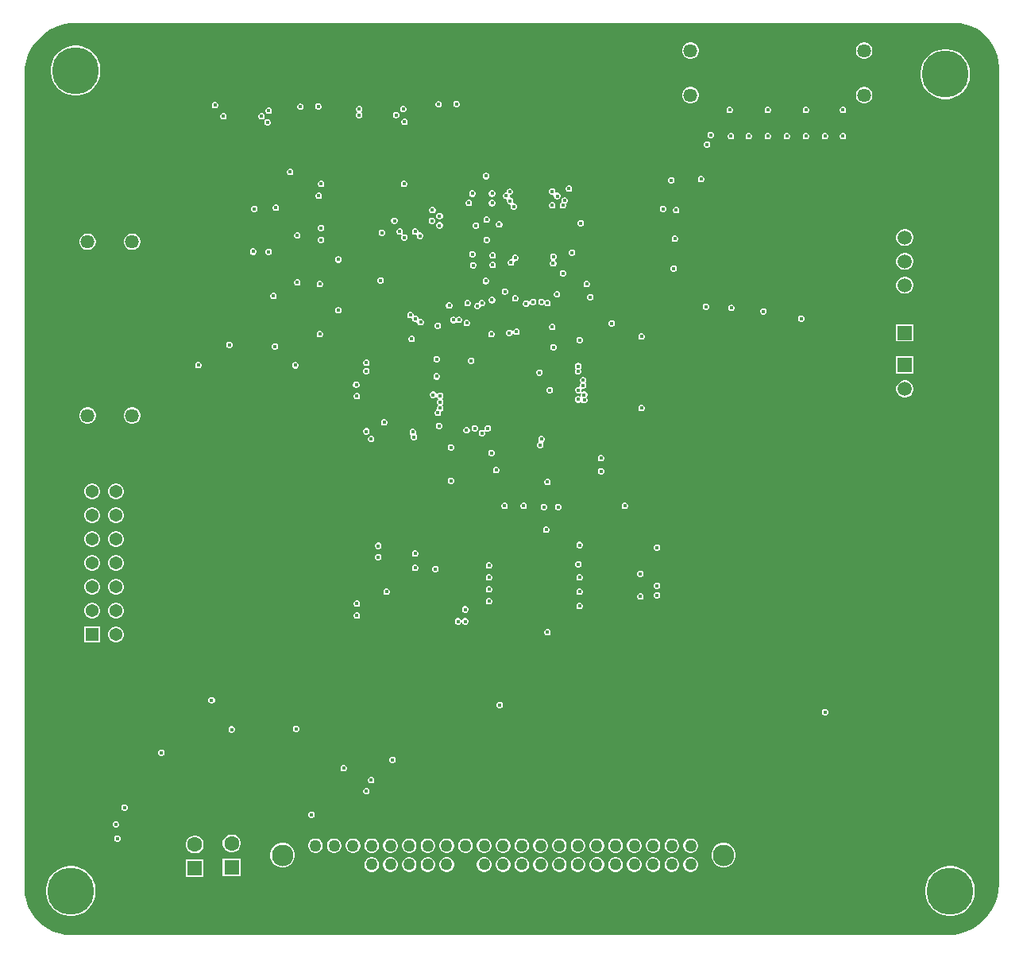
<source format=gbr>
G04*
G04 #@! TF.GenerationSoftware,Altium Limited,Altium Designer,24.1.2 (44)*
G04*
G04 Layer_Physical_Order=5*
G04 Layer_Color=1265191*
%FSLAX44Y44*%
%MOMM*%
G71*
G04*
G04 #@! TF.SameCoordinates,8DB790BD-C0D2-442E-8808-D1DB86FAA070*
G04*
G04*
G04 #@! TF.FilePolarity,Positive*
G04*
G01*
G75*
%ADD122C,5.0000*%
%ADD123C,0.5000*%
%ADD124C,1.4580*%
%ADD125C,2.3000*%
%ADD127C,1.2580*%
%ADD128C,1.5200*%
%ADD129R,1.5200X1.5200*%
%ADD130C,1.3700*%
%ADD131R,1.3700X1.3700*%
%ADD132R,1.6000X1.6000*%
%ADD133C,1.6000*%
%ADD134C,0.4000*%
G36*
X2225072Y1680190D02*
X2225072Y1680190D01*
Y1680190D01*
X2226335Y1680186D01*
X2231894Y1679821D01*
X2238006Y1678606D01*
X2243908Y1676602D01*
X2249497Y1673846D01*
X2254679Y1670384D01*
X2259364Y1666274D01*
X2263474Y1661589D01*
X2266936Y1656407D01*
X2269692Y1650818D01*
X2271696Y1644916D01*
X2272911Y1638804D01*
X2273280Y1633188D01*
X2273280Y1633188D01*
X2273280D01*
X2273291Y1633176D01*
Y763270D01*
X2273320Y763123D01*
X2272863Y756138D01*
X2271468Y749128D01*
X2269171Y742360D01*
X2266010Y735950D01*
X2262039Y730007D01*
X2257326Y724634D01*
X2251953Y719921D01*
X2246010Y715950D01*
X2239600Y712789D01*
X2232832Y710492D01*
X2225822Y709098D01*
X2218837Y708640D01*
X2218690Y708669D01*
X1287648D01*
X1286416Y708724D01*
X1286416D01*
X1286416Y708724D01*
X1284605Y708605D01*
X1278050Y709035D01*
X1271607Y710316D01*
X1265387Y712428D01*
X1259495Y715333D01*
X1254033Y718983D01*
X1249094Y723314D01*
X1244763Y728253D01*
X1241113Y733715D01*
X1238208Y739607D01*
X1236096Y745827D01*
X1234815Y752270D01*
X1234504Y757014D01*
X1234504Y757014D01*
X1234504D01*
X1234449Y757067D01*
Y1623173D01*
X1234512Y1623176D01*
X1234449Y1624140D01*
Y1626870D01*
X1234440Y1626917D01*
X1234821Y1632739D01*
X1236217Y1639756D01*
X1238517Y1646531D01*
X1241681Y1652948D01*
X1245656Y1658897D01*
X1250374Y1664276D01*
X1255753Y1668993D01*
X1261702Y1672968D01*
X1268118Y1676133D01*
X1274893Y1678432D01*
X1281911Y1679828D01*
X1286626Y1680137D01*
X1286626Y1680137D01*
Y1680137D01*
X1286687Y1680201D01*
X2223813D01*
X2225072Y1680190D01*
D02*
G37*
%LPC*%
G36*
X2130737Y1659470D02*
X2128423D01*
X2126187Y1658871D01*
X2124183Y1657714D01*
X2122546Y1656077D01*
X2121389Y1654073D01*
X2120790Y1651837D01*
Y1649523D01*
X2121389Y1647287D01*
X2122546Y1645283D01*
X2124183Y1643646D01*
X2126187Y1642489D01*
X2128423Y1641890D01*
X2130737D01*
X2132973Y1642489D01*
X2134977Y1643646D01*
X2136614Y1645283D01*
X2137771Y1647287D01*
X2138370Y1649523D01*
Y1651837D01*
X2137771Y1654073D01*
X2136614Y1656077D01*
X2134977Y1657714D01*
X2132973Y1658871D01*
X2130737Y1659470D01*
D02*
G37*
G36*
X1945737D02*
X1943423D01*
X1941187Y1658871D01*
X1939183Y1657714D01*
X1937546Y1656077D01*
X1936389Y1654073D01*
X1935790Y1651837D01*
Y1649523D01*
X1936389Y1647287D01*
X1937546Y1645283D01*
X1939183Y1643646D01*
X1941187Y1642489D01*
X1943423Y1641890D01*
X1945737D01*
X1947973Y1642489D01*
X1949977Y1643646D01*
X1951614Y1645283D01*
X1952771Y1647287D01*
X1953370Y1649523D01*
Y1651837D01*
X1952771Y1654073D01*
X1951614Y1656077D01*
X1949977Y1657714D01*
X1947973Y1658871D01*
X1945737Y1659470D01*
D02*
G37*
G36*
X1291136Y1655910D02*
X1286964D01*
X1282845Y1655258D01*
X1278877Y1653969D01*
X1275161Y1652075D01*
X1271786Y1649623D01*
X1268837Y1646674D01*
X1266385Y1643299D01*
X1264492Y1639583D01*
X1263203Y1635615D01*
X1262550Y1631496D01*
Y1627324D01*
X1263203Y1623205D01*
X1264492Y1619238D01*
X1266385Y1615521D01*
X1268837Y1612146D01*
X1271786Y1609197D01*
X1275161Y1606745D01*
X1278877Y1604852D01*
X1282845Y1603562D01*
X1286964Y1602910D01*
X1291136D01*
X1295255Y1603562D01*
X1299223Y1604852D01*
X1302939Y1606745D01*
X1306314Y1609197D01*
X1309263Y1612146D01*
X1311715Y1615521D01*
X1313609Y1619238D01*
X1314897Y1623205D01*
X1315550Y1627324D01*
Y1631496D01*
X1314897Y1635615D01*
X1313609Y1639583D01*
X1311715Y1643299D01*
X1309263Y1646674D01*
X1306314Y1649623D01*
X1302939Y1652075D01*
X1299223Y1653969D01*
X1295255Y1655258D01*
X1291136Y1655910D01*
D02*
G37*
G36*
X2218236Y1652100D02*
X2214064D01*
X2209945Y1651447D01*
X2205977Y1650159D01*
X2202261Y1648265D01*
X2198886Y1645813D01*
X2195937Y1642864D01*
X2193485Y1639489D01*
X2191591Y1635773D01*
X2190302Y1631805D01*
X2189650Y1627686D01*
Y1623514D01*
X2190302Y1619395D01*
X2191591Y1615428D01*
X2193485Y1611711D01*
X2195937Y1608336D01*
X2198886Y1605387D01*
X2202261Y1602935D01*
X2205977Y1601042D01*
X2209945Y1599753D01*
X2214064Y1599100D01*
X2218236D01*
X2222355Y1599753D01*
X2226322Y1601042D01*
X2230039Y1602935D01*
X2233414Y1605387D01*
X2236363Y1608336D01*
X2238815Y1611711D01*
X2240708Y1615428D01*
X2241998Y1619395D01*
X2242650Y1623514D01*
Y1627686D01*
X2241998Y1631805D01*
X2240708Y1635773D01*
X2238815Y1639489D01*
X2236363Y1642864D01*
X2233414Y1645813D01*
X2230039Y1648265D01*
X2226322Y1650159D01*
X2222355Y1651447D01*
X2218236Y1652100D01*
D02*
G37*
G36*
X2130737Y1611970D02*
X2128423D01*
X2126187Y1611371D01*
X2124183Y1610214D01*
X2122546Y1608577D01*
X2121389Y1606573D01*
X2120790Y1604337D01*
Y1602023D01*
X2121389Y1599787D01*
X2122546Y1597783D01*
X2124183Y1596146D01*
X2126187Y1594989D01*
X2128423Y1594390D01*
X2130737D01*
X2132973Y1594989D01*
X2134977Y1596146D01*
X2136614Y1597783D01*
X2137771Y1599787D01*
X2138370Y1602023D01*
Y1604337D01*
X2137771Y1606573D01*
X2136614Y1608577D01*
X2134977Y1610214D01*
X2132973Y1611371D01*
X2130737Y1611970D01*
D02*
G37*
G36*
X1945737D02*
X1943423D01*
X1941187Y1611371D01*
X1939183Y1610214D01*
X1937546Y1608577D01*
X1936389Y1606573D01*
X1935790Y1604337D01*
Y1602023D01*
X1936389Y1599787D01*
X1937546Y1597783D01*
X1939183Y1596146D01*
X1941187Y1594989D01*
X1943423Y1594390D01*
X1945737D01*
X1947973Y1594989D01*
X1949977Y1596146D01*
X1951614Y1597783D01*
X1952771Y1599787D01*
X1953370Y1602023D01*
Y1604337D01*
X1952771Y1606573D01*
X1951614Y1608577D01*
X1949977Y1610214D01*
X1947973Y1611371D01*
X1945737Y1611970D01*
D02*
G37*
G36*
X1695841Y1597150D02*
X1694449D01*
X1693162Y1596617D01*
X1692178Y1595633D01*
X1691645Y1594346D01*
Y1592954D01*
X1692178Y1591667D01*
X1693162Y1590683D01*
X1694449Y1590150D01*
X1695841D01*
X1697128Y1590683D01*
X1698112Y1591667D01*
X1698645Y1592954D01*
Y1594346D01*
X1698112Y1595633D01*
X1697128Y1596617D01*
X1695841Y1597150D01*
D02*
G37*
G36*
X1676588Y1597096D02*
X1675196D01*
X1673909Y1596563D01*
X1672925Y1595579D01*
X1672392Y1594292D01*
Y1592900D01*
X1672925Y1591613D01*
X1673909Y1590629D01*
X1675196Y1590096D01*
X1676588D01*
X1677875Y1590629D01*
X1678859Y1591613D01*
X1679392Y1592900D01*
Y1594292D01*
X1678859Y1595579D01*
X1677875Y1596563D01*
X1676588Y1597096D01*
D02*
G37*
G36*
X1438336Y1596080D02*
X1436944D01*
X1435657Y1595547D01*
X1434673Y1594563D01*
X1434140Y1593276D01*
Y1591884D01*
X1434673Y1590597D01*
X1435657Y1589613D01*
X1436944Y1589080D01*
X1438336D01*
X1439623Y1589613D01*
X1440607Y1590597D01*
X1441140Y1591884D01*
Y1593276D01*
X1440607Y1594563D01*
X1439623Y1595547D01*
X1438336Y1596080D01*
D02*
G37*
G36*
X1548521Y1594610D02*
X1547129D01*
X1545842Y1594077D01*
X1544858Y1593093D01*
X1544325Y1591806D01*
Y1590414D01*
X1544858Y1589128D01*
X1545842Y1588143D01*
X1547129Y1587610D01*
X1548521D01*
X1549807Y1588143D01*
X1550792Y1589128D01*
X1551325Y1590414D01*
Y1591806D01*
X1550792Y1593093D01*
X1549807Y1594077D01*
X1548521Y1594610D01*
D02*
G37*
G36*
X1529268Y1594556D02*
X1527876D01*
X1526589Y1594023D01*
X1525605Y1593039D01*
X1525072Y1591752D01*
Y1590360D01*
X1525605Y1589073D01*
X1526589Y1588089D01*
X1527876Y1587556D01*
X1529268D01*
X1530555Y1588089D01*
X1531539Y1589073D01*
X1532072Y1590360D01*
Y1591752D01*
X1531539Y1593039D01*
X1530555Y1594023D01*
X1529268Y1594556D01*
D02*
G37*
G36*
X1638996Y1591960D02*
X1637604D01*
X1636317Y1591427D01*
X1635333Y1590443D01*
X1634800Y1589156D01*
Y1587764D01*
X1635333Y1586477D01*
X1636317Y1585493D01*
X1637604Y1584960D01*
X1638996D01*
X1640283Y1585493D01*
X1641267Y1586477D01*
X1641800Y1587764D01*
Y1589156D01*
X1641267Y1590443D01*
X1640283Y1591427D01*
X1638996Y1591960D01*
D02*
G37*
G36*
X2107626Y1591000D02*
X2106234D01*
X2104947Y1590467D01*
X2103963Y1589483D01*
X2103430Y1588196D01*
Y1586804D01*
X2103963Y1585517D01*
X2104947Y1584533D01*
X2106234Y1584000D01*
X2107626D01*
X2108913Y1584533D01*
X2109897Y1585517D01*
X2110430Y1586804D01*
Y1588196D01*
X2109897Y1589483D01*
X2108913Y1590467D01*
X2107626Y1591000D01*
D02*
G37*
G36*
X2068256D02*
X2066864D01*
X2065577Y1590467D01*
X2064593Y1589483D01*
X2064060Y1588196D01*
Y1586804D01*
X2064593Y1585517D01*
X2065577Y1584533D01*
X2066864Y1584000D01*
X2068256D01*
X2069543Y1584533D01*
X2070527Y1585517D01*
X2071060Y1586804D01*
Y1588196D01*
X2070527Y1589483D01*
X2069543Y1590467D01*
X2068256Y1591000D01*
D02*
G37*
G36*
X2027616D02*
X2026224D01*
X2024937Y1590467D01*
X2023953Y1589483D01*
X2023420Y1588196D01*
Y1586804D01*
X2023953Y1585517D01*
X2024937Y1584533D01*
X2026224Y1584000D01*
X2027616D01*
X2028903Y1584533D01*
X2029887Y1585517D01*
X2030420Y1586804D01*
Y1588196D01*
X2029887Y1589483D01*
X2028903Y1590467D01*
X2027616Y1591000D01*
D02*
G37*
G36*
X1986976D02*
X1985584D01*
X1984297Y1590467D01*
X1983313Y1589483D01*
X1982780Y1588196D01*
Y1586804D01*
X1983313Y1585517D01*
X1984297Y1584533D01*
X1985584Y1584000D01*
X1986976D01*
X1988263Y1584533D01*
X1989247Y1585517D01*
X1989780Y1586804D01*
Y1588196D01*
X1989247Y1589483D01*
X1988263Y1590467D01*
X1986976Y1591000D01*
D02*
G37*
G36*
X1495518Y1590174D02*
X1494126D01*
X1492840Y1589641D01*
X1491855Y1588656D01*
X1491322Y1587370D01*
Y1585977D01*
X1491855Y1584691D01*
X1492840Y1583707D01*
X1494126Y1583174D01*
X1495518D01*
X1496805Y1583707D01*
X1497789Y1584691D01*
X1498322Y1585977D01*
Y1587370D01*
X1497789Y1588656D01*
X1496805Y1589641D01*
X1495518Y1590174D01*
D02*
G37*
G36*
X1631340Y1585480D02*
X1629948D01*
X1628662Y1584948D01*
X1627677Y1583963D01*
X1627144Y1582677D01*
Y1581284D01*
X1627677Y1579998D01*
X1628662Y1579013D01*
X1629948Y1578481D01*
X1631340D01*
X1632627Y1579013D01*
X1633611Y1579998D01*
X1634144Y1581284D01*
Y1582677D01*
X1633611Y1583963D01*
X1632627Y1584948D01*
X1631340Y1585480D01*
D02*
G37*
G36*
X1592006Y1591960D02*
X1590614D01*
X1589327Y1591427D01*
X1588343Y1590443D01*
X1587810Y1589156D01*
Y1587764D01*
X1588343Y1586477D01*
X1588781Y1586040D01*
X1589188Y1585210D01*
X1588781Y1584380D01*
X1588343Y1583943D01*
X1587810Y1582656D01*
Y1581264D01*
X1588343Y1579977D01*
X1589327Y1578993D01*
X1590614Y1578460D01*
X1592006D01*
X1593293Y1578993D01*
X1594277Y1579977D01*
X1594810Y1581264D01*
Y1582656D01*
X1594277Y1583943D01*
X1593839Y1584380D01*
X1593432Y1585210D01*
X1593839Y1586040D01*
X1594277Y1586477D01*
X1594810Y1587764D01*
Y1589156D01*
X1594277Y1590443D01*
X1593293Y1591427D01*
X1592006Y1591960D01*
D02*
G37*
G36*
X1487866Y1584190D02*
X1486474D01*
X1485187Y1583657D01*
X1484203Y1582673D01*
X1483670Y1581386D01*
Y1579994D01*
X1484203Y1578707D01*
X1485187Y1577723D01*
X1486474Y1577190D01*
X1487866D01*
X1489153Y1577723D01*
X1490137Y1578707D01*
X1490670Y1579994D01*
Y1581386D01*
X1490137Y1582673D01*
X1489153Y1583657D01*
X1487866Y1584190D01*
D02*
G37*
G36*
X1447226D02*
X1445834D01*
X1444547Y1583657D01*
X1443563Y1582673D01*
X1443030Y1581386D01*
Y1579994D01*
X1443563Y1578707D01*
X1444547Y1577723D01*
X1445834Y1577190D01*
X1447226D01*
X1448513Y1577723D01*
X1449497Y1578707D01*
X1450030Y1579994D01*
Y1581386D01*
X1449497Y1582673D01*
X1448513Y1583657D01*
X1447226Y1584190D01*
D02*
G37*
G36*
X1640266Y1578300D02*
X1638874D01*
X1637587Y1577767D01*
X1636603Y1576783D01*
X1636070Y1575496D01*
Y1574104D01*
X1636603Y1572817D01*
X1637587Y1571833D01*
X1638874Y1571300D01*
X1640266D01*
X1641553Y1571833D01*
X1642537Y1572817D01*
X1643070Y1574104D01*
Y1575496D01*
X1642537Y1576783D01*
X1641553Y1577767D01*
X1640266Y1578300D01*
D02*
G37*
G36*
X1494216Y1577690D02*
X1492824D01*
X1491537Y1577157D01*
X1490553Y1576173D01*
X1490020Y1574886D01*
Y1573494D01*
X1490553Y1572207D01*
X1491537Y1571223D01*
X1492824Y1570690D01*
X1494216D01*
X1495503Y1571223D01*
X1496487Y1572207D01*
X1497020Y1573494D01*
Y1574886D01*
X1496487Y1576173D01*
X1495503Y1577157D01*
X1494216Y1577690D01*
D02*
G37*
G36*
X1966656Y1564330D02*
X1965264D01*
X1963977Y1563797D01*
X1962993Y1562813D01*
X1962460Y1561526D01*
Y1560134D01*
X1962993Y1558847D01*
X1963977Y1557863D01*
X1965264Y1557330D01*
X1966656D01*
X1967943Y1557863D01*
X1968927Y1558847D01*
X1969460Y1560134D01*
Y1561526D01*
X1968927Y1562813D01*
X1967943Y1563797D01*
X1966656Y1564330D01*
D02*
G37*
G36*
X2107626Y1563060D02*
X2106234D01*
X2104947Y1562527D01*
X2103963Y1561543D01*
X2103430Y1560256D01*
Y1558864D01*
X2103963Y1557577D01*
X2104947Y1556593D01*
X2106234Y1556060D01*
X2107626D01*
X2108913Y1556593D01*
X2109897Y1557577D01*
X2110430Y1558864D01*
Y1560256D01*
X2109897Y1561543D01*
X2108913Y1562527D01*
X2107626Y1563060D01*
D02*
G37*
G36*
X2088576D02*
X2087184D01*
X2085897Y1562527D01*
X2084913Y1561543D01*
X2084380Y1560256D01*
Y1558864D01*
X2084913Y1557577D01*
X2085897Y1556593D01*
X2087184Y1556060D01*
X2088576D01*
X2089863Y1556593D01*
X2090847Y1557577D01*
X2091380Y1558864D01*
Y1560256D01*
X2090847Y1561543D01*
X2089863Y1562527D01*
X2088576Y1563060D01*
D02*
G37*
G36*
X2068256D02*
X2066864D01*
X2065577Y1562527D01*
X2064593Y1561543D01*
X2064060Y1560256D01*
Y1558864D01*
X2064593Y1557577D01*
X2065577Y1556593D01*
X2066864Y1556060D01*
X2068256D01*
X2069543Y1556593D01*
X2070527Y1557577D01*
X2071060Y1558864D01*
Y1560256D01*
X2070527Y1561543D01*
X2069543Y1562527D01*
X2068256Y1563060D01*
D02*
G37*
G36*
X2047936D02*
X2046544D01*
X2045257Y1562527D01*
X2044273Y1561543D01*
X2043740Y1560256D01*
Y1558864D01*
X2044273Y1557577D01*
X2045257Y1556593D01*
X2046544Y1556060D01*
X2047936D01*
X2049223Y1556593D01*
X2050207Y1557577D01*
X2050740Y1558864D01*
Y1560256D01*
X2050207Y1561543D01*
X2049223Y1562527D01*
X2047936Y1563060D01*
D02*
G37*
G36*
X2027616D02*
X2026224D01*
X2024937Y1562527D01*
X2023953Y1561543D01*
X2023420Y1560256D01*
Y1558864D01*
X2023953Y1557577D01*
X2024937Y1556593D01*
X2026224Y1556060D01*
X2027616D01*
X2028903Y1556593D01*
X2029887Y1557577D01*
X2030420Y1558864D01*
Y1560256D01*
X2029887Y1561543D01*
X2028903Y1562527D01*
X2027616Y1563060D01*
D02*
G37*
G36*
X2007296D02*
X2005904D01*
X2004617Y1562527D01*
X2003633Y1561543D01*
X2003100Y1560256D01*
Y1558864D01*
X2003633Y1557577D01*
X2004617Y1556593D01*
X2005904Y1556060D01*
X2007296D01*
X2008583Y1556593D01*
X2009567Y1557577D01*
X2010100Y1558864D01*
Y1560256D01*
X2009567Y1561543D01*
X2008583Y1562527D01*
X2007296Y1563060D01*
D02*
G37*
G36*
X1988246D02*
X1986854D01*
X1985567Y1562527D01*
X1984583Y1561543D01*
X1984050Y1560256D01*
Y1558864D01*
X1984583Y1557577D01*
X1985567Y1556593D01*
X1986854Y1556060D01*
X1988246D01*
X1989533Y1556593D01*
X1990517Y1557577D01*
X1991050Y1558864D01*
Y1560256D01*
X1990517Y1561543D01*
X1989533Y1562527D01*
X1988246Y1563060D01*
D02*
G37*
G36*
X1962846Y1554170D02*
X1961454D01*
X1960167Y1553637D01*
X1959183Y1552653D01*
X1958650Y1551366D01*
Y1549974D01*
X1959183Y1548687D01*
X1960167Y1547703D01*
X1961454Y1547170D01*
X1962846D01*
X1964133Y1547703D01*
X1965117Y1548687D01*
X1965650Y1549974D01*
Y1551366D01*
X1965117Y1552653D01*
X1964133Y1553637D01*
X1962846Y1554170D01*
D02*
G37*
G36*
X1518346Y1524960D02*
X1516954D01*
X1515667Y1524427D01*
X1514683Y1523443D01*
X1514150Y1522156D01*
Y1520764D01*
X1514683Y1519477D01*
X1515667Y1518493D01*
X1516954Y1517960D01*
X1518346D01*
X1519633Y1518493D01*
X1520617Y1519477D01*
X1521150Y1520764D01*
Y1522156D01*
X1520617Y1523443D01*
X1519633Y1524427D01*
X1518346Y1524960D01*
D02*
G37*
G36*
X1727316Y1520570D02*
X1725924D01*
X1724637Y1520037D01*
X1723653Y1519053D01*
X1723120Y1517766D01*
Y1516374D01*
X1723653Y1515087D01*
X1724637Y1514103D01*
X1725924Y1513570D01*
X1727316D01*
X1728602Y1514103D01*
X1729587Y1515087D01*
X1730120Y1516374D01*
Y1517766D01*
X1729587Y1519053D01*
X1728602Y1520037D01*
X1727316Y1520570D01*
D02*
G37*
G36*
X1956496Y1517340D02*
X1955104D01*
X1953817Y1516807D01*
X1952833Y1515823D01*
X1952300Y1514536D01*
Y1513144D01*
X1952833Y1511857D01*
X1953817Y1510873D01*
X1955104Y1510340D01*
X1956496D01*
X1957783Y1510873D01*
X1958767Y1511857D01*
X1959300Y1513144D01*
Y1514536D01*
X1958767Y1515823D01*
X1957783Y1516807D01*
X1956496Y1517340D01*
D02*
G37*
G36*
X1924746Y1516070D02*
X1923354D01*
X1922067Y1515537D01*
X1921083Y1514553D01*
X1920550Y1513266D01*
Y1511874D01*
X1921083Y1510587D01*
X1922067Y1509603D01*
X1923354Y1509070D01*
X1924746D01*
X1926033Y1509603D01*
X1927017Y1510587D01*
X1927550Y1511874D01*
Y1513266D01*
X1927017Y1514553D01*
X1926033Y1515537D01*
X1924746Y1516070D01*
D02*
G37*
G36*
X1639888Y1512261D02*
X1638496D01*
X1637209Y1511728D01*
X1636225Y1510744D01*
X1635692Y1509457D01*
Y1508065D01*
X1636225Y1506779D01*
X1637209Y1505794D01*
X1638496Y1505261D01*
X1639888D01*
X1641175Y1505794D01*
X1642159Y1506779D01*
X1642692Y1508065D01*
Y1509457D01*
X1642159Y1510744D01*
X1641175Y1511728D01*
X1639888Y1512261D01*
D02*
G37*
G36*
X1551366Y1512260D02*
X1549974D01*
X1548687Y1511727D01*
X1547703Y1510743D01*
X1547170Y1509456D01*
Y1508064D01*
X1547703Y1506777D01*
X1548687Y1505793D01*
X1549974Y1505260D01*
X1551366D01*
X1552653Y1505793D01*
X1553637Y1506777D01*
X1554170Y1508064D01*
Y1509456D01*
X1553637Y1510743D01*
X1552653Y1511727D01*
X1551366Y1512260D01*
D02*
G37*
G36*
X1815526Y1507180D02*
X1814134D01*
X1812847Y1506647D01*
X1811863Y1505663D01*
X1811330Y1504376D01*
Y1502984D01*
X1811863Y1501697D01*
X1812847Y1500713D01*
X1814134Y1500180D01*
X1815526D01*
X1816813Y1500713D01*
X1817797Y1501697D01*
X1818330Y1502984D01*
Y1504376D01*
X1817797Y1505663D01*
X1816813Y1506647D01*
X1815526Y1507180D01*
D02*
G37*
G36*
X1733756Y1501980D02*
X1732364D01*
X1731077Y1501447D01*
X1730093Y1500463D01*
X1729560Y1499176D01*
Y1497784D01*
X1730093Y1496497D01*
X1731077Y1495513D01*
X1732364Y1494980D01*
X1733756D01*
X1735043Y1495513D01*
X1736027Y1496497D01*
X1736560Y1497784D01*
Y1499176D01*
X1736027Y1500463D01*
X1735043Y1501447D01*
X1733756Y1501980D01*
D02*
G37*
G36*
X1712656Y1501900D02*
X1711264D01*
X1709977Y1501367D01*
X1708993Y1500383D01*
X1708460Y1499096D01*
Y1497704D01*
X1708993Y1496417D01*
X1709977Y1495433D01*
X1711264Y1494900D01*
X1712656D01*
X1713943Y1495433D01*
X1714927Y1496417D01*
X1715460Y1497704D01*
Y1499096D01*
X1714927Y1500383D01*
X1713943Y1501367D01*
X1712656Y1501900D01*
D02*
G37*
G36*
X1548826Y1499560D02*
X1547434D01*
X1546147Y1499027D01*
X1545163Y1498043D01*
X1544630Y1496756D01*
Y1495364D01*
X1545163Y1494077D01*
X1546147Y1493093D01*
X1547434Y1492560D01*
X1548826D01*
X1550113Y1493093D01*
X1551097Y1494077D01*
X1551630Y1495364D01*
Y1496756D01*
X1551097Y1498043D01*
X1550113Y1499027D01*
X1548826Y1499560D01*
D02*
G37*
G36*
X1797746Y1504260D02*
X1796354D01*
X1795067Y1503727D01*
X1794083Y1502743D01*
X1793550Y1501456D01*
Y1500064D01*
X1794083Y1498777D01*
X1795067Y1497793D01*
X1796354Y1497260D01*
X1797746D01*
X1797948Y1497344D01*
X1798959Y1496466D01*
Y1495074D01*
X1799492Y1493787D01*
X1800477Y1492803D01*
X1801763Y1492270D01*
X1803155D01*
X1804442Y1492803D01*
X1805426Y1493787D01*
X1805959Y1495074D01*
Y1496466D01*
X1805426Y1497753D01*
X1804442Y1498737D01*
X1803155Y1499270D01*
X1801763D01*
X1801561Y1499186D01*
X1800550Y1500064D01*
Y1501456D01*
X1800017Y1502743D01*
X1799033Y1503727D01*
X1797746Y1504260D01*
D02*
G37*
G36*
X1708839Y1491947D02*
X1707447D01*
X1706160Y1491414D01*
X1705176Y1490430D01*
X1704643Y1489143D01*
Y1487751D01*
X1705176Y1486464D01*
X1706160Y1485480D01*
X1707447Y1484947D01*
X1708839D01*
X1710126Y1485480D01*
X1711110Y1486464D01*
X1711643Y1487751D01*
Y1489143D01*
X1711110Y1490430D01*
X1710126Y1491414D01*
X1708839Y1491947D01*
D02*
G37*
G36*
X1733756Y1491820D02*
X1732364D01*
X1731077Y1491287D01*
X1730093Y1490303D01*
X1729560Y1489016D01*
Y1487624D01*
X1730093Y1486337D01*
X1731077Y1485353D01*
X1732364Y1484820D01*
X1733756D01*
X1735043Y1485353D01*
X1736027Y1486337D01*
X1736560Y1487624D01*
Y1489016D01*
X1736027Y1490303D01*
X1735043Y1491287D01*
X1733756Y1491820D01*
D02*
G37*
G36*
X1797746Y1489400D02*
X1796354D01*
X1795067Y1488867D01*
X1794083Y1487883D01*
X1793550Y1486596D01*
Y1485204D01*
X1794083Y1483917D01*
X1795067Y1482933D01*
X1796354Y1482400D01*
X1797746D01*
X1799033Y1482933D01*
X1800017Y1483917D01*
X1800550Y1485204D01*
Y1486596D01*
X1800017Y1487883D01*
X1799033Y1488867D01*
X1797746Y1489400D01*
D02*
G37*
G36*
X1811026Y1494520D02*
X1809634D01*
X1808347Y1493987D01*
X1807363Y1493003D01*
X1806830Y1491716D01*
Y1490324D01*
X1807312Y1489160D01*
X1806478Y1488815D01*
X1805494Y1487830D01*
X1804961Y1486543D01*
Y1485151D01*
X1805494Y1483865D01*
X1806478Y1482880D01*
X1807765Y1482347D01*
X1809157D01*
X1810444Y1482880D01*
X1811428Y1483865D01*
X1811961Y1485151D01*
Y1486543D01*
X1811479Y1487708D01*
X1812313Y1488053D01*
X1813297Y1489037D01*
X1813830Y1490324D01*
Y1491716D01*
X1813297Y1493003D01*
X1812313Y1493987D01*
X1811026Y1494520D01*
D02*
G37*
G36*
X1752606Y1503915D02*
X1751214D01*
X1749927Y1503382D01*
X1748943Y1502398D01*
X1748410Y1501111D01*
Y1499719D01*
X1747729Y1499560D01*
X1747514D01*
X1746227Y1499027D01*
X1745243Y1498043D01*
X1744710Y1496756D01*
Y1495364D01*
X1745243Y1494077D01*
X1746227Y1493093D01*
X1747514Y1492560D01*
X1747891D01*
X1748757Y1491333D01*
Y1489941D01*
X1749290Y1488655D01*
X1750275Y1487670D01*
X1751561Y1487137D01*
X1751928D01*
X1752754Y1485867D01*
X1752530Y1485326D01*
Y1483934D01*
X1753063Y1482647D01*
X1754047Y1481663D01*
X1755334Y1481130D01*
X1756726D01*
X1758013Y1481663D01*
X1758997Y1482647D01*
X1759530Y1483934D01*
Y1485326D01*
X1758997Y1486613D01*
X1758013Y1487597D01*
X1756726Y1488130D01*
X1756359D01*
X1755533Y1489400D01*
X1755757Y1489941D01*
Y1491333D01*
X1755224Y1492620D01*
X1754240Y1493604D01*
X1752953Y1494137D01*
X1752577D01*
X1751710Y1495364D01*
Y1496756D01*
X1752391Y1496915D01*
X1752606D01*
X1753893Y1497448D01*
X1754877Y1498432D01*
X1755410Y1499719D01*
Y1501111D01*
X1754877Y1502398D01*
X1753893Y1503382D01*
X1752606Y1503915D01*
D02*
G37*
G36*
X1503106Y1486860D02*
X1501714D01*
X1500427Y1486327D01*
X1499443Y1485343D01*
X1498910Y1484056D01*
Y1482664D01*
X1499443Y1481377D01*
X1500427Y1480393D01*
X1501714Y1479860D01*
X1503106D01*
X1504393Y1480393D01*
X1505377Y1481377D01*
X1505910Y1482664D01*
Y1484056D01*
X1505377Y1485343D01*
X1504393Y1486327D01*
X1503106Y1486860D01*
D02*
G37*
G36*
X1915856Y1485590D02*
X1914464D01*
X1913177Y1485057D01*
X1912193Y1484073D01*
X1911660Y1482786D01*
Y1481394D01*
X1912193Y1480107D01*
X1913177Y1479123D01*
X1914464Y1478590D01*
X1915856D01*
X1917143Y1479123D01*
X1918127Y1480107D01*
X1918660Y1481394D01*
Y1482786D01*
X1918127Y1484073D01*
X1917143Y1485057D01*
X1915856Y1485590D01*
D02*
G37*
G36*
X1480253Y1485583D02*
X1478861D01*
X1477574Y1485050D01*
X1476590Y1484066D01*
X1476057Y1482779D01*
Y1481387D01*
X1476590Y1480100D01*
X1477574Y1479116D01*
X1478861Y1478583D01*
X1480253D01*
X1481540Y1479116D01*
X1482524Y1480100D01*
X1483057Y1481387D01*
Y1482779D01*
X1482524Y1484066D01*
X1481540Y1485050D01*
X1480253Y1485583D01*
D02*
G37*
G36*
X1929826Y1484320D02*
X1928434D01*
X1927147Y1483787D01*
X1926163Y1482803D01*
X1925630Y1481516D01*
Y1480124D01*
X1926163Y1478837D01*
X1927147Y1477853D01*
X1928434Y1477320D01*
X1929826D01*
X1931113Y1477853D01*
X1932097Y1478837D01*
X1932630Y1480124D01*
Y1481516D01*
X1932097Y1482803D01*
X1931113Y1483787D01*
X1929826Y1484320D01*
D02*
G37*
G36*
X1670056Y1484236D02*
X1668664D01*
X1667377Y1483704D01*
X1666393Y1482719D01*
X1665860Y1481433D01*
Y1480040D01*
X1666393Y1478754D01*
X1667377Y1477769D01*
X1668664Y1477236D01*
X1670056D01*
X1671343Y1477769D01*
X1672327Y1478754D01*
X1672860Y1480040D01*
Y1481433D01*
X1672327Y1482719D01*
X1671343Y1483704D01*
X1670056Y1484236D01*
D02*
G37*
G36*
X1677676Y1477955D02*
X1676284D01*
X1674997Y1477422D01*
X1674013Y1476438D01*
X1673480Y1475151D01*
Y1473759D01*
X1674013Y1472472D01*
X1674997Y1471488D01*
X1676284Y1470955D01*
X1677676D01*
X1678963Y1471488D01*
X1679947Y1472472D01*
X1680480Y1473759D01*
Y1475151D01*
X1679947Y1476438D01*
X1678963Y1477422D01*
X1677676Y1477955D01*
D02*
G37*
G36*
X1727889Y1474167D02*
X1726497D01*
X1725210Y1473634D01*
X1724226Y1472650D01*
X1723693Y1471363D01*
Y1469971D01*
X1724226Y1468684D01*
X1725210Y1467700D01*
X1726497Y1467167D01*
X1727889D01*
X1729176Y1467700D01*
X1730160Y1468684D01*
X1730693Y1469971D01*
Y1471363D01*
X1730160Y1472650D01*
X1729176Y1473634D01*
X1727889Y1474167D01*
D02*
G37*
G36*
X1629586Y1472950D02*
X1628194D01*
X1626907Y1472417D01*
X1625923Y1471433D01*
X1625390Y1470146D01*
Y1468754D01*
X1625923Y1467467D01*
X1626907Y1466483D01*
X1628194Y1465950D01*
X1629586D01*
X1630873Y1466483D01*
X1631857Y1467467D01*
X1632390Y1468754D01*
Y1470146D01*
X1631857Y1471433D01*
X1630873Y1472417D01*
X1629586Y1472950D01*
D02*
G37*
G36*
X1669476Y1472890D02*
X1668084D01*
X1666797Y1472357D01*
X1665813Y1471373D01*
X1665280Y1470086D01*
Y1468694D01*
X1665813Y1467407D01*
X1666797Y1466423D01*
X1668084Y1465890D01*
X1669476D01*
X1670763Y1466423D01*
X1671747Y1467407D01*
X1672280Y1468694D01*
Y1470086D01*
X1671747Y1471373D01*
X1670763Y1472357D01*
X1669476Y1472890D01*
D02*
G37*
G36*
X1828226Y1470350D02*
X1826834D01*
X1825547Y1469817D01*
X1824563Y1468833D01*
X1824030Y1467546D01*
Y1466154D01*
X1824563Y1464867D01*
X1825547Y1463883D01*
X1826834Y1463350D01*
X1828226D01*
X1829513Y1463883D01*
X1830497Y1464867D01*
X1831030Y1466154D01*
Y1467546D01*
X1830497Y1468833D01*
X1829513Y1469817D01*
X1828226Y1470350D01*
D02*
G37*
G36*
X1741286Y1469080D02*
X1739894D01*
X1738607Y1468547D01*
X1737623Y1467563D01*
X1737090Y1466276D01*
Y1464884D01*
X1737623Y1463597D01*
X1738607Y1462613D01*
X1739894Y1462080D01*
X1741286D01*
X1742573Y1462613D01*
X1743557Y1463597D01*
X1744090Y1464884D01*
Y1466276D01*
X1743557Y1467563D01*
X1742573Y1468547D01*
X1741286Y1469080D01*
D02*
G37*
G36*
X1677676Y1468010D02*
X1676284D01*
X1674997Y1467477D01*
X1674013Y1466493D01*
X1673480Y1465206D01*
Y1463814D01*
X1674013Y1462527D01*
X1674997Y1461543D01*
X1676284Y1461010D01*
X1677676D01*
X1678963Y1461543D01*
X1679947Y1462527D01*
X1680480Y1463814D01*
Y1465206D01*
X1679947Y1466493D01*
X1678963Y1467477D01*
X1677676Y1468010D01*
D02*
G37*
G36*
X1716466Y1467810D02*
X1715074D01*
X1713787Y1467277D01*
X1712803Y1466293D01*
X1712270Y1465006D01*
Y1463614D01*
X1712803Y1462327D01*
X1713787Y1461343D01*
X1715074Y1460810D01*
X1716466D01*
X1717753Y1461343D01*
X1718737Y1462327D01*
X1719270Y1463614D01*
Y1465006D01*
X1718737Y1466293D01*
X1717753Y1467277D01*
X1716466Y1467810D01*
D02*
G37*
G36*
X1551366Y1465270D02*
X1549974D01*
X1548687Y1464737D01*
X1547703Y1463753D01*
X1547170Y1462466D01*
Y1461074D01*
X1547703Y1459787D01*
X1548687Y1458803D01*
X1549974Y1458270D01*
X1551366D01*
X1552653Y1458803D01*
X1553637Y1459787D01*
X1554170Y1461074D01*
Y1462466D01*
X1553637Y1463753D01*
X1552653Y1464737D01*
X1551366Y1465270D01*
D02*
G37*
G36*
X1616136Y1460190D02*
X1614744D01*
X1613457Y1459657D01*
X1612473Y1458673D01*
X1611940Y1457386D01*
Y1455994D01*
X1612473Y1454707D01*
X1613457Y1453723D01*
X1614744Y1453190D01*
X1616136D01*
X1617423Y1453723D01*
X1618407Y1454707D01*
X1618940Y1455994D01*
Y1457386D01*
X1618407Y1458673D01*
X1617423Y1459657D01*
X1616136Y1460190D01*
D02*
G37*
G36*
X1525966Y1457404D02*
X1524574D01*
X1523287Y1456871D01*
X1522303Y1455887D01*
X1521770Y1454600D01*
Y1453208D01*
X1522303Y1451921D01*
X1523287Y1450937D01*
X1524574Y1450404D01*
X1525966D01*
X1527253Y1450937D01*
X1528237Y1451921D01*
X1528770Y1453208D01*
Y1454600D01*
X1528237Y1455887D01*
X1527253Y1456871D01*
X1525966Y1457404D01*
D02*
G37*
G36*
X1651696Y1461460D02*
X1650304D01*
X1649017Y1460927D01*
X1648033Y1459943D01*
X1647500Y1458656D01*
Y1457264D01*
X1648033Y1455977D01*
X1649017Y1454993D01*
X1650304Y1454460D01*
X1651407D01*
X1651781Y1454363D01*
X1652580Y1453451D01*
Y1452764D01*
X1653113Y1451477D01*
X1654097Y1450493D01*
X1655384Y1449960D01*
X1656776D01*
X1658063Y1450493D01*
X1659047Y1451477D01*
X1659580Y1452764D01*
Y1454156D01*
X1659047Y1455443D01*
X1658063Y1456427D01*
X1656776Y1456960D01*
X1655673D01*
X1655299Y1457057D01*
X1654500Y1457969D01*
Y1458656D01*
X1653967Y1459943D01*
X1652983Y1460927D01*
X1651696Y1461460D01*
D02*
G37*
G36*
X1635186D02*
X1633794D01*
X1632507Y1460927D01*
X1631523Y1459943D01*
X1630990Y1458656D01*
Y1457264D01*
X1631523Y1455977D01*
X1632507Y1454993D01*
X1633794Y1454460D01*
X1635186D01*
X1635902Y1454757D01*
X1636622Y1453680D01*
X1636534Y1453593D01*
X1636001Y1452306D01*
Y1450914D01*
X1636534Y1449627D01*
X1637519Y1448643D01*
X1638805Y1448110D01*
X1640198D01*
X1641484Y1448643D01*
X1642469Y1449627D01*
X1643001Y1450914D01*
Y1452306D01*
X1642469Y1453593D01*
X1641484Y1454577D01*
X1640198Y1455110D01*
X1638805D01*
X1638089Y1454813D01*
X1637370Y1455890D01*
X1637457Y1455977D01*
X1637990Y1457264D01*
Y1458656D01*
X1637457Y1459943D01*
X1636473Y1460927D01*
X1635186Y1461460D01*
D02*
G37*
G36*
X1928556Y1453840D02*
X1927164D01*
X1925877Y1453307D01*
X1924893Y1452323D01*
X1924360Y1451036D01*
Y1449644D01*
X1924893Y1448357D01*
X1925877Y1447373D01*
X1927164Y1446840D01*
X1928556D01*
X1929843Y1447373D01*
X1930827Y1448357D01*
X1931360Y1449644D01*
Y1451036D01*
X1930827Y1452323D01*
X1929843Y1453307D01*
X1928556Y1453840D01*
D02*
G37*
G36*
X1727896Y1452570D02*
X1726504D01*
X1725217Y1452037D01*
X1724233Y1451053D01*
X1723700Y1449766D01*
Y1448374D01*
X1724233Y1447087D01*
X1725217Y1446103D01*
X1726504Y1445570D01*
X1727896D01*
X1729183Y1446103D01*
X1730167Y1447087D01*
X1730700Y1448374D01*
Y1449766D01*
X1730167Y1451053D01*
X1729183Y1452037D01*
X1727896Y1452570D01*
D02*
G37*
G36*
X1551366D02*
X1549974D01*
X1548687Y1452037D01*
X1547703Y1451053D01*
X1547170Y1449766D01*
Y1448374D01*
X1547703Y1447087D01*
X1548687Y1446103D01*
X1549974Y1445570D01*
X1551366D01*
X1552653Y1446103D01*
X1553637Y1447087D01*
X1554170Y1448374D01*
Y1449766D01*
X1553637Y1451053D01*
X1552653Y1452037D01*
X1551366Y1452570D01*
D02*
G37*
G36*
X2174168Y1460710D02*
X2171772D01*
X2169458Y1460090D01*
X2167383Y1458892D01*
X2165688Y1457198D01*
X2164490Y1455123D01*
X2163870Y1452808D01*
Y1450412D01*
X2164490Y1448098D01*
X2165688Y1446022D01*
X2167383Y1444328D01*
X2169458Y1443130D01*
X2171772Y1442510D01*
X2174168D01*
X2176483Y1443130D01*
X2178557Y1444328D01*
X2180252Y1446022D01*
X2181450Y1448098D01*
X2182070Y1450412D01*
Y1452808D01*
X2181450Y1455123D01*
X2180252Y1457198D01*
X2178557Y1458892D01*
X2176483Y1460090D01*
X2174168Y1460710D01*
D02*
G37*
G36*
X1350407Y1455900D02*
X1348093D01*
X1345857Y1455301D01*
X1343853Y1454144D01*
X1342216Y1452507D01*
X1341059Y1450503D01*
X1340460Y1448267D01*
Y1445953D01*
X1341059Y1443717D01*
X1342216Y1441713D01*
X1343853Y1440076D01*
X1345857Y1438919D01*
X1348093Y1438320D01*
X1350407D01*
X1352643Y1438919D01*
X1354647Y1440076D01*
X1356284Y1441713D01*
X1357441Y1443717D01*
X1358040Y1445953D01*
Y1448267D01*
X1357441Y1450503D01*
X1356284Y1452507D01*
X1354647Y1454144D01*
X1352643Y1455301D01*
X1350407Y1455900D01*
D02*
G37*
G36*
X1302907D02*
X1300593D01*
X1298357Y1455301D01*
X1296353Y1454144D01*
X1294716Y1452507D01*
X1293559Y1450503D01*
X1292960Y1448267D01*
Y1445953D01*
X1293559Y1443717D01*
X1294716Y1441713D01*
X1296353Y1440076D01*
X1298357Y1438919D01*
X1300593Y1438320D01*
X1302907D01*
X1305143Y1438919D01*
X1307147Y1440076D01*
X1308784Y1441713D01*
X1309941Y1443717D01*
X1310540Y1445953D01*
Y1448267D01*
X1309941Y1450503D01*
X1308784Y1452507D01*
X1307147Y1454144D01*
X1305143Y1455301D01*
X1302907Y1455900D01*
D02*
G37*
G36*
X1478976Y1440174D02*
X1477584D01*
X1476297Y1439641D01*
X1475313Y1438657D01*
X1474780Y1437370D01*
Y1435978D01*
X1475313Y1434691D01*
X1476297Y1433707D01*
X1477584Y1433174D01*
X1478976D01*
X1480263Y1433707D01*
X1481247Y1434691D01*
X1481780Y1435978D01*
Y1437370D01*
X1481247Y1438657D01*
X1480263Y1439641D01*
X1478976Y1440174D01*
D02*
G37*
G36*
X1495486Y1439870D02*
X1494094D01*
X1492807Y1439337D01*
X1491823Y1438353D01*
X1491290Y1437066D01*
Y1435674D01*
X1491823Y1434387D01*
X1492807Y1433403D01*
X1494094Y1432870D01*
X1495486D01*
X1496773Y1433403D01*
X1497757Y1434387D01*
X1498290Y1435674D01*
Y1437066D01*
X1497757Y1438353D01*
X1496773Y1439337D01*
X1495486Y1439870D01*
D02*
G37*
G36*
X1818954Y1438983D02*
X1817561D01*
X1816275Y1438450D01*
X1815290Y1437465D01*
X1814757Y1436179D01*
Y1434787D01*
X1815290Y1433500D01*
X1816275Y1432516D01*
X1817561Y1431983D01*
X1818954D01*
X1820240Y1432516D01*
X1821225Y1433500D01*
X1821757Y1434787D01*
Y1436179D01*
X1821225Y1437465D01*
X1820240Y1438450D01*
X1818954Y1438983D01*
D02*
G37*
G36*
X1712656Y1437330D02*
X1711264D01*
X1709977Y1436797D01*
X1708993Y1435813D01*
X1708460Y1434526D01*
Y1433134D01*
X1708993Y1431847D01*
X1709977Y1430863D01*
X1711264Y1430330D01*
X1712656D01*
X1713943Y1430863D01*
X1714927Y1431847D01*
X1715460Y1433134D01*
Y1434526D01*
X1714927Y1435813D01*
X1713943Y1436797D01*
X1712656Y1437330D01*
D02*
G37*
G36*
X1734246Y1436060D02*
X1732854D01*
X1731567Y1435527D01*
X1730583Y1434543D01*
X1730050Y1433256D01*
Y1431864D01*
X1730583Y1430577D01*
X1731567Y1429593D01*
X1732854Y1429060D01*
X1734246D01*
X1735533Y1429593D01*
X1736517Y1430577D01*
X1737050Y1431864D01*
Y1433256D01*
X1736517Y1434543D01*
X1735533Y1435527D01*
X1734246Y1436060D01*
D02*
G37*
G36*
X1569836Y1431622D02*
X1568444D01*
X1567157Y1431089D01*
X1566173Y1430105D01*
X1565640Y1428818D01*
Y1427426D01*
X1566173Y1426139D01*
X1567157Y1425155D01*
X1568444Y1424622D01*
X1569836D01*
X1571123Y1425155D01*
X1572107Y1426139D01*
X1572640Y1427426D01*
Y1428818D01*
X1572107Y1430105D01*
X1571123Y1431089D01*
X1569836Y1431622D01*
D02*
G37*
G36*
X1758376Y1433520D02*
X1756984D01*
X1755697Y1432987D01*
X1754713Y1432003D01*
X1754180Y1430716D01*
Y1429613D01*
X1754042Y1429203D01*
X1753171Y1428440D01*
X1752394D01*
X1751107Y1427907D01*
X1750123Y1426923D01*
X1749590Y1425636D01*
Y1424244D01*
X1750123Y1422957D01*
X1751107Y1421973D01*
X1752394Y1421440D01*
X1753786D01*
X1755073Y1421973D01*
X1756057Y1422957D01*
X1756590Y1424244D01*
Y1425347D01*
X1756728Y1425757D01*
X1757599Y1426520D01*
X1758376D01*
X1759663Y1427053D01*
X1760647Y1428037D01*
X1761180Y1429324D01*
Y1430716D01*
X1760647Y1432003D01*
X1759663Y1432987D01*
X1758376Y1433520D01*
D02*
G37*
G36*
X1799016Y1434790D02*
X1797624D01*
X1796337Y1434257D01*
X1795353Y1433273D01*
X1794820Y1431986D01*
Y1430594D01*
X1795353Y1429307D01*
X1796164Y1428496D01*
X1796174Y1427454D01*
X1796098Y1427047D01*
X1795193Y1426143D01*
X1794660Y1424856D01*
Y1423464D01*
X1795193Y1422177D01*
X1796177Y1421193D01*
X1797464Y1420660D01*
X1798856D01*
X1800143Y1421193D01*
X1801127Y1422177D01*
X1801660Y1423464D01*
Y1424856D01*
X1801127Y1426143D01*
X1800316Y1426954D01*
X1800306Y1427996D01*
X1800382Y1428403D01*
X1801287Y1429307D01*
X1801820Y1430594D01*
Y1431986D01*
X1801287Y1433273D01*
X1800303Y1434257D01*
X1799016Y1434790D01*
D02*
G37*
G36*
X1734246Y1425900D02*
X1732854D01*
X1731567Y1425367D01*
X1730583Y1424383D01*
X1730050Y1423096D01*
Y1421704D01*
X1730583Y1420417D01*
X1731567Y1419433D01*
X1732854Y1418900D01*
X1734246D01*
X1735533Y1419433D01*
X1736517Y1420417D01*
X1737050Y1421704D01*
Y1423096D01*
X1736517Y1424383D01*
X1735533Y1425367D01*
X1734246Y1425900D01*
D02*
G37*
G36*
X1713583Y1425543D02*
X1712191D01*
X1710904Y1425010D01*
X1709920Y1424026D01*
X1709387Y1422739D01*
Y1421347D01*
X1709920Y1420060D01*
X1710904Y1419076D01*
X1712191Y1418543D01*
X1713583D01*
X1714870Y1419076D01*
X1715854Y1420060D01*
X1716387Y1421347D01*
Y1422739D01*
X1715854Y1424026D01*
X1714870Y1425010D01*
X1713583Y1425543D01*
D02*
G37*
G36*
X2174168Y1435310D02*
X2171772D01*
X2169458Y1434690D01*
X2167383Y1433492D01*
X2165688Y1431797D01*
X2164490Y1429722D01*
X2163870Y1427408D01*
Y1425012D01*
X2164490Y1422697D01*
X2165688Y1420623D01*
X2167383Y1418928D01*
X2169458Y1417730D01*
X2171772Y1417110D01*
X2174168D01*
X2176483Y1417730D01*
X2178557Y1418928D01*
X2180252Y1420623D01*
X2181450Y1422697D01*
X2182070Y1425012D01*
Y1427408D01*
X2181450Y1429722D01*
X2180252Y1431797D01*
X2178557Y1433492D01*
X2176483Y1434690D01*
X2174168Y1435310D01*
D02*
G37*
G36*
X1927286Y1422090D02*
X1925894D01*
X1924607Y1421557D01*
X1923623Y1420573D01*
X1923090Y1419286D01*
Y1417894D01*
X1923623Y1416607D01*
X1924607Y1415623D01*
X1925894Y1415090D01*
X1927286D01*
X1928573Y1415623D01*
X1929557Y1416607D01*
X1930090Y1417894D01*
Y1419286D01*
X1929557Y1420573D01*
X1928573Y1421557D01*
X1927286Y1422090D01*
D02*
G37*
G36*
X1809176Y1417010D02*
X1807784D01*
X1806497Y1416477D01*
X1805513Y1415493D01*
X1804980Y1414206D01*
Y1412814D01*
X1805513Y1411527D01*
X1806497Y1410543D01*
X1807784Y1410010D01*
X1809176D01*
X1810463Y1410543D01*
X1811447Y1411527D01*
X1811980Y1412814D01*
Y1414206D01*
X1811447Y1415493D01*
X1810463Y1416477D01*
X1809176Y1417010D01*
D02*
G37*
G36*
X1614859Y1409383D02*
X1613467D01*
X1612180Y1408850D01*
X1611196Y1407866D01*
X1610663Y1406579D01*
Y1405187D01*
X1611196Y1403900D01*
X1612180Y1402916D01*
X1613467Y1402383D01*
X1614859D01*
X1616146Y1402916D01*
X1617130Y1403900D01*
X1617663Y1405187D01*
Y1406579D01*
X1617130Y1407866D01*
X1616146Y1408850D01*
X1614859Y1409383D01*
D02*
G37*
G36*
X1727033Y1408810D02*
X1725641D01*
X1724355Y1408277D01*
X1723370Y1407292D01*
X1722837Y1406006D01*
Y1404614D01*
X1723370Y1403327D01*
X1724355Y1402343D01*
X1725641Y1401810D01*
X1727033D01*
X1728320Y1402343D01*
X1729304Y1403327D01*
X1729837Y1404614D01*
Y1406006D01*
X1729304Y1407292D01*
X1728320Y1408277D01*
X1727033Y1408810D01*
D02*
G37*
G36*
X1525966Y1407239D02*
X1524574D01*
X1523287Y1406706D01*
X1522303Y1405721D01*
X1521770Y1404435D01*
Y1403043D01*
X1522303Y1401756D01*
X1523287Y1400772D01*
X1524574Y1400239D01*
X1525966D01*
X1527253Y1400772D01*
X1528237Y1401756D01*
X1528770Y1403043D01*
Y1404435D01*
X1528237Y1405721D01*
X1527253Y1406706D01*
X1525966Y1407239D01*
D02*
G37*
G36*
X1834576Y1405580D02*
X1833184D01*
X1831897Y1405047D01*
X1830913Y1404063D01*
X1830380Y1402776D01*
Y1401384D01*
X1830913Y1400097D01*
X1831897Y1399113D01*
X1833184Y1398580D01*
X1834576D01*
X1835863Y1399113D01*
X1836847Y1400097D01*
X1837380Y1401384D01*
Y1402776D01*
X1836847Y1404063D01*
X1835863Y1405047D01*
X1834576Y1405580D01*
D02*
G37*
G36*
X1550096D02*
X1548704D01*
X1547417Y1405047D01*
X1546433Y1404063D01*
X1545900Y1402776D01*
Y1401384D01*
X1546433Y1400097D01*
X1547417Y1399113D01*
X1548704Y1398580D01*
X1550096D01*
X1551383Y1399113D01*
X1552367Y1400097D01*
X1552900Y1401384D01*
Y1402776D01*
X1552367Y1404063D01*
X1551383Y1405047D01*
X1550096Y1405580D01*
D02*
G37*
G36*
X2174168Y1409910D02*
X2171772D01*
X2169458Y1409290D01*
X2167383Y1408092D01*
X2165688Y1406398D01*
X2164490Y1404323D01*
X2163870Y1402008D01*
Y1399612D01*
X2164490Y1397298D01*
X2165688Y1395222D01*
X2167383Y1393528D01*
X2169458Y1392330D01*
X2171772Y1391710D01*
X2174168D01*
X2176483Y1392330D01*
X2178557Y1393528D01*
X2180252Y1395222D01*
X2181450Y1397298D01*
X2182070Y1399612D01*
Y1402008D01*
X2181450Y1404323D01*
X2180252Y1406398D01*
X2178557Y1408092D01*
X2176483Y1409290D01*
X2174168Y1409910D01*
D02*
G37*
G36*
X1747336Y1397570D02*
X1745943D01*
X1744657Y1397038D01*
X1743672Y1396053D01*
X1743140Y1394767D01*
Y1393374D01*
X1743672Y1392088D01*
X1744657Y1391103D01*
X1745943Y1390570D01*
X1747336D01*
X1748622Y1391103D01*
X1749607Y1392088D01*
X1750140Y1393374D01*
Y1394767D01*
X1749607Y1396053D01*
X1748622Y1397038D01*
X1747336Y1397570D01*
D02*
G37*
G36*
X1802826Y1394730D02*
X1801434D01*
X1800147Y1394197D01*
X1799163Y1393213D01*
X1798630Y1391926D01*
Y1390534D01*
X1799163Y1389247D01*
X1800147Y1388263D01*
X1801434Y1387730D01*
X1802826D01*
X1804113Y1388263D01*
X1805097Y1389247D01*
X1805630Y1390534D01*
Y1391926D01*
X1805097Y1393213D01*
X1804113Y1394197D01*
X1802826Y1394730D01*
D02*
G37*
G36*
X1500566Y1392880D02*
X1499174D01*
X1497887Y1392347D01*
X1496903Y1391363D01*
X1496370Y1390076D01*
Y1388684D01*
X1496903Y1387397D01*
X1497887Y1386413D01*
X1499174Y1385880D01*
X1500566D01*
X1501853Y1386413D01*
X1502837Y1387397D01*
X1503370Y1388684D01*
Y1390076D01*
X1502837Y1391363D01*
X1501853Y1392347D01*
X1500566Y1392880D01*
D02*
G37*
G36*
X1838386Y1391610D02*
X1836994D01*
X1835707Y1391077D01*
X1834723Y1390093D01*
X1834190Y1388806D01*
Y1387414D01*
X1834723Y1386127D01*
X1835707Y1385143D01*
X1836994Y1384610D01*
X1838386D01*
X1839673Y1385143D01*
X1840657Y1386127D01*
X1841190Y1387414D01*
Y1388806D01*
X1840657Y1390093D01*
X1839673Y1391077D01*
X1838386Y1391610D01*
D02*
G37*
G36*
X1758383Y1390333D02*
X1756991D01*
X1755704Y1389800D01*
X1754720Y1388816D01*
X1754187Y1387529D01*
Y1386137D01*
X1754720Y1384850D01*
X1755704Y1383866D01*
X1756991Y1383333D01*
X1758383D01*
X1759670Y1383866D01*
X1760654Y1384850D01*
X1761187Y1386137D01*
Y1387529D01*
X1760654Y1388816D01*
X1759670Y1389800D01*
X1758383Y1390333D01*
D02*
G37*
G36*
X1777426Y1386530D02*
X1776034D01*
X1774747Y1385997D01*
X1773763Y1385013D01*
X1773230Y1383726D01*
Y1383661D01*
X1772773Y1383427D01*
X1771960Y1383271D01*
X1771147Y1384084D01*
X1769861Y1384617D01*
X1768469D01*
X1767182Y1384084D01*
X1766198Y1383099D01*
X1765665Y1381813D01*
Y1380421D01*
X1766198Y1379134D01*
X1767182Y1378150D01*
X1768469Y1377617D01*
X1769861D01*
X1771147Y1378150D01*
X1772132Y1379134D01*
X1772665Y1380421D01*
Y1380486D01*
X1773122Y1380720D01*
X1773935Y1380876D01*
X1774747Y1380063D01*
X1776034Y1379530D01*
X1777426D01*
X1778713Y1380063D01*
X1779697Y1381047D01*
X1780230Y1382334D01*
Y1383726D01*
X1779697Y1385013D01*
X1778713Y1385997D01*
X1777426Y1386530D01*
D02*
G37*
G36*
X1733604Y1388442D02*
X1732212D01*
X1730925Y1387909D01*
X1729941Y1386925D01*
X1729408Y1385638D01*
Y1384246D01*
X1729941Y1382959D01*
X1730925Y1381975D01*
X1732212Y1381442D01*
X1733604D01*
X1734891Y1381975D01*
X1735875Y1382959D01*
X1736408Y1384246D01*
Y1385638D01*
X1735875Y1386925D01*
X1734891Y1387909D01*
X1733604Y1388442D01*
D02*
G37*
G36*
X1786316Y1386530D02*
X1784924D01*
X1783637Y1385997D01*
X1782653Y1385013D01*
X1782120Y1383726D01*
Y1382334D01*
X1782653Y1381047D01*
X1783637Y1380063D01*
X1784924Y1379530D01*
X1786316D01*
X1787603Y1380063D01*
X1787701Y1380161D01*
X1788947Y1379913D01*
X1789003Y1379777D01*
X1789987Y1378793D01*
X1791274Y1378260D01*
X1792666D01*
X1793953Y1378793D01*
X1794937Y1379777D01*
X1795470Y1381064D01*
Y1382456D01*
X1794937Y1383743D01*
X1793953Y1384727D01*
X1792666Y1385260D01*
X1791274D01*
X1789987Y1384727D01*
X1789889Y1384629D01*
X1788643Y1384877D01*
X1788587Y1385013D01*
X1787603Y1385997D01*
X1786316Y1386530D01*
D02*
G37*
G36*
X1707576Y1385260D02*
X1706184D01*
X1704897Y1384727D01*
X1703913Y1383743D01*
X1703380Y1382456D01*
Y1381064D01*
X1703913Y1379777D01*
X1704897Y1378793D01*
X1706184Y1378260D01*
X1707576D01*
X1708863Y1378793D01*
X1709847Y1379777D01*
X1710380Y1381064D01*
Y1382456D01*
X1709847Y1383743D01*
X1708863Y1384727D01*
X1707576Y1385260D01*
D02*
G37*
G36*
X1688056Y1382650D02*
X1686664D01*
X1685377Y1382117D01*
X1684393Y1381133D01*
X1683860Y1379846D01*
Y1378454D01*
X1684393Y1377167D01*
X1685377Y1376183D01*
X1686664Y1375650D01*
X1688056D01*
X1689343Y1376183D01*
X1690327Y1377167D01*
X1690860Y1378454D01*
Y1379846D01*
X1690327Y1381133D01*
X1689343Y1382117D01*
X1688056Y1382650D01*
D02*
G37*
G36*
X1722816Y1385260D02*
X1721424D01*
X1720137Y1384727D01*
X1719153Y1383743D01*
X1718909Y1383154D01*
X1718039Y1382140D01*
X1716646D01*
X1715360Y1381607D01*
X1714375Y1380623D01*
X1713842Y1379336D01*
Y1377944D01*
X1714375Y1376657D01*
X1715360Y1375673D01*
X1716646Y1375140D01*
X1718039D01*
X1719325Y1375673D01*
X1720309Y1376657D01*
X1720553Y1377246D01*
X1721424Y1378260D01*
X1722816D01*
X1724103Y1378793D01*
X1725087Y1379777D01*
X1725620Y1381064D01*
Y1382456D01*
X1725087Y1383743D01*
X1724103Y1384727D01*
X1722816Y1385260D01*
D02*
G37*
G36*
X1961576Y1381450D02*
X1960184D01*
X1958897Y1380917D01*
X1957913Y1379933D01*
X1957380Y1378646D01*
Y1377254D01*
X1957913Y1375967D01*
X1958897Y1374983D01*
X1960184Y1374450D01*
X1961576D01*
X1962863Y1374983D01*
X1963847Y1375967D01*
X1964380Y1377254D01*
Y1378646D01*
X1963847Y1379933D01*
X1962863Y1380917D01*
X1961576Y1381450D01*
D02*
G37*
G36*
X1988861Y1380180D02*
X1987469D01*
X1986183Y1379647D01*
X1985198Y1378663D01*
X1984665Y1377376D01*
Y1375984D01*
X1985198Y1374697D01*
X1986183Y1373713D01*
X1987469Y1373180D01*
X1988861D01*
X1990148Y1373713D01*
X1991132Y1374697D01*
X1991665Y1375984D01*
Y1377376D01*
X1991132Y1378663D01*
X1990148Y1379647D01*
X1988861Y1380180D01*
D02*
G37*
G36*
X1569836Y1377640D02*
X1568444D01*
X1567157Y1377107D01*
X1566173Y1376123D01*
X1565640Y1374836D01*
Y1373444D01*
X1566173Y1372157D01*
X1567157Y1371173D01*
X1568444Y1370640D01*
X1569836D01*
X1571123Y1371173D01*
X1572107Y1372157D01*
X1572640Y1373444D01*
Y1374836D01*
X1572107Y1376123D01*
X1571123Y1377107D01*
X1569836Y1377640D01*
D02*
G37*
G36*
X2022876Y1376440D02*
X2021484D01*
X2020197Y1375907D01*
X2019213Y1374923D01*
X2018680Y1373636D01*
Y1372244D01*
X2019213Y1370957D01*
X2020197Y1369973D01*
X2021484Y1369440D01*
X2022876D01*
X2024163Y1369973D01*
X2025147Y1370957D01*
X2025680Y1372244D01*
Y1373636D01*
X2025147Y1374923D01*
X2024163Y1375907D01*
X2022876Y1376440D01*
D02*
G37*
G36*
X1698522Y1367386D02*
X1697130D01*
X1695843Y1366853D01*
X1694859Y1365868D01*
X1693997Y1366666D01*
X1693852Y1366811D01*
X1692566Y1367344D01*
X1691174D01*
X1689887Y1366811D01*
X1688903Y1365826D01*
X1688370Y1364540D01*
Y1363147D01*
X1688903Y1361861D01*
X1689887Y1360876D01*
X1691174Y1360344D01*
X1692566D01*
X1693852Y1360876D01*
X1694837Y1361861D01*
X1695698Y1361063D01*
X1695843Y1360918D01*
X1697130Y1360385D01*
X1698522D01*
X1699808Y1360918D01*
X1700793Y1361903D01*
X1701326Y1363189D01*
Y1364582D01*
X1700793Y1365868D01*
X1699808Y1366853D01*
X1698522Y1367386D01*
D02*
G37*
G36*
X2063176Y1368750D02*
X2061784D01*
X2060497Y1368217D01*
X2059513Y1367233D01*
X2058980Y1365946D01*
Y1364554D01*
X2059513Y1363267D01*
X2060497Y1362283D01*
X2061784Y1361750D01*
X2063176D01*
X2064463Y1362283D01*
X2065447Y1363267D01*
X2065980Y1364554D01*
Y1365946D01*
X2065447Y1367233D01*
X2064463Y1368217D01*
X2063176Y1368750D01*
D02*
G37*
G36*
X1646616Y1372560D02*
X1645224D01*
X1643937Y1372027D01*
X1642953Y1371043D01*
X1642420Y1369756D01*
Y1368364D01*
X1642953Y1367077D01*
X1643937Y1366093D01*
X1645224Y1365560D01*
X1646616D01*
X1647500Y1364969D01*
Y1364554D01*
X1648033Y1363267D01*
X1649017Y1362283D01*
X1650304Y1361750D01*
X1651696D01*
X1652040Y1361892D01*
X1653310Y1361044D01*
Y1360744D01*
X1653843Y1359457D01*
X1654827Y1358473D01*
X1656114Y1357940D01*
X1657506D01*
X1658793Y1358473D01*
X1659777Y1359457D01*
X1660310Y1360744D01*
Y1362136D01*
X1659777Y1363423D01*
X1658793Y1364407D01*
X1657506Y1364940D01*
X1656114D01*
X1655770Y1364798D01*
X1654500Y1365646D01*
Y1365946D01*
X1653967Y1367233D01*
X1652983Y1368217D01*
X1651696Y1368750D01*
X1650304D01*
X1649420Y1369341D01*
Y1369756D01*
X1648887Y1371043D01*
X1647903Y1372027D01*
X1646616Y1372560D01*
D02*
G37*
G36*
X1706711Y1364075D02*
X1705319D01*
X1704033Y1363542D01*
X1703048Y1362558D01*
X1702515Y1361271D01*
Y1359879D01*
X1703048Y1358593D01*
X1704033Y1357608D01*
X1705319Y1357075D01*
X1706711D01*
X1707998Y1357608D01*
X1708982Y1358593D01*
X1709515Y1359879D01*
Y1361271D01*
X1708982Y1362558D01*
X1707998Y1363542D01*
X1706711Y1364075D01*
D02*
G37*
G36*
X1861239Y1363663D02*
X1859847D01*
X1858560Y1363130D01*
X1857576Y1362146D01*
X1857043Y1360859D01*
Y1359467D01*
X1857576Y1358180D01*
X1858560Y1357196D01*
X1859847Y1356663D01*
X1861239D01*
X1862526Y1357196D01*
X1863510Y1358180D01*
X1864043Y1359467D01*
Y1360859D01*
X1863510Y1362146D01*
X1862526Y1363130D01*
X1861239Y1363663D01*
D02*
G37*
G36*
X1675826Y1361130D02*
X1674434D01*
X1673147Y1360597D01*
X1672163Y1359613D01*
X1671630Y1358326D01*
Y1356934D01*
X1672163Y1355647D01*
X1673147Y1354663D01*
X1674434Y1354130D01*
X1675826D01*
X1677113Y1354663D01*
X1678097Y1355647D01*
X1678630Y1356934D01*
Y1358326D01*
X1678097Y1359613D01*
X1677113Y1360597D01*
X1675826Y1361130D01*
D02*
G37*
G36*
X1797746Y1359860D02*
X1796354D01*
X1795067Y1359327D01*
X1794083Y1358343D01*
X1793550Y1357056D01*
Y1355664D01*
X1794083Y1354377D01*
X1795067Y1353393D01*
X1796354Y1352860D01*
X1797746D01*
X1799033Y1353393D01*
X1800017Y1354377D01*
X1800550Y1355664D01*
Y1357056D01*
X1800017Y1358343D01*
X1799033Y1359327D01*
X1797746Y1359860D01*
D02*
G37*
G36*
X1759646Y1354780D02*
X1758254D01*
X1756967Y1354247D01*
X1755983Y1353263D01*
X1755566Y1352257D01*
X1754573Y1352043D01*
X1754219Y1352071D01*
X1753320Y1352970D01*
X1752033Y1353503D01*
X1750641D01*
X1749354Y1352970D01*
X1748370Y1351986D01*
X1747837Y1350699D01*
Y1349307D01*
X1748370Y1348020D01*
X1749354Y1347036D01*
X1750641Y1346503D01*
X1752033D01*
X1753320Y1347036D01*
X1754304Y1348020D01*
X1754721Y1349026D01*
X1755714Y1349240D01*
X1756068Y1349212D01*
X1756967Y1348313D01*
X1758254Y1347780D01*
X1759646D01*
X1760933Y1348313D01*
X1761917Y1349297D01*
X1762450Y1350584D01*
Y1351976D01*
X1761917Y1353263D01*
X1760933Y1354247D01*
X1759646Y1354780D01*
D02*
G37*
G36*
X1550096Y1352240D02*
X1548704D01*
X1547417Y1351707D01*
X1546433Y1350723D01*
X1545900Y1349436D01*
Y1348044D01*
X1546433Y1346757D01*
X1547417Y1345773D01*
X1548704Y1345240D01*
X1550096D01*
X1551383Y1345773D01*
X1552367Y1346757D01*
X1552900Y1348044D01*
Y1349436D01*
X1552367Y1350723D01*
X1551383Y1351707D01*
X1550096Y1352240D01*
D02*
G37*
G36*
X1732983Y1352233D02*
X1731591D01*
X1730304Y1351700D01*
X1729320Y1350716D01*
X1728787Y1349429D01*
Y1348037D01*
X1729320Y1346750D01*
X1730304Y1345766D01*
X1731591Y1345233D01*
X1732983D01*
X1734270Y1345766D01*
X1735254Y1346750D01*
X1735787Y1348037D01*
Y1349429D01*
X1735254Y1350716D01*
X1734270Y1351700D01*
X1732983Y1352233D01*
D02*
G37*
G36*
X1892996Y1349700D02*
X1891604D01*
X1890317Y1349167D01*
X1889333Y1348183D01*
X1888800Y1346896D01*
Y1345504D01*
X1889333Y1344217D01*
X1890317Y1343233D01*
X1891604Y1342700D01*
X1892996D01*
X1894283Y1343233D01*
X1895267Y1344217D01*
X1895800Y1345504D01*
Y1346896D01*
X1895267Y1348183D01*
X1894283Y1349167D01*
X1892996Y1349700D01*
D02*
G37*
G36*
X2182070Y1359110D02*
X2163870D01*
Y1340910D01*
X2182070D01*
Y1359110D01*
D02*
G37*
G36*
X1647886Y1347160D02*
X1646494D01*
X1645207Y1346627D01*
X1644223Y1345643D01*
X1643690Y1344356D01*
Y1342964D01*
X1644223Y1341677D01*
X1645207Y1340693D01*
X1646494Y1340160D01*
X1647886D01*
X1649173Y1340693D01*
X1650157Y1341677D01*
X1650690Y1342964D01*
Y1344356D01*
X1650157Y1345643D01*
X1649173Y1346627D01*
X1647886Y1347160D01*
D02*
G37*
G36*
X1826956Y1345890D02*
X1825564D01*
X1824277Y1345357D01*
X1823293Y1344373D01*
X1822760Y1343086D01*
Y1341694D01*
X1823293Y1340407D01*
X1824277Y1339423D01*
X1825564Y1338890D01*
X1826956D01*
X1828243Y1339423D01*
X1829227Y1340407D01*
X1829760Y1341694D01*
Y1343086D01*
X1829227Y1344373D01*
X1828243Y1345357D01*
X1826956Y1345890D01*
D02*
G37*
G36*
X1453576Y1340810D02*
X1452184D01*
X1450897Y1340277D01*
X1449913Y1339293D01*
X1449380Y1338006D01*
Y1336614D01*
X1449913Y1335327D01*
X1450897Y1334343D01*
X1452184Y1333810D01*
X1453576D01*
X1454863Y1334343D01*
X1455847Y1335327D01*
X1456380Y1336614D01*
Y1338006D01*
X1455847Y1339293D01*
X1454863Y1340277D01*
X1453576Y1340810D01*
D02*
G37*
G36*
X1502285Y1339077D02*
X1500892D01*
X1499606Y1338545D01*
X1498622Y1337560D01*
X1498089Y1336274D01*
Y1334881D01*
X1498622Y1333595D01*
X1499606Y1332610D01*
X1500892Y1332077D01*
X1502285D01*
X1503571Y1332610D01*
X1504556Y1333595D01*
X1505089Y1334881D01*
Y1336274D01*
X1504556Y1337560D01*
X1503571Y1338545D01*
X1502285Y1339077D01*
D02*
G37*
G36*
X1799016Y1338270D02*
X1797624D01*
X1796337Y1337737D01*
X1795353Y1336753D01*
X1794820Y1335466D01*
Y1334074D01*
X1795353Y1332787D01*
X1796337Y1331803D01*
X1797624Y1331270D01*
X1799016D01*
X1800303Y1331803D01*
X1801287Y1332787D01*
X1801820Y1334074D01*
Y1335466D01*
X1801287Y1336753D01*
X1800303Y1337737D01*
X1799016Y1338270D01*
D02*
G37*
G36*
X1674556Y1325570D02*
X1673164D01*
X1671877Y1325037D01*
X1670893Y1324053D01*
X1670360Y1322766D01*
Y1321374D01*
X1670893Y1320087D01*
X1671877Y1319103D01*
X1673164Y1318570D01*
X1674556D01*
X1675843Y1319103D01*
X1676827Y1320087D01*
X1677360Y1321374D01*
Y1322766D01*
X1676827Y1324053D01*
X1675843Y1325037D01*
X1674556Y1325570D01*
D02*
G37*
G36*
X1711385Y1323922D02*
X1709993D01*
X1708706Y1323389D01*
X1707722Y1322405D01*
X1707189Y1321118D01*
Y1319726D01*
X1707722Y1318439D01*
X1708706Y1317455D01*
X1709993Y1316922D01*
X1711385D01*
X1712671Y1317455D01*
X1713656Y1318439D01*
X1714189Y1319726D01*
Y1321118D01*
X1713656Y1322405D01*
X1712671Y1323389D01*
X1711385Y1323922D01*
D02*
G37*
G36*
X1599626Y1321760D02*
X1598234D01*
X1596947Y1321227D01*
X1595963Y1320243D01*
X1595430Y1318956D01*
Y1317564D01*
X1595963Y1316277D01*
X1596947Y1315293D01*
X1598234Y1314760D01*
X1599626D01*
X1600913Y1315293D01*
X1601897Y1316277D01*
X1602430Y1317564D01*
Y1318956D01*
X1601897Y1320243D01*
X1600913Y1321227D01*
X1599626Y1321760D01*
D02*
G37*
G36*
X1420556Y1319220D02*
X1419164D01*
X1417877Y1318687D01*
X1416893Y1317703D01*
X1416360Y1316416D01*
Y1315024D01*
X1416893Y1313737D01*
X1417877Y1312753D01*
X1419164Y1312220D01*
X1420556D01*
X1421843Y1312753D01*
X1422827Y1313737D01*
X1423360Y1315024D01*
Y1316416D01*
X1422827Y1317703D01*
X1421843Y1318687D01*
X1420556Y1319220D01*
D02*
G37*
G36*
X1524061Y1319100D02*
X1522669D01*
X1521382Y1318567D01*
X1520398Y1317583D01*
X1519865Y1316296D01*
Y1314904D01*
X1520398Y1313617D01*
X1521382Y1312633D01*
X1522669Y1312100D01*
X1524061D01*
X1525348Y1312633D01*
X1526332Y1313617D01*
X1526865Y1314904D01*
Y1316296D01*
X1526332Y1317583D01*
X1525348Y1318567D01*
X1524061Y1319100D01*
D02*
G37*
G36*
X2182070Y1324820D02*
X2163870D01*
Y1306620D01*
X2182070D01*
Y1324820D01*
D02*
G37*
G36*
X1599626Y1312870D02*
X1598234D01*
X1596947Y1312337D01*
X1595963Y1311353D01*
X1595430Y1310066D01*
Y1308674D01*
X1595963Y1307387D01*
X1596947Y1306403D01*
X1598234Y1305870D01*
X1599626D01*
X1600913Y1306403D01*
X1601897Y1307387D01*
X1602430Y1308674D01*
Y1310066D01*
X1601897Y1311353D01*
X1600913Y1312337D01*
X1599626Y1312870D01*
D02*
G37*
G36*
X1825531Y1318129D02*
X1824139D01*
X1822853Y1317596D01*
X1821868Y1316612D01*
X1821335Y1315325D01*
Y1313933D01*
X1821868Y1312647D01*
X1822592Y1311922D01*
X1821783Y1311113D01*
X1821250Y1309826D01*
Y1308434D01*
X1821783Y1307147D01*
X1822767Y1306163D01*
X1824054Y1305630D01*
X1825446D01*
X1826733Y1306163D01*
X1827717Y1307147D01*
X1828250Y1308434D01*
Y1309826D01*
X1827717Y1311113D01*
X1826993Y1311837D01*
X1827802Y1312647D01*
X1828335Y1313933D01*
Y1315325D01*
X1827802Y1316612D01*
X1826818Y1317596D01*
X1825531Y1318129D01*
D02*
G37*
G36*
X1784142Y1311234D02*
X1782749D01*
X1781463Y1310702D01*
X1780479Y1309717D01*
X1779946Y1308431D01*
Y1307038D01*
X1780479Y1305752D01*
X1781463Y1304767D01*
X1782749Y1304234D01*
X1784142D01*
X1785428Y1304767D01*
X1786413Y1305752D01*
X1786946Y1307038D01*
Y1308431D01*
X1786413Y1309717D01*
X1785428Y1310702D01*
X1784142Y1311234D01*
D02*
G37*
G36*
X1674556Y1307210D02*
X1673164D01*
X1671877Y1306677D01*
X1670893Y1305693D01*
X1670360Y1304406D01*
Y1303014D01*
X1670893Y1301727D01*
X1671877Y1300743D01*
X1673164Y1300210D01*
X1674556D01*
X1675843Y1300743D01*
X1676827Y1301727D01*
X1677360Y1303014D01*
Y1304406D01*
X1676827Y1305693D01*
X1675843Y1306677D01*
X1674556Y1307210D01*
D02*
G37*
G36*
X1588947Y1298381D02*
X1587555D01*
X1586269Y1297849D01*
X1585284Y1296864D01*
X1584751Y1295578D01*
Y1294185D01*
X1585284Y1292899D01*
X1586269Y1291914D01*
X1587555Y1291381D01*
X1588947D01*
X1590234Y1291914D01*
X1591219Y1292899D01*
X1591751Y1294185D01*
Y1295578D01*
X1591219Y1296864D01*
X1590234Y1297849D01*
X1588947Y1298381D01*
D02*
G37*
G36*
X1795206Y1292550D02*
X1793814D01*
X1792527Y1292017D01*
X1791543Y1291033D01*
X1791010Y1289746D01*
Y1288354D01*
X1791543Y1287067D01*
X1792527Y1286083D01*
X1793814Y1285550D01*
X1795206D01*
X1796493Y1286083D01*
X1797477Y1287067D01*
X1798010Y1288354D01*
Y1289746D01*
X1797477Y1291033D01*
X1796493Y1292017D01*
X1795206Y1292550D01*
D02*
G37*
G36*
X1830678Y1303129D02*
X1829286D01*
X1827999Y1302596D01*
X1827015Y1301612D01*
X1826482Y1300325D01*
Y1298933D01*
X1827015Y1297647D01*
X1827826Y1296836D01*
X1827103Y1296113D01*
X1826570Y1294826D01*
Y1293605D01*
X1825816Y1292805D01*
X1825606Y1292630D01*
X1824214D01*
X1822927Y1292097D01*
X1821943Y1291113D01*
X1821410Y1289826D01*
Y1288434D01*
X1821943Y1287147D01*
X1822927Y1286163D01*
X1824214Y1285630D01*
X1825606D01*
X1826852Y1286146D01*
X1827007Y1286075D01*
X1827912Y1285386D01*
X1827680Y1284826D01*
Y1283434D01*
X1828025Y1282601D01*
X1826948Y1281881D01*
X1826733Y1282097D01*
X1825446Y1282630D01*
X1824054D01*
X1822767Y1282097D01*
X1821783Y1281113D01*
X1821250Y1279826D01*
Y1278434D01*
X1821783Y1277147D01*
X1822767Y1276163D01*
X1824054Y1275630D01*
X1825446D01*
X1826733Y1276163D01*
X1827063Y1276493D01*
X1828326Y1276644D01*
X1828626Y1276397D01*
X1829357Y1275665D01*
X1830644Y1275132D01*
X1832036D01*
X1833323Y1275665D01*
X1834307Y1276650D01*
X1834840Y1277936D01*
Y1279329D01*
X1834307Y1280615D01*
X1833461Y1281461D01*
X1834147Y1282147D01*
X1834680Y1283434D01*
Y1284826D01*
X1834147Y1286113D01*
X1833163Y1287097D01*
X1831876Y1287630D01*
X1830484D01*
X1829238Y1287114D01*
X1829083Y1287185D01*
X1828178Y1287874D01*
X1828410Y1288434D01*
Y1289655D01*
X1829164Y1290455D01*
X1829374Y1290630D01*
X1830766D01*
X1832053Y1291163D01*
X1833037Y1292147D01*
X1833570Y1293434D01*
Y1294826D01*
X1833037Y1296113D01*
X1832226Y1296924D01*
X1832949Y1297647D01*
X1833482Y1298933D01*
Y1300325D01*
X1832949Y1301612D01*
X1831965Y1302596D01*
X1830678Y1303129D01*
D02*
G37*
G36*
X2174168Y1299420D02*
X2171772D01*
X2169458Y1298800D01*
X2167383Y1297602D01*
X2165688Y1295907D01*
X2164490Y1293833D01*
X2163870Y1291518D01*
Y1289122D01*
X2164490Y1286808D01*
X2165688Y1284733D01*
X2167383Y1283038D01*
X2169458Y1281840D01*
X2171772Y1281220D01*
X2174168D01*
X2176483Y1281840D01*
X2178557Y1283038D01*
X2180252Y1284733D01*
X2181450Y1286808D01*
X2182070Y1289122D01*
Y1291518D01*
X2181450Y1293833D01*
X2180252Y1295907D01*
X2178557Y1297602D01*
X2176483Y1298800D01*
X2174168Y1299420D01*
D02*
G37*
G36*
X1589473Y1286207D02*
X1588081D01*
X1586794Y1285674D01*
X1585810Y1284690D01*
X1585277Y1283403D01*
Y1282011D01*
X1585810Y1280724D01*
X1586794Y1279740D01*
X1588081Y1279207D01*
X1589473D01*
X1590760Y1279740D01*
X1591744Y1280724D01*
X1592277Y1282011D01*
Y1283403D01*
X1591744Y1284690D01*
X1590760Y1285674D01*
X1589473Y1286207D01*
D02*
G37*
G36*
X1892996Y1273500D02*
X1891604D01*
X1890317Y1272967D01*
X1889333Y1271983D01*
X1888800Y1270696D01*
Y1269304D01*
X1889333Y1268017D01*
X1890317Y1267033D01*
X1891604Y1266500D01*
X1892996D01*
X1894283Y1267033D01*
X1895267Y1268017D01*
X1895800Y1269304D01*
Y1270696D01*
X1895267Y1271983D01*
X1894283Y1272967D01*
X1892996Y1273500D01*
D02*
G37*
G36*
X1670746Y1287630D02*
X1669354D01*
X1668067Y1287097D01*
X1667083Y1286113D01*
X1666550Y1284827D01*
Y1283434D01*
X1667083Y1282148D01*
X1668067Y1281163D01*
X1669354Y1280630D01*
X1670746D01*
X1672033Y1281163D01*
X1672997Y1282127D01*
X1673200Y1282128D01*
X1674332Y1282003D01*
X1674703Y1281107D01*
X1675285Y1280525D01*
X1675553Y1279720D01*
X1675285Y1278915D01*
X1674703Y1278333D01*
X1674170Y1277046D01*
Y1275654D01*
X1674703Y1274367D01*
X1675066Y1274005D01*
X1675563Y1273175D01*
X1675066Y1272345D01*
X1674703Y1271983D01*
X1674170Y1270696D01*
Y1269304D01*
X1673348Y1267970D01*
X1673147Y1267887D01*
X1672163Y1266903D01*
X1671630Y1265616D01*
Y1264224D01*
X1672163Y1262937D01*
X1673147Y1261953D01*
X1674434Y1261420D01*
X1675826D01*
X1677113Y1261953D01*
X1678097Y1262937D01*
X1678630Y1264224D01*
Y1265616D01*
X1679452Y1266950D01*
X1679653Y1267033D01*
X1680637Y1268017D01*
X1681170Y1269304D01*
Y1270696D01*
X1680637Y1271983D01*
X1680274Y1272345D01*
X1679777Y1273175D01*
X1680274Y1274005D01*
X1680637Y1274367D01*
X1681170Y1275654D01*
Y1277046D01*
X1680637Y1278333D01*
X1680055Y1278915D01*
X1679787Y1279720D01*
X1680055Y1280525D01*
X1680637Y1281107D01*
X1681170Y1282394D01*
Y1283786D01*
X1680637Y1285073D01*
X1679653Y1286057D01*
X1678366Y1286590D01*
X1676974D01*
X1675687Y1286057D01*
X1674723Y1285093D01*
X1674520Y1285093D01*
X1673388Y1285217D01*
X1673017Y1286113D01*
X1672033Y1287097D01*
X1670746Y1287630D01*
D02*
G37*
G36*
X1350407Y1270900D02*
X1348093D01*
X1345857Y1270301D01*
X1343853Y1269144D01*
X1342216Y1267507D01*
X1341059Y1265503D01*
X1340460Y1263267D01*
Y1260953D01*
X1341059Y1258717D01*
X1342216Y1256713D01*
X1343853Y1255076D01*
X1345857Y1253919D01*
X1348093Y1253320D01*
X1350407D01*
X1352643Y1253919D01*
X1354647Y1255076D01*
X1356284Y1256713D01*
X1357441Y1258717D01*
X1358040Y1260953D01*
Y1263267D01*
X1357441Y1265503D01*
X1356284Y1267507D01*
X1354647Y1269144D01*
X1352643Y1270301D01*
X1350407Y1270900D01*
D02*
G37*
G36*
X1302907D02*
X1300593D01*
X1298357Y1270301D01*
X1296353Y1269144D01*
X1294716Y1267507D01*
X1293559Y1265503D01*
X1292960Y1263267D01*
Y1260953D01*
X1293559Y1258717D01*
X1294716Y1256713D01*
X1296353Y1255076D01*
X1298357Y1253919D01*
X1300593Y1253320D01*
X1302907D01*
X1305143Y1253919D01*
X1307147Y1255076D01*
X1308784Y1256713D01*
X1309941Y1258717D01*
X1310540Y1260953D01*
Y1263267D01*
X1309941Y1265503D01*
X1308784Y1267507D01*
X1307147Y1269144D01*
X1305143Y1270301D01*
X1302907Y1270900D01*
D02*
G37*
G36*
X1618676Y1258260D02*
X1617284D01*
X1615997Y1257727D01*
X1615013Y1256743D01*
X1614480Y1255456D01*
Y1254064D01*
X1615013Y1252777D01*
X1615997Y1251793D01*
X1617284Y1251260D01*
X1618676D01*
X1619963Y1251793D01*
X1620947Y1252777D01*
X1621480Y1254064D01*
Y1255456D01*
X1620947Y1256743D01*
X1619963Y1257727D01*
X1618676Y1258260D01*
D02*
G37*
G36*
X1677096Y1254450D02*
X1675704D01*
X1674417Y1253917D01*
X1673433Y1252933D01*
X1672900Y1251646D01*
Y1250254D01*
X1673433Y1248967D01*
X1674417Y1247983D01*
X1675704Y1247450D01*
X1677096D01*
X1678383Y1247983D01*
X1679367Y1248967D01*
X1679900Y1250254D01*
Y1251646D01*
X1679367Y1252933D01*
X1678383Y1253917D01*
X1677096Y1254450D01*
D02*
G37*
G36*
X1729166Y1251910D02*
X1727774D01*
X1726487Y1251377D01*
X1725503Y1250393D01*
X1724970Y1249106D01*
Y1247714D01*
X1725315Y1246881D01*
X1724238Y1246161D01*
X1724103Y1246297D01*
X1722816Y1246830D01*
X1721424D01*
X1720137Y1246297D01*
X1719153Y1245313D01*
X1718620Y1244026D01*
Y1242634D01*
X1719153Y1241347D01*
X1720137Y1240363D01*
X1721424Y1239830D01*
X1722816D01*
X1724103Y1240363D01*
X1725087Y1241347D01*
X1725620Y1242634D01*
Y1244026D01*
X1725275Y1244859D01*
X1726352Y1245579D01*
X1726487Y1245443D01*
X1727774Y1244910D01*
X1729166D01*
X1730453Y1245443D01*
X1731437Y1246427D01*
X1731970Y1247714D01*
Y1249106D01*
X1731437Y1250393D01*
X1730453Y1251377D01*
X1729166Y1251910D01*
D02*
G37*
G36*
X1715196D02*
X1713804D01*
X1712517Y1251377D01*
X1711533Y1250393D01*
X1711000Y1249106D01*
Y1247714D01*
X1711533Y1246427D01*
X1712517Y1245443D01*
X1713804Y1244910D01*
X1715196D01*
X1716483Y1245443D01*
X1717467Y1246427D01*
X1718000Y1247714D01*
Y1249106D01*
X1717467Y1250393D01*
X1716483Y1251377D01*
X1715196Y1251910D01*
D02*
G37*
G36*
X1706564Y1249923D02*
X1705171D01*
X1703885Y1249390D01*
X1702900Y1248406D01*
X1702367Y1247119D01*
Y1245727D01*
X1702900Y1244440D01*
X1703885Y1243456D01*
X1705171Y1242923D01*
X1706564D01*
X1707850Y1243456D01*
X1708835Y1244440D01*
X1709367Y1245727D01*
Y1247119D01*
X1708835Y1248406D01*
X1707850Y1249390D01*
X1706564Y1249923D01*
D02*
G37*
G36*
X1599626Y1248680D02*
X1598234D01*
X1596947Y1248147D01*
X1595963Y1247163D01*
X1595430Y1245876D01*
Y1244484D01*
X1595963Y1243197D01*
X1596947Y1242213D01*
X1598234Y1241680D01*
X1599626D01*
X1600913Y1242213D01*
X1601897Y1243197D01*
X1602430Y1244484D01*
Y1245876D01*
X1601897Y1247163D01*
X1600913Y1248147D01*
X1599626Y1248680D01*
D02*
G37*
G36*
X1649156Y1248100D02*
X1647764D01*
X1646477Y1247567D01*
X1645493Y1246583D01*
X1644960Y1245296D01*
Y1243904D01*
X1645493Y1242617D01*
X1646477Y1241633D01*
X1646419Y1240282D01*
X1646230Y1239826D01*
Y1238434D01*
X1646763Y1237147D01*
X1647747Y1236163D01*
X1649034Y1235630D01*
X1650426D01*
X1651713Y1236163D01*
X1652697Y1237147D01*
X1653230Y1238434D01*
Y1239826D01*
X1652697Y1241113D01*
X1651713Y1242097D01*
X1651771Y1243448D01*
X1651960Y1243904D01*
Y1245296D01*
X1651427Y1246583D01*
X1650443Y1247567D01*
X1649156Y1248100D01*
D02*
G37*
G36*
X1604706Y1240590D02*
X1603314D01*
X1602027Y1240057D01*
X1601043Y1239073D01*
X1600510Y1237786D01*
Y1236394D01*
X1601043Y1235107D01*
X1602027Y1234123D01*
X1603314Y1233590D01*
X1604706D01*
X1605993Y1234123D01*
X1606977Y1235107D01*
X1607510Y1236394D01*
Y1237786D01*
X1606977Y1239073D01*
X1605993Y1240057D01*
X1604706Y1240590D01*
D02*
G37*
G36*
X1786316Y1240480D02*
X1784924D01*
X1783637Y1239947D01*
X1782653Y1238963D01*
X1782120Y1237676D01*
Y1236284D01*
X1782653Y1234997D01*
X1782751Y1234899D01*
X1782503Y1233653D01*
X1782367Y1233597D01*
X1781383Y1232613D01*
X1780850Y1231326D01*
Y1229934D01*
X1781383Y1228647D01*
X1782367Y1227663D01*
X1783654Y1227130D01*
X1785046D01*
X1786333Y1227663D01*
X1787317Y1228647D01*
X1787850Y1229934D01*
Y1231326D01*
X1787317Y1232613D01*
X1787219Y1232711D01*
X1787467Y1233957D01*
X1787603Y1234013D01*
X1788587Y1234997D01*
X1789120Y1236284D01*
Y1237676D01*
X1788587Y1238963D01*
X1787603Y1239947D01*
X1786316Y1240480D01*
D02*
G37*
G36*
X1689796Y1231590D02*
X1688404D01*
X1687117Y1231057D01*
X1686133Y1230073D01*
X1685600Y1228786D01*
Y1227394D01*
X1686133Y1226107D01*
X1687117Y1225123D01*
X1688404Y1224590D01*
X1689796D01*
X1691083Y1225123D01*
X1692067Y1226107D01*
X1692600Y1227394D01*
Y1228786D01*
X1692067Y1230073D01*
X1691083Y1231057D01*
X1689796Y1231590D01*
D02*
G37*
G36*
X1733056Y1225630D02*
X1731664D01*
X1730377Y1225097D01*
X1729393Y1224113D01*
X1728860Y1222826D01*
Y1221434D01*
X1729393Y1220147D01*
X1730377Y1219163D01*
X1731664Y1218630D01*
X1733056D01*
X1734343Y1219163D01*
X1735327Y1220147D01*
X1735860Y1221434D01*
Y1222826D01*
X1735327Y1224113D01*
X1734343Y1225097D01*
X1733056Y1225630D01*
D02*
G37*
G36*
X1849816Y1220160D02*
X1848424D01*
X1847137Y1219627D01*
X1846153Y1218643D01*
X1845620Y1217356D01*
Y1215964D01*
X1846153Y1214677D01*
X1847137Y1213693D01*
X1848424Y1213160D01*
X1849816D01*
X1851103Y1213693D01*
X1852087Y1214677D01*
X1852620Y1215964D01*
Y1217356D01*
X1852087Y1218643D01*
X1851103Y1219627D01*
X1849816Y1220160D01*
D02*
G37*
G36*
X1738056Y1207460D02*
X1736664D01*
X1735377Y1206927D01*
X1734393Y1205943D01*
X1733860Y1204656D01*
Y1203264D01*
X1734393Y1201977D01*
X1735377Y1200993D01*
X1736664Y1200460D01*
X1738056D01*
X1739343Y1200993D01*
X1740327Y1201977D01*
X1740860Y1203264D01*
Y1204656D01*
X1740327Y1205943D01*
X1739343Y1206927D01*
X1738056Y1207460D01*
D02*
G37*
G36*
X1849815Y1206191D02*
X1848423D01*
X1847136Y1205658D01*
X1846152Y1204674D01*
X1845619Y1203387D01*
Y1201995D01*
X1846152Y1200709D01*
X1847136Y1199724D01*
X1848423Y1199191D01*
X1849815D01*
X1851101Y1199724D01*
X1852086Y1200709D01*
X1852619Y1201995D01*
Y1203387D01*
X1852086Y1204674D01*
X1851101Y1205658D01*
X1849815Y1206191D01*
D02*
G37*
G36*
X1689796Y1196030D02*
X1688404D01*
X1687117Y1195497D01*
X1686133Y1194513D01*
X1685600Y1193226D01*
Y1191834D01*
X1686133Y1190547D01*
X1687117Y1189563D01*
X1688404Y1189030D01*
X1689796D01*
X1691083Y1189563D01*
X1692067Y1190547D01*
X1692600Y1191834D01*
Y1193226D01*
X1692067Y1194513D01*
X1691083Y1195497D01*
X1689796Y1196030D01*
D02*
G37*
G36*
X1792673Y1194753D02*
X1791281D01*
X1789994Y1194220D01*
X1789010Y1193236D01*
X1788477Y1191949D01*
Y1190557D01*
X1789010Y1189270D01*
X1789994Y1188286D01*
X1791281Y1187753D01*
X1792673D01*
X1793960Y1188286D01*
X1794944Y1189270D01*
X1795477Y1190557D01*
Y1191949D01*
X1794944Y1193236D01*
X1793960Y1194220D01*
X1792673Y1194753D01*
D02*
G37*
G36*
X1333329Y1189450D02*
X1331131D01*
X1329007Y1188881D01*
X1327103Y1187782D01*
X1325548Y1186227D01*
X1324449Y1184323D01*
X1323880Y1182199D01*
Y1180001D01*
X1324449Y1177877D01*
X1325548Y1175973D01*
X1327103Y1174418D01*
X1329007Y1173319D01*
X1331131Y1172750D01*
X1333329D01*
X1335453Y1173319D01*
X1337357Y1174418D01*
X1338912Y1175973D01*
X1340011Y1177877D01*
X1340580Y1180001D01*
Y1182199D01*
X1340011Y1184323D01*
X1338912Y1186227D01*
X1337357Y1187782D01*
X1335453Y1188881D01*
X1333329Y1189450D01*
D02*
G37*
G36*
X1307929D02*
X1305731D01*
X1303607Y1188881D01*
X1301703Y1187782D01*
X1300148Y1186227D01*
X1299049Y1184323D01*
X1298480Y1182199D01*
Y1180001D01*
X1299049Y1177877D01*
X1300148Y1175973D01*
X1301703Y1174418D01*
X1303607Y1173319D01*
X1305731Y1172750D01*
X1307929D01*
X1310053Y1173319D01*
X1311957Y1174418D01*
X1313512Y1175973D01*
X1314611Y1177877D01*
X1315180Y1180001D01*
Y1182199D01*
X1314611Y1184323D01*
X1313512Y1186227D01*
X1311957Y1187782D01*
X1310053Y1188881D01*
X1307929Y1189450D01*
D02*
G37*
G36*
X1875216Y1169360D02*
X1873824D01*
X1872537Y1168827D01*
X1871553Y1167843D01*
X1871020Y1166556D01*
Y1165164D01*
X1871553Y1163877D01*
X1872537Y1162893D01*
X1873824Y1162360D01*
X1875216D01*
X1876503Y1162893D01*
X1877487Y1163877D01*
X1878020Y1165164D01*
Y1166556D01*
X1877487Y1167843D01*
X1876503Y1168827D01*
X1875216Y1169360D01*
D02*
G37*
G36*
X1767266D02*
X1765874D01*
X1764587Y1168827D01*
X1763603Y1167843D01*
X1763070Y1166556D01*
Y1165164D01*
X1763603Y1163877D01*
X1764587Y1162893D01*
X1765874Y1162360D01*
X1767266D01*
X1768553Y1162893D01*
X1769537Y1163877D01*
X1770070Y1165164D01*
Y1166556D01*
X1769537Y1167843D01*
X1768553Y1168827D01*
X1767266Y1169360D01*
D02*
G37*
G36*
X1746946D02*
X1745554D01*
X1744267Y1168827D01*
X1743283Y1167843D01*
X1742750Y1166556D01*
Y1165164D01*
X1743283Y1163877D01*
X1744267Y1162893D01*
X1745554Y1162360D01*
X1746946D01*
X1748233Y1162893D01*
X1749217Y1163877D01*
X1749750Y1165164D01*
Y1166556D01*
X1749217Y1167843D01*
X1748233Y1168827D01*
X1746946Y1169360D01*
D02*
G37*
G36*
X1804096Y1168090D02*
X1802704D01*
X1801417Y1167557D01*
X1800433Y1166573D01*
X1799900Y1165286D01*
Y1163894D01*
X1800433Y1162607D01*
X1801417Y1161623D01*
X1802704Y1161090D01*
X1804096D01*
X1805383Y1161623D01*
X1806367Y1162607D01*
X1806900Y1163894D01*
Y1165286D01*
X1806367Y1166573D01*
X1805383Y1167557D01*
X1804096Y1168090D01*
D02*
G37*
G36*
X1788856D02*
X1787464D01*
X1786177Y1167557D01*
X1785193Y1166573D01*
X1784660Y1165286D01*
Y1163894D01*
X1785193Y1162607D01*
X1786177Y1161623D01*
X1787464Y1161090D01*
X1788856D01*
X1790143Y1161623D01*
X1791127Y1162607D01*
X1791660Y1163894D01*
Y1165286D01*
X1791127Y1166573D01*
X1790143Y1167557D01*
X1788856Y1168090D01*
D02*
G37*
G36*
X1333329Y1164050D02*
X1331131D01*
X1329007Y1163481D01*
X1327103Y1162382D01*
X1325548Y1160827D01*
X1324449Y1158923D01*
X1323880Y1156799D01*
Y1154601D01*
X1324449Y1152477D01*
X1325548Y1150573D01*
X1327103Y1149018D01*
X1329007Y1147919D01*
X1331131Y1147350D01*
X1333329D01*
X1335453Y1147919D01*
X1337357Y1149018D01*
X1338912Y1150573D01*
X1340011Y1152477D01*
X1340580Y1154601D01*
Y1156799D01*
X1340011Y1158923D01*
X1338912Y1160827D01*
X1337357Y1162382D01*
X1335453Y1163481D01*
X1333329Y1164050D01*
D02*
G37*
G36*
X1307929D02*
X1305731D01*
X1303607Y1163481D01*
X1301703Y1162382D01*
X1300148Y1160827D01*
X1299049Y1158923D01*
X1298480Y1156799D01*
Y1154601D01*
X1299049Y1152477D01*
X1300148Y1150573D01*
X1301703Y1149018D01*
X1303607Y1147919D01*
X1305731Y1147350D01*
X1307929D01*
X1310053Y1147919D01*
X1311957Y1149018D01*
X1313512Y1150573D01*
X1314611Y1152477D01*
X1315180Y1154601D01*
Y1156799D01*
X1314611Y1158923D01*
X1313512Y1160827D01*
X1311957Y1162382D01*
X1310053Y1163481D01*
X1307929Y1164050D01*
D02*
G37*
G36*
X1791396Y1143960D02*
X1790004D01*
X1788717Y1143427D01*
X1787733Y1142443D01*
X1787200Y1141156D01*
Y1139764D01*
X1787733Y1138477D01*
X1788717Y1137493D01*
X1790004Y1136960D01*
X1791396D01*
X1792683Y1137493D01*
X1793667Y1138477D01*
X1794200Y1139764D01*
Y1141156D01*
X1793667Y1142443D01*
X1792683Y1143427D01*
X1791396Y1143960D01*
D02*
G37*
G36*
X1333329Y1138650D02*
X1331131D01*
X1329007Y1138081D01*
X1327103Y1136982D01*
X1325548Y1135427D01*
X1324449Y1133523D01*
X1323880Y1131399D01*
Y1129201D01*
X1324449Y1127077D01*
X1325548Y1125173D01*
X1327103Y1123618D01*
X1329007Y1122519D01*
X1331131Y1121950D01*
X1333329D01*
X1335453Y1122519D01*
X1337357Y1123618D01*
X1338912Y1125173D01*
X1340011Y1127077D01*
X1340580Y1129201D01*
Y1131399D01*
X1340011Y1133523D01*
X1338912Y1135427D01*
X1337357Y1136982D01*
X1335453Y1138081D01*
X1333329Y1138650D01*
D02*
G37*
G36*
X1307929D02*
X1305731D01*
X1303607Y1138081D01*
X1301703Y1136982D01*
X1300148Y1135427D01*
X1299049Y1133523D01*
X1298480Y1131399D01*
Y1129201D01*
X1299049Y1127077D01*
X1300148Y1125173D01*
X1301703Y1123618D01*
X1303607Y1122519D01*
X1305731Y1121950D01*
X1307929D01*
X1310053Y1122519D01*
X1311957Y1123618D01*
X1313512Y1125173D01*
X1314611Y1127077D01*
X1315180Y1129201D01*
Y1131399D01*
X1314611Y1133523D01*
X1313512Y1135427D01*
X1311957Y1136982D01*
X1310053Y1138081D01*
X1307929Y1138650D01*
D02*
G37*
G36*
X1826956Y1127599D02*
X1825564D01*
X1824277Y1127066D01*
X1823293Y1126081D01*
X1822760Y1124795D01*
Y1123403D01*
X1823293Y1122116D01*
X1824277Y1121132D01*
X1825564Y1120599D01*
X1826956D01*
X1828243Y1121132D01*
X1829227Y1122116D01*
X1829760Y1123403D01*
Y1124795D01*
X1829227Y1126081D01*
X1828243Y1127066D01*
X1826956Y1127599D01*
D02*
G37*
G36*
X1612326Y1126760D02*
X1610934D01*
X1609647Y1126227D01*
X1608663Y1125243D01*
X1608130Y1123956D01*
Y1122564D01*
X1608663Y1121277D01*
X1609647Y1120293D01*
X1610934Y1119760D01*
X1612326D01*
X1613613Y1120293D01*
X1614597Y1121277D01*
X1615130Y1122564D01*
Y1123956D01*
X1614597Y1125243D01*
X1613613Y1126227D01*
X1612326Y1126760D01*
D02*
G37*
G36*
X1909506Y1124910D02*
X1908114D01*
X1906827Y1124377D01*
X1905843Y1123393D01*
X1905310Y1122106D01*
Y1120714D01*
X1905843Y1119427D01*
X1906827Y1118443D01*
X1908114Y1117910D01*
X1909506D01*
X1910793Y1118443D01*
X1911777Y1119427D01*
X1912310Y1120714D01*
Y1122106D01*
X1911777Y1123393D01*
X1910793Y1124377D01*
X1909506Y1124910D01*
D02*
G37*
G36*
X1651696Y1118560D02*
X1650304D01*
X1649017Y1118027D01*
X1648033Y1117043D01*
X1647500Y1115756D01*
Y1114364D01*
X1648033Y1113077D01*
X1649017Y1112093D01*
X1650304Y1111560D01*
X1651696D01*
X1652983Y1112093D01*
X1653967Y1113077D01*
X1654500Y1114364D01*
Y1115756D01*
X1653967Y1117043D01*
X1652983Y1118027D01*
X1651696Y1118560D01*
D02*
G37*
G36*
X1612326Y1114750D02*
X1610934D01*
X1609647Y1114217D01*
X1608663Y1113233D01*
X1608130Y1111946D01*
Y1110554D01*
X1608663Y1109267D01*
X1609647Y1108283D01*
X1610934Y1107750D01*
X1612326D01*
X1613613Y1108283D01*
X1614597Y1109267D01*
X1615130Y1110554D01*
Y1111946D01*
X1614597Y1113233D01*
X1613613Y1114217D01*
X1612326Y1114750D01*
D02*
G37*
G36*
X1825679Y1107123D02*
X1824287D01*
X1823000Y1106590D01*
X1822016Y1105606D01*
X1821483Y1104319D01*
Y1102927D01*
X1822016Y1101640D01*
X1823000Y1100656D01*
X1824287Y1100123D01*
X1825679D01*
X1826966Y1100656D01*
X1827950Y1101640D01*
X1828483Y1102927D01*
Y1104319D01*
X1827950Y1105606D01*
X1826966Y1106590D01*
X1825679Y1107123D01*
D02*
G37*
G36*
X1730436Y1105860D02*
X1729044D01*
X1727757Y1105327D01*
X1726773Y1104343D01*
X1726240Y1103056D01*
Y1101664D01*
X1726773Y1100377D01*
X1727757Y1099393D01*
X1729044Y1098860D01*
X1730436D01*
X1731723Y1099393D01*
X1732707Y1100377D01*
X1733240Y1101664D01*
Y1103056D01*
X1732707Y1104343D01*
X1731723Y1105327D01*
X1730436Y1105860D01*
D02*
G37*
G36*
X1333329Y1113250D02*
X1331131D01*
X1329007Y1112681D01*
X1327103Y1111582D01*
X1325548Y1110027D01*
X1324449Y1108123D01*
X1323880Y1105999D01*
Y1103801D01*
X1324449Y1101677D01*
X1325548Y1099773D01*
X1327103Y1098218D01*
X1329007Y1097119D01*
X1331131Y1096550D01*
X1333329D01*
X1335453Y1097119D01*
X1337357Y1098218D01*
X1338912Y1099773D01*
X1340011Y1101677D01*
X1340580Y1103801D01*
Y1105999D01*
X1340011Y1108123D01*
X1338912Y1110027D01*
X1337357Y1111582D01*
X1335453Y1112681D01*
X1333329Y1113250D01*
D02*
G37*
G36*
X1307929D02*
X1305731D01*
X1303607Y1112681D01*
X1301703Y1111582D01*
X1300148Y1110027D01*
X1299049Y1108123D01*
X1298480Y1105999D01*
Y1103801D01*
X1299049Y1101677D01*
X1300148Y1099773D01*
X1301703Y1098218D01*
X1303607Y1097119D01*
X1305731Y1096550D01*
X1307929D01*
X1310053Y1097119D01*
X1311957Y1098218D01*
X1313512Y1099773D01*
X1314611Y1101677D01*
X1315180Y1103801D01*
Y1105999D01*
X1314611Y1108123D01*
X1313512Y1110027D01*
X1311957Y1111582D01*
X1310053Y1112681D01*
X1307929Y1113250D01*
D02*
G37*
G36*
X1651696Y1103320D02*
X1650304D01*
X1649017Y1102787D01*
X1648033Y1101803D01*
X1647500Y1100516D01*
Y1099124D01*
X1648033Y1097837D01*
X1649017Y1096853D01*
X1650304Y1096320D01*
X1651696D01*
X1652983Y1096853D01*
X1653967Y1097837D01*
X1654500Y1099124D01*
Y1100516D01*
X1653967Y1101803D01*
X1652983Y1102787D01*
X1651696Y1103320D01*
D02*
G37*
G36*
X1673286Y1102050D02*
X1671894D01*
X1670607Y1101517D01*
X1669623Y1100533D01*
X1669090Y1099246D01*
Y1097854D01*
X1669623Y1096567D01*
X1670607Y1095583D01*
X1671894Y1095050D01*
X1673286D01*
X1674573Y1095583D01*
X1675557Y1096567D01*
X1676090Y1097854D01*
Y1099246D01*
X1675557Y1100533D01*
X1674573Y1101517D01*
X1673286Y1102050D01*
D02*
G37*
G36*
X1891726Y1096970D02*
X1890334D01*
X1889047Y1096437D01*
X1888063Y1095453D01*
X1887530Y1094166D01*
Y1092774D01*
X1888063Y1091487D01*
X1889047Y1090503D01*
X1890334Y1089970D01*
X1891726D01*
X1893013Y1090503D01*
X1893997Y1091487D01*
X1894530Y1092774D01*
Y1094166D01*
X1893997Y1095453D01*
X1893013Y1096437D01*
X1891726Y1096970D01*
D02*
G37*
G36*
X1826956Y1093160D02*
X1825564D01*
X1824277Y1092627D01*
X1823293Y1091643D01*
X1822760Y1090356D01*
Y1088964D01*
X1823293Y1087677D01*
X1824277Y1086693D01*
X1825564Y1086160D01*
X1826956D01*
X1828243Y1086693D01*
X1829227Y1087677D01*
X1829760Y1088964D01*
Y1090356D01*
X1829227Y1091643D01*
X1828243Y1092627D01*
X1826956Y1093160D01*
D02*
G37*
G36*
X1730436D02*
X1729044D01*
X1727757Y1092627D01*
X1726773Y1091643D01*
X1726240Y1090356D01*
Y1088964D01*
X1726773Y1087677D01*
X1727757Y1086693D01*
X1729044Y1086160D01*
X1730436D01*
X1731723Y1086693D01*
X1732707Y1087677D01*
X1733240Y1088964D01*
Y1090356D01*
X1732707Y1091643D01*
X1731723Y1092627D01*
X1730436Y1093160D01*
D02*
G37*
G36*
X1909506Y1084270D02*
X1908114D01*
X1906827Y1083737D01*
X1905843Y1082753D01*
X1905310Y1081466D01*
Y1080074D01*
X1905843Y1078787D01*
X1906827Y1077803D01*
X1908114Y1077270D01*
X1909506D01*
X1910793Y1077803D01*
X1911777Y1078787D01*
X1912310Y1080074D01*
Y1081466D01*
X1911777Y1082753D01*
X1910793Y1083737D01*
X1909506Y1084270D01*
D02*
G37*
G36*
X1730436Y1080460D02*
X1729044D01*
X1727757Y1079927D01*
X1726773Y1078943D01*
X1726240Y1077656D01*
Y1076264D01*
X1726773Y1074977D01*
X1727757Y1073993D01*
X1729044Y1073460D01*
X1730436D01*
X1731723Y1073993D01*
X1732707Y1074977D01*
X1733240Y1076264D01*
Y1077656D01*
X1732707Y1078943D01*
X1731723Y1079927D01*
X1730436Y1080460D01*
D02*
G37*
G36*
X1333329Y1087850D02*
X1331131D01*
X1329007Y1087281D01*
X1327103Y1086182D01*
X1325548Y1084627D01*
X1324449Y1082723D01*
X1323880Y1080599D01*
Y1078401D01*
X1324449Y1076277D01*
X1325548Y1074373D01*
X1327103Y1072818D01*
X1329007Y1071719D01*
X1331131Y1071150D01*
X1333329D01*
X1335453Y1071719D01*
X1337357Y1072818D01*
X1338912Y1074373D01*
X1340011Y1076277D01*
X1340580Y1078401D01*
Y1080599D01*
X1340011Y1082723D01*
X1338912Y1084627D01*
X1337357Y1086182D01*
X1335453Y1087281D01*
X1333329Y1087850D01*
D02*
G37*
G36*
X1307929D02*
X1305731D01*
X1303607Y1087281D01*
X1301703Y1086182D01*
X1300148Y1084627D01*
X1299049Y1082723D01*
X1298480Y1080599D01*
Y1078401D01*
X1299049Y1076277D01*
X1300148Y1074373D01*
X1301703Y1072818D01*
X1303607Y1071719D01*
X1305731Y1071150D01*
X1307929D01*
X1310053Y1071719D01*
X1311957Y1072818D01*
X1313512Y1074373D01*
X1314611Y1076277D01*
X1315180Y1078401D01*
Y1080599D01*
X1314611Y1082723D01*
X1313512Y1084627D01*
X1311957Y1086182D01*
X1310053Y1087281D01*
X1307929Y1087850D01*
D02*
G37*
G36*
X1826955Y1077921D02*
X1825563D01*
X1824276Y1077388D01*
X1823292Y1076404D01*
X1822759Y1075117D01*
Y1073725D01*
X1823292Y1072439D01*
X1824276Y1071454D01*
X1825563Y1070921D01*
X1826955D01*
X1828241Y1071454D01*
X1829226Y1072439D01*
X1829759Y1073725D01*
Y1075117D01*
X1829226Y1076404D01*
X1828241Y1077388D01*
X1826955Y1077921D01*
D02*
G37*
G36*
X1621216Y1077920D02*
X1619824D01*
X1618537Y1077387D01*
X1617553Y1076403D01*
X1617020Y1075116D01*
Y1073724D01*
X1617553Y1072437D01*
X1618537Y1071453D01*
X1619824Y1070920D01*
X1621216D01*
X1622503Y1071453D01*
X1623487Y1072437D01*
X1624020Y1073724D01*
Y1075116D01*
X1623487Y1076403D01*
X1622503Y1077387D01*
X1621216Y1077920D01*
D02*
G37*
G36*
X1909506Y1074110D02*
X1908114D01*
X1906827Y1073577D01*
X1905843Y1072593D01*
X1905310Y1071306D01*
Y1069914D01*
X1905843Y1068627D01*
X1906827Y1067643D01*
X1908114Y1067110D01*
X1909506D01*
X1910793Y1067643D01*
X1911777Y1068627D01*
X1912310Y1069914D01*
Y1071306D01*
X1911777Y1072593D01*
X1910793Y1073577D01*
X1909506Y1074110D01*
D02*
G37*
G36*
X1891726Y1072840D02*
X1890334D01*
X1889047Y1072307D01*
X1888063Y1071323D01*
X1887530Y1070036D01*
Y1068644D01*
X1888063Y1067357D01*
X1889047Y1066373D01*
X1890334Y1065840D01*
X1891726D01*
X1893013Y1066373D01*
X1893997Y1067357D01*
X1894530Y1068644D01*
Y1070036D01*
X1893997Y1071323D01*
X1893013Y1072307D01*
X1891726Y1072840D01*
D02*
G37*
G36*
X1730436Y1067760D02*
X1729044D01*
X1727757Y1067227D01*
X1726773Y1066243D01*
X1726240Y1064956D01*
Y1063564D01*
X1726773Y1062277D01*
X1727757Y1061293D01*
X1729044Y1060760D01*
X1730436D01*
X1731723Y1061293D01*
X1732707Y1062277D01*
X1733240Y1063564D01*
Y1064956D01*
X1732707Y1066243D01*
X1731723Y1067227D01*
X1730436Y1067760D01*
D02*
G37*
G36*
X1589466Y1065220D02*
X1588074D01*
X1586787Y1064687D01*
X1585803Y1063703D01*
X1585270Y1062416D01*
Y1061024D01*
X1585803Y1059737D01*
X1586787Y1058753D01*
X1588074Y1058220D01*
X1589466D01*
X1590753Y1058753D01*
X1591737Y1059737D01*
X1592270Y1061024D01*
Y1062416D01*
X1591737Y1063703D01*
X1590753Y1064687D01*
X1589466Y1065220D01*
D02*
G37*
G36*
X1826956Y1062680D02*
X1825564D01*
X1824277Y1062147D01*
X1823293Y1061163D01*
X1822760Y1059876D01*
Y1058484D01*
X1823293Y1057197D01*
X1824277Y1056213D01*
X1825564Y1055680D01*
X1826956D01*
X1828243Y1056213D01*
X1829227Y1057197D01*
X1829760Y1058484D01*
Y1059876D01*
X1829227Y1061163D01*
X1828243Y1062147D01*
X1826956Y1062680D01*
D02*
G37*
G36*
X1705036Y1059020D02*
X1703644D01*
X1702357Y1058487D01*
X1701373Y1057503D01*
X1700840Y1056216D01*
Y1054824D01*
X1701373Y1053537D01*
X1702357Y1052553D01*
X1703644Y1052020D01*
X1705036D01*
X1706322Y1052553D01*
X1707307Y1053537D01*
X1707840Y1054824D01*
Y1056216D01*
X1707307Y1057503D01*
X1706322Y1058487D01*
X1705036Y1059020D01*
D02*
G37*
G36*
X1333329Y1062450D02*
X1331131D01*
X1329007Y1061881D01*
X1327103Y1060782D01*
X1325548Y1059227D01*
X1324449Y1057323D01*
X1323880Y1055199D01*
Y1053001D01*
X1324449Y1050877D01*
X1325548Y1048973D01*
X1327103Y1047418D01*
X1329007Y1046319D01*
X1331131Y1045750D01*
X1333329D01*
X1335453Y1046319D01*
X1337357Y1047418D01*
X1338912Y1048973D01*
X1340011Y1050877D01*
X1340580Y1053001D01*
Y1055199D01*
X1340011Y1057323D01*
X1338912Y1059227D01*
X1337357Y1060782D01*
X1335453Y1061881D01*
X1333329Y1062450D01*
D02*
G37*
G36*
X1307929D02*
X1305731D01*
X1303607Y1061881D01*
X1301703Y1060782D01*
X1300148Y1059227D01*
X1299049Y1057323D01*
X1298480Y1055199D01*
Y1053001D01*
X1299049Y1050877D01*
X1300148Y1048973D01*
X1301703Y1047418D01*
X1303607Y1046319D01*
X1305731Y1045750D01*
X1307929D01*
X1310053Y1046319D01*
X1311957Y1047418D01*
X1313512Y1048973D01*
X1314611Y1050877D01*
X1315180Y1053001D01*
Y1055199D01*
X1314611Y1057323D01*
X1313512Y1059227D01*
X1311957Y1060782D01*
X1310053Y1061881D01*
X1307929Y1062450D01*
D02*
G37*
G36*
X1589466Y1052520D02*
X1588074D01*
X1586787Y1051987D01*
X1585803Y1051003D01*
X1585270Y1049716D01*
Y1048324D01*
X1585803Y1047037D01*
X1586787Y1046053D01*
X1588074Y1045520D01*
X1589466D01*
X1590753Y1046053D01*
X1591737Y1047037D01*
X1592270Y1048324D01*
Y1049716D01*
X1591737Y1051003D01*
X1590753Y1051987D01*
X1589466Y1052520D01*
D02*
G37*
G36*
X1697416Y1046320D02*
X1696024D01*
X1694737Y1045787D01*
X1693753Y1044803D01*
X1693220Y1043516D01*
Y1042124D01*
X1693753Y1040837D01*
X1694737Y1039853D01*
X1696024Y1039320D01*
X1697416D01*
X1698703Y1039853D01*
X1699687Y1040837D01*
X1699843Y1041212D01*
X1701217D01*
X1701373Y1040837D01*
X1702357Y1039853D01*
X1703644Y1039320D01*
X1705036D01*
X1706322Y1039853D01*
X1707307Y1040837D01*
X1707840Y1042124D01*
Y1043516D01*
X1707307Y1044803D01*
X1706322Y1045787D01*
X1705036Y1046320D01*
X1703644D01*
X1702357Y1045787D01*
X1701373Y1044803D01*
X1701217Y1044427D01*
X1699843D01*
X1699687Y1044803D01*
X1698703Y1045787D01*
X1697416Y1046320D01*
D02*
G37*
G36*
X1792666Y1034740D02*
X1791273D01*
X1789987Y1034207D01*
X1789002Y1033222D01*
X1788470Y1031936D01*
Y1030543D01*
X1789002Y1029257D01*
X1789987Y1028272D01*
X1791273Y1027740D01*
X1792666D01*
X1793952Y1028272D01*
X1794937Y1029257D01*
X1795470Y1030543D01*
Y1031936D01*
X1794937Y1033222D01*
X1793952Y1034207D01*
X1792666Y1034740D01*
D02*
G37*
G36*
X1333329Y1037050D02*
X1331131D01*
X1329007Y1036481D01*
X1327103Y1035382D01*
X1325548Y1033827D01*
X1324449Y1031923D01*
X1323880Y1029799D01*
Y1027601D01*
X1324449Y1025477D01*
X1325548Y1023573D01*
X1327103Y1022018D01*
X1329007Y1020919D01*
X1331131Y1020350D01*
X1333329D01*
X1335453Y1020919D01*
X1337357Y1022018D01*
X1338912Y1023573D01*
X1340011Y1025477D01*
X1340580Y1027601D01*
Y1029799D01*
X1340011Y1031923D01*
X1338912Y1033827D01*
X1337357Y1035382D01*
X1335453Y1036481D01*
X1333329Y1037050D01*
D02*
G37*
G36*
X1315180D02*
X1298480D01*
Y1020350D01*
X1315180D01*
Y1037050D01*
D02*
G37*
G36*
X1434746Y962350D02*
X1433354D01*
X1432067Y961817D01*
X1431083Y960833D01*
X1430550Y959546D01*
Y958154D01*
X1431083Y956867D01*
X1432067Y955883D01*
X1433354Y955350D01*
X1434746D01*
X1436033Y955883D01*
X1437017Y956867D01*
X1437550Y958154D01*
Y959546D01*
X1437017Y960833D01*
X1436033Y961817D01*
X1434746Y962350D01*
D02*
G37*
G36*
X1741866Y957270D02*
X1740474D01*
X1739187Y956737D01*
X1738203Y955753D01*
X1737670Y954466D01*
Y953074D01*
X1738203Y951787D01*
X1739187Y950803D01*
X1740474Y950270D01*
X1741866D01*
X1743153Y950803D01*
X1744137Y951787D01*
X1744670Y953074D01*
Y954466D01*
X1744137Y955753D01*
X1743153Y956737D01*
X1741866Y957270D01*
D02*
G37*
G36*
X2088696Y949650D02*
X2087304D01*
X2086017Y949117D01*
X2085033Y948133D01*
X2084500Y946846D01*
Y945454D01*
X2085033Y944167D01*
X2086017Y943183D01*
X2087304Y942650D01*
X2088696D01*
X2089983Y943183D01*
X2090967Y944167D01*
X2091500Y945454D01*
Y946846D01*
X2090967Y948133D01*
X2089983Y949117D01*
X2088696Y949650D01*
D02*
G37*
G36*
X1524806Y931870D02*
X1523414D01*
X1522127Y931337D01*
X1521143Y930353D01*
X1520610Y929066D01*
Y927674D01*
X1521143Y926387D01*
X1522127Y925403D01*
X1523414Y924870D01*
X1524806D01*
X1526093Y925403D01*
X1527077Y926387D01*
X1527610Y927674D01*
Y929066D01*
X1527077Y930353D01*
X1526093Y931337D01*
X1524806Y931870D01*
D02*
G37*
G36*
X1456106Y931180D02*
X1454714D01*
X1453427Y930647D01*
X1452443Y929663D01*
X1451910Y928376D01*
Y926984D01*
X1452443Y925697D01*
X1453427Y924713D01*
X1454714Y924180D01*
X1456106D01*
X1457393Y924713D01*
X1458377Y925697D01*
X1458910Y926984D01*
Y928376D01*
X1458377Y929663D01*
X1457393Y930647D01*
X1456106Y931180D01*
D02*
G37*
G36*
X1381176Y906470D02*
X1379784D01*
X1378497Y905937D01*
X1377513Y904953D01*
X1376980Y903666D01*
Y902274D01*
X1377513Y900987D01*
X1378497Y900003D01*
X1379784Y899470D01*
X1381176D01*
X1382463Y900003D01*
X1383447Y900987D01*
X1383980Y902274D01*
Y903666D01*
X1383447Y904953D01*
X1382463Y905937D01*
X1381176Y906470D01*
D02*
G37*
G36*
X1627556Y898850D02*
X1626164D01*
X1624877Y898317D01*
X1623893Y897333D01*
X1623360Y896046D01*
Y894654D01*
X1623893Y893367D01*
X1624877Y892383D01*
X1626164Y891850D01*
X1627556D01*
X1628843Y892383D01*
X1629827Y893367D01*
X1630360Y894654D01*
Y896046D01*
X1629827Y897333D01*
X1628843Y898317D01*
X1627556Y898850D01*
D02*
G37*
G36*
X1575496Y889960D02*
X1574104D01*
X1572817Y889427D01*
X1571833Y888443D01*
X1571300Y887156D01*
Y885764D01*
X1571833Y884477D01*
X1572817Y883493D01*
X1574104Y882960D01*
X1575496D01*
X1576783Y883493D01*
X1577767Y884477D01*
X1578300Y885764D01*
Y887156D01*
X1577767Y888443D01*
X1576783Y889427D01*
X1575496Y889960D01*
D02*
G37*
G36*
X1604696Y877260D02*
X1603304D01*
X1602017Y876727D01*
X1601033Y875743D01*
X1600500Y874456D01*
Y873064D01*
X1601033Y871777D01*
X1602017Y870793D01*
X1603304Y870260D01*
X1604696D01*
X1605983Y870793D01*
X1606967Y871777D01*
X1607500Y873064D01*
Y874456D01*
X1606967Y875743D01*
X1605983Y876727D01*
X1604696Y877260D01*
D02*
G37*
G36*
X1599616Y865599D02*
X1598224D01*
X1596937Y865066D01*
X1595953Y864082D01*
X1595420Y862795D01*
Y861403D01*
X1595953Y860117D01*
X1596937Y859132D01*
X1598224Y858599D01*
X1599616D01*
X1600903Y859132D01*
X1601887Y860117D01*
X1602420Y861403D01*
Y862795D01*
X1601887Y864082D01*
X1600903Y865066D01*
X1599616Y865599D01*
D02*
G37*
G36*
X1341816Y848050D02*
X1340424D01*
X1339137Y847517D01*
X1338153Y846533D01*
X1337620Y845246D01*
Y843854D01*
X1338153Y842567D01*
X1339137Y841583D01*
X1340424Y841050D01*
X1341816D01*
X1343103Y841583D01*
X1344087Y842567D01*
X1344620Y843854D01*
Y845246D01*
X1344087Y846533D01*
X1343103Y847517D01*
X1341816Y848050D01*
D02*
G37*
G36*
X1541206Y840430D02*
X1539814D01*
X1538527Y839897D01*
X1537543Y838913D01*
X1537010Y837626D01*
Y836234D01*
X1537543Y834947D01*
X1538527Y833963D01*
X1539814Y833430D01*
X1541206D01*
X1542493Y833963D01*
X1543477Y834947D01*
X1544010Y836234D01*
Y837626D01*
X1543477Y838913D01*
X1542493Y839897D01*
X1541206Y840430D01*
D02*
G37*
G36*
X1332730Y830073D02*
X1331337D01*
X1330051Y829541D01*
X1329066Y828556D01*
X1328533Y827270D01*
Y825877D01*
X1329066Y824591D01*
X1330051Y823606D01*
X1331337Y823073D01*
X1332730D01*
X1334016Y823606D01*
X1335001Y824591D01*
X1335533Y825877D01*
Y827270D01*
X1335001Y828556D01*
X1334016Y829541D01*
X1332730Y830073D01*
D02*
G37*
G36*
X1334196Y815030D02*
X1332804D01*
X1331517Y814497D01*
X1330533Y813513D01*
X1330000Y812226D01*
Y810834D01*
X1330533Y809547D01*
X1331517Y808563D01*
X1332804Y808030D01*
X1334196D01*
X1335483Y808563D01*
X1336467Y809547D01*
X1337000Y810834D01*
Y812226D01*
X1336467Y813513D01*
X1335483Y814497D01*
X1334196Y815030D01*
D02*
G37*
G36*
X1456661Y815950D02*
X1454159D01*
X1451743Y815303D01*
X1449577Y814052D01*
X1447808Y812283D01*
X1446557Y810117D01*
X1445910Y807701D01*
Y805199D01*
X1446557Y802783D01*
X1447808Y800617D01*
X1449577Y798848D01*
X1451743Y797597D01*
X1454159Y796950D01*
X1456661D01*
X1459077Y797597D01*
X1461243Y798848D01*
X1463012Y800617D01*
X1464263Y802783D01*
X1464910Y805199D01*
Y807701D01*
X1464263Y810117D01*
X1463012Y812283D01*
X1461243Y814052D01*
X1459077Y815303D01*
X1456661Y815950D01*
D02*
G37*
G36*
X1945686Y811700D02*
X1943634D01*
X1941653Y811169D01*
X1939877Y810144D01*
X1938427Y808693D01*
X1937401Y806917D01*
X1936870Y804936D01*
Y802884D01*
X1937401Y800903D01*
X1938427Y799127D01*
X1939877Y797676D01*
X1941653Y796651D01*
X1943634Y796120D01*
X1945686D01*
X1947667Y796651D01*
X1949443Y797676D01*
X1950894Y799127D01*
X1951919Y800903D01*
X1952450Y802884D01*
Y804936D01*
X1951919Y806917D01*
X1950894Y808693D01*
X1949443Y810144D01*
X1947667Y811169D01*
X1945686Y811700D01*
D02*
G37*
G36*
X1925686D02*
X1923634D01*
X1921653Y811169D01*
X1919877Y810144D01*
X1918427Y808693D01*
X1917401Y806917D01*
X1916870Y804936D01*
Y802884D01*
X1917401Y800903D01*
X1918427Y799127D01*
X1919877Y797676D01*
X1921653Y796651D01*
X1923634Y796120D01*
X1925686D01*
X1927667Y796651D01*
X1929443Y797676D01*
X1930894Y799127D01*
X1931919Y800903D01*
X1932450Y802884D01*
Y804936D01*
X1931919Y806917D01*
X1930894Y808693D01*
X1929443Y810144D01*
X1927667Y811169D01*
X1925686Y811700D01*
D02*
G37*
G36*
X1905686D02*
X1903634D01*
X1901653Y811169D01*
X1899877Y810144D01*
X1898427Y808693D01*
X1897401Y806917D01*
X1896870Y804936D01*
Y802884D01*
X1897401Y800903D01*
X1898427Y799127D01*
X1899877Y797676D01*
X1901653Y796651D01*
X1903634Y796120D01*
X1905686D01*
X1907667Y796651D01*
X1909443Y797676D01*
X1910894Y799127D01*
X1911919Y800903D01*
X1912450Y802884D01*
Y804936D01*
X1911919Y806917D01*
X1910894Y808693D01*
X1909443Y810144D01*
X1907667Y811169D01*
X1905686Y811700D01*
D02*
G37*
G36*
X1885686D02*
X1883634D01*
X1881653Y811169D01*
X1879877Y810144D01*
X1878427Y808693D01*
X1877401Y806917D01*
X1876870Y804936D01*
Y802884D01*
X1877401Y800903D01*
X1878427Y799127D01*
X1879877Y797676D01*
X1881653Y796651D01*
X1883634Y796120D01*
X1885686D01*
X1887667Y796651D01*
X1889443Y797676D01*
X1890894Y799127D01*
X1891919Y800903D01*
X1892450Y802884D01*
Y804936D01*
X1891919Y806917D01*
X1890894Y808693D01*
X1889443Y810144D01*
X1887667Y811169D01*
X1885686Y811700D01*
D02*
G37*
G36*
X1865686D02*
X1863634D01*
X1861653Y811169D01*
X1859877Y810144D01*
X1858427Y808693D01*
X1857401Y806917D01*
X1856870Y804936D01*
Y802884D01*
X1857401Y800903D01*
X1858427Y799127D01*
X1859877Y797676D01*
X1861653Y796651D01*
X1863634Y796120D01*
X1865686D01*
X1867667Y796651D01*
X1869443Y797676D01*
X1870894Y799127D01*
X1871919Y800903D01*
X1872450Y802884D01*
Y804936D01*
X1871919Y806917D01*
X1870894Y808693D01*
X1869443Y810144D01*
X1867667Y811169D01*
X1865686Y811700D01*
D02*
G37*
G36*
X1845686D02*
X1843634D01*
X1841653Y811169D01*
X1839877Y810144D01*
X1838427Y808693D01*
X1837401Y806917D01*
X1836870Y804936D01*
Y802884D01*
X1837401Y800903D01*
X1838427Y799127D01*
X1839877Y797676D01*
X1841653Y796651D01*
X1843634Y796120D01*
X1845686D01*
X1847667Y796651D01*
X1849443Y797676D01*
X1850894Y799127D01*
X1851919Y800903D01*
X1852450Y802884D01*
Y804936D01*
X1851919Y806917D01*
X1850894Y808693D01*
X1849443Y810144D01*
X1847667Y811169D01*
X1845686Y811700D01*
D02*
G37*
G36*
X1825686D02*
X1823634D01*
X1821653Y811169D01*
X1819877Y810144D01*
X1818427Y808693D01*
X1817401Y806917D01*
X1816870Y804936D01*
Y802884D01*
X1817401Y800903D01*
X1818427Y799127D01*
X1819877Y797676D01*
X1821653Y796651D01*
X1823634Y796120D01*
X1825686D01*
X1827667Y796651D01*
X1829443Y797676D01*
X1830894Y799127D01*
X1831919Y800903D01*
X1832450Y802884D01*
Y804936D01*
X1831919Y806917D01*
X1830894Y808693D01*
X1829443Y810144D01*
X1827667Y811169D01*
X1825686Y811700D01*
D02*
G37*
G36*
X1805686D02*
X1803634D01*
X1801653Y811169D01*
X1799877Y810144D01*
X1798427Y808693D01*
X1797401Y806917D01*
X1796870Y804936D01*
Y802884D01*
X1797401Y800903D01*
X1798427Y799127D01*
X1799877Y797676D01*
X1801653Y796651D01*
X1803634Y796120D01*
X1805686D01*
X1807667Y796651D01*
X1809443Y797676D01*
X1810894Y799127D01*
X1811919Y800903D01*
X1812450Y802884D01*
Y804936D01*
X1811919Y806917D01*
X1810894Y808693D01*
X1809443Y810144D01*
X1807667Y811169D01*
X1805686Y811700D01*
D02*
G37*
G36*
X1785686D02*
X1783634D01*
X1781653Y811169D01*
X1779877Y810144D01*
X1778427Y808693D01*
X1777401Y806917D01*
X1776870Y804936D01*
Y802884D01*
X1777401Y800903D01*
X1778427Y799127D01*
X1779877Y797676D01*
X1781653Y796651D01*
X1783634Y796120D01*
X1785686D01*
X1787667Y796651D01*
X1789443Y797676D01*
X1790894Y799127D01*
X1791919Y800903D01*
X1792450Y802884D01*
Y804936D01*
X1791919Y806917D01*
X1790894Y808693D01*
X1789443Y810144D01*
X1787667Y811169D01*
X1785686Y811700D01*
D02*
G37*
G36*
X1765686D02*
X1763634D01*
X1761653Y811169D01*
X1759877Y810144D01*
X1758427Y808693D01*
X1757401Y806917D01*
X1756870Y804936D01*
Y802884D01*
X1757401Y800903D01*
X1758427Y799127D01*
X1759877Y797676D01*
X1761653Y796651D01*
X1763634Y796120D01*
X1765686D01*
X1767667Y796651D01*
X1769443Y797676D01*
X1770894Y799127D01*
X1771919Y800903D01*
X1772450Y802884D01*
Y804936D01*
X1771919Y806917D01*
X1770894Y808693D01*
X1769443Y810144D01*
X1767667Y811169D01*
X1765686Y811700D01*
D02*
G37*
G36*
X1745686D02*
X1743634D01*
X1741653Y811169D01*
X1739877Y810144D01*
X1738427Y808693D01*
X1737401Y806917D01*
X1736870Y804936D01*
Y802884D01*
X1737401Y800903D01*
X1738427Y799127D01*
X1739877Y797676D01*
X1741653Y796651D01*
X1743634Y796120D01*
X1745686D01*
X1747667Y796651D01*
X1749443Y797676D01*
X1750894Y799127D01*
X1751919Y800903D01*
X1752450Y802884D01*
Y804936D01*
X1751919Y806917D01*
X1750894Y808693D01*
X1749443Y810144D01*
X1747667Y811169D01*
X1745686Y811700D01*
D02*
G37*
G36*
X1725686D02*
X1723634D01*
X1721653Y811169D01*
X1719877Y810144D01*
X1718427Y808693D01*
X1717401Y806917D01*
X1716870Y804936D01*
Y802884D01*
X1717401Y800903D01*
X1718427Y799127D01*
X1719877Y797676D01*
X1721653Y796651D01*
X1723634Y796120D01*
X1725686D01*
X1727667Y796651D01*
X1729443Y797676D01*
X1730894Y799127D01*
X1731919Y800903D01*
X1732450Y802884D01*
Y804936D01*
X1731919Y806917D01*
X1730894Y808693D01*
X1729443Y810144D01*
X1727667Y811169D01*
X1725686Y811700D01*
D02*
G37*
G36*
X1705686D02*
X1703634D01*
X1701653Y811169D01*
X1699877Y810144D01*
X1698427Y808693D01*
X1697401Y806917D01*
X1696870Y804936D01*
Y802884D01*
X1697401Y800903D01*
X1698427Y799127D01*
X1699877Y797676D01*
X1701653Y796651D01*
X1703634Y796120D01*
X1705686D01*
X1707667Y796651D01*
X1709443Y797676D01*
X1710894Y799127D01*
X1711919Y800903D01*
X1712450Y802884D01*
Y804936D01*
X1711919Y806917D01*
X1710894Y808693D01*
X1709443Y810144D01*
X1707667Y811169D01*
X1705686Y811700D01*
D02*
G37*
G36*
X1685686D02*
X1683634D01*
X1681653Y811169D01*
X1679877Y810144D01*
X1678427Y808693D01*
X1677401Y806917D01*
X1676870Y804936D01*
Y802884D01*
X1677401Y800903D01*
X1678427Y799127D01*
X1679877Y797676D01*
X1681653Y796651D01*
X1683634Y796120D01*
X1685686D01*
X1687667Y796651D01*
X1689443Y797676D01*
X1690894Y799127D01*
X1691919Y800903D01*
X1692450Y802884D01*
Y804936D01*
X1691919Y806917D01*
X1690894Y808693D01*
X1689443Y810144D01*
X1687667Y811169D01*
X1685686Y811700D01*
D02*
G37*
G36*
X1665686D02*
X1663634D01*
X1661653Y811169D01*
X1659877Y810144D01*
X1658427Y808693D01*
X1657401Y806917D01*
X1656870Y804936D01*
Y802884D01*
X1657401Y800903D01*
X1658427Y799127D01*
X1659877Y797676D01*
X1661653Y796651D01*
X1663634Y796120D01*
X1665686D01*
X1667667Y796651D01*
X1669443Y797676D01*
X1670894Y799127D01*
X1671919Y800903D01*
X1672450Y802884D01*
Y804936D01*
X1671919Y806917D01*
X1670894Y808693D01*
X1669443Y810144D01*
X1667667Y811169D01*
X1665686Y811700D01*
D02*
G37*
G36*
X1645686D02*
X1643634D01*
X1641653Y811169D01*
X1639877Y810144D01*
X1638427Y808693D01*
X1637401Y806917D01*
X1636870Y804936D01*
Y802884D01*
X1637401Y800903D01*
X1638427Y799127D01*
X1639877Y797676D01*
X1641653Y796651D01*
X1643634Y796120D01*
X1645686D01*
X1647667Y796651D01*
X1649443Y797676D01*
X1650894Y799127D01*
X1651919Y800903D01*
X1652450Y802884D01*
Y804936D01*
X1651919Y806917D01*
X1650894Y808693D01*
X1649443Y810144D01*
X1647667Y811169D01*
X1645686Y811700D01*
D02*
G37*
G36*
X1625686D02*
X1623634D01*
X1621653Y811169D01*
X1619877Y810144D01*
X1618427Y808693D01*
X1617401Y806917D01*
X1616870Y804936D01*
Y802884D01*
X1617401Y800903D01*
X1618427Y799127D01*
X1619877Y797676D01*
X1621653Y796651D01*
X1623634Y796120D01*
X1625686D01*
X1627667Y796651D01*
X1629443Y797676D01*
X1630894Y799127D01*
X1631919Y800903D01*
X1632450Y802884D01*
Y804936D01*
X1631919Y806917D01*
X1630894Y808693D01*
X1629443Y810144D01*
X1627667Y811169D01*
X1625686Y811700D01*
D02*
G37*
G36*
X1605686D02*
X1603634D01*
X1601653Y811169D01*
X1599877Y810144D01*
X1598427Y808693D01*
X1597401Y806917D01*
X1596870Y804936D01*
Y802884D01*
X1597401Y800903D01*
X1598427Y799127D01*
X1599877Y797676D01*
X1601653Y796651D01*
X1603634Y796120D01*
X1605686D01*
X1607667Y796651D01*
X1609443Y797676D01*
X1610894Y799127D01*
X1611919Y800903D01*
X1612450Y802884D01*
Y804936D01*
X1611919Y806917D01*
X1610894Y808693D01*
X1609443Y810144D01*
X1607667Y811169D01*
X1605686Y811700D01*
D02*
G37*
G36*
X1585686D02*
X1583634D01*
X1581653Y811169D01*
X1579877Y810144D01*
X1578427Y808693D01*
X1577401Y806917D01*
X1576870Y804936D01*
Y802884D01*
X1577401Y800903D01*
X1578427Y799127D01*
X1579877Y797676D01*
X1581653Y796651D01*
X1583634Y796120D01*
X1585686D01*
X1587667Y796651D01*
X1589443Y797676D01*
X1590894Y799127D01*
X1591919Y800903D01*
X1592450Y802884D01*
Y804936D01*
X1591919Y806917D01*
X1590894Y808693D01*
X1589443Y810144D01*
X1587667Y811169D01*
X1585686Y811700D01*
D02*
G37*
G36*
X1565686D02*
X1563634D01*
X1561653Y811169D01*
X1559877Y810144D01*
X1558427Y808693D01*
X1557401Y806917D01*
X1556870Y804936D01*
Y802884D01*
X1557401Y800903D01*
X1558427Y799127D01*
X1559877Y797676D01*
X1561653Y796651D01*
X1563634Y796120D01*
X1565686D01*
X1567667Y796651D01*
X1569443Y797676D01*
X1570894Y799127D01*
X1571919Y800903D01*
X1572450Y802884D01*
Y804936D01*
X1571919Y806917D01*
X1570894Y808693D01*
X1569443Y810144D01*
X1567667Y811169D01*
X1565686Y811700D01*
D02*
G37*
G36*
X1545686D02*
X1543634D01*
X1541653Y811169D01*
X1539877Y810144D01*
X1538427Y808693D01*
X1537401Y806917D01*
X1536870Y804936D01*
Y802884D01*
X1537401Y800903D01*
X1538427Y799127D01*
X1539877Y797676D01*
X1541653Y796651D01*
X1543634Y796120D01*
X1545686D01*
X1547667Y796651D01*
X1549443Y797676D01*
X1550894Y799127D01*
X1551919Y800903D01*
X1552450Y802884D01*
Y804936D01*
X1551919Y806917D01*
X1550894Y808693D01*
X1549443Y810144D01*
X1547667Y811169D01*
X1545686Y811700D01*
D02*
G37*
G36*
X1417291Y814680D02*
X1414789D01*
X1412373Y814033D01*
X1410207Y812782D01*
X1408438Y811013D01*
X1407188Y808847D01*
X1406540Y806431D01*
Y803929D01*
X1407188Y801513D01*
X1408438Y799347D01*
X1410207Y797578D01*
X1412373Y796327D01*
X1414789Y795680D01*
X1417291D01*
X1419707Y796327D01*
X1421873Y797578D01*
X1423642Y799347D01*
X1424893Y801513D01*
X1425540Y803929D01*
Y806431D01*
X1424893Y808847D01*
X1423642Y811013D01*
X1421873Y812782D01*
X1419707Y814033D01*
X1417291Y814680D01*
D02*
G37*
G36*
X1981371Y806910D02*
X1977948D01*
X1974642Y806024D01*
X1971678Y804313D01*
X1969258Y801892D01*
X1967546Y798928D01*
X1966660Y795621D01*
Y792198D01*
X1967546Y788892D01*
X1969258Y785928D01*
X1971678Y783507D01*
X1974642Y781796D01*
X1977948Y780910D01*
X1981371D01*
X1984678Y781796D01*
X1987642Y783507D01*
X1990063Y785928D01*
X1991774Y788892D01*
X1992660Y792198D01*
Y795621D01*
X1991774Y798928D01*
X1990063Y801892D01*
X1987642Y804313D01*
X1984678Y806024D01*
X1981371Y806910D01*
D02*
G37*
G36*
X1511371D02*
X1507948D01*
X1504642Y806024D01*
X1501678Y804313D01*
X1499257Y801892D01*
X1497546Y798928D01*
X1496660Y795621D01*
Y792198D01*
X1497546Y788892D01*
X1499257Y785928D01*
X1501678Y783507D01*
X1504642Y781796D01*
X1507948Y780910D01*
X1511371D01*
X1514678Y781796D01*
X1517642Y783507D01*
X1520063Y785928D01*
X1521774Y788892D01*
X1522660Y792198D01*
Y795621D01*
X1521774Y798928D01*
X1520063Y801892D01*
X1517642Y804313D01*
X1514678Y806024D01*
X1511371Y806910D01*
D02*
G37*
G36*
X1945686Y791700D02*
X1943634D01*
X1941653Y791169D01*
X1939877Y790144D01*
X1938427Y788693D01*
X1937401Y786917D01*
X1936870Y784936D01*
Y782884D01*
X1937401Y780903D01*
X1938427Y779127D01*
X1939877Y777676D01*
X1941653Y776651D01*
X1943634Y776120D01*
X1945686D01*
X1947667Y776651D01*
X1949443Y777676D01*
X1950894Y779127D01*
X1951919Y780903D01*
X1952450Y782884D01*
Y784936D01*
X1951919Y786917D01*
X1950894Y788693D01*
X1949443Y790144D01*
X1947667Y791169D01*
X1945686Y791700D01*
D02*
G37*
G36*
X1925686D02*
X1923634D01*
X1921653Y791169D01*
X1919877Y790144D01*
X1918427Y788693D01*
X1917401Y786917D01*
X1916870Y784936D01*
Y782884D01*
X1917401Y780903D01*
X1918427Y779127D01*
X1919877Y777676D01*
X1921653Y776651D01*
X1923634Y776120D01*
X1925686D01*
X1927667Y776651D01*
X1929443Y777676D01*
X1930894Y779127D01*
X1931919Y780903D01*
X1932450Y782884D01*
Y784936D01*
X1931919Y786917D01*
X1930894Y788693D01*
X1929443Y790144D01*
X1927667Y791169D01*
X1925686Y791700D01*
D02*
G37*
G36*
X1905686D02*
X1903634D01*
X1901653Y791169D01*
X1899877Y790144D01*
X1898427Y788693D01*
X1897401Y786917D01*
X1896870Y784936D01*
Y782884D01*
X1897401Y780903D01*
X1898427Y779127D01*
X1899877Y777676D01*
X1901653Y776651D01*
X1903634Y776120D01*
X1905686D01*
X1907667Y776651D01*
X1909443Y777676D01*
X1910894Y779127D01*
X1911919Y780903D01*
X1912450Y782884D01*
Y784936D01*
X1911919Y786917D01*
X1910894Y788693D01*
X1909443Y790144D01*
X1907667Y791169D01*
X1905686Y791700D01*
D02*
G37*
G36*
X1885686D02*
X1883634D01*
X1881653Y791169D01*
X1879877Y790144D01*
X1878427Y788693D01*
X1877401Y786917D01*
X1876870Y784936D01*
Y782884D01*
X1877401Y780903D01*
X1878427Y779127D01*
X1879877Y777676D01*
X1881653Y776651D01*
X1883634Y776120D01*
X1885686D01*
X1887667Y776651D01*
X1889443Y777676D01*
X1890894Y779127D01*
X1891919Y780903D01*
X1892450Y782884D01*
Y784936D01*
X1891919Y786917D01*
X1890894Y788693D01*
X1889443Y790144D01*
X1887667Y791169D01*
X1885686Y791700D01*
D02*
G37*
G36*
X1865686D02*
X1863634D01*
X1861653Y791169D01*
X1859877Y790144D01*
X1858427Y788693D01*
X1857401Y786917D01*
X1856870Y784936D01*
Y782884D01*
X1857401Y780903D01*
X1858427Y779127D01*
X1859877Y777676D01*
X1861653Y776651D01*
X1863634Y776120D01*
X1865686D01*
X1867667Y776651D01*
X1869443Y777676D01*
X1870894Y779127D01*
X1871919Y780903D01*
X1872450Y782884D01*
Y784936D01*
X1871919Y786917D01*
X1870894Y788693D01*
X1869443Y790144D01*
X1867667Y791169D01*
X1865686Y791700D01*
D02*
G37*
G36*
X1845686D02*
X1843634D01*
X1841653Y791169D01*
X1839877Y790144D01*
X1838427Y788693D01*
X1837401Y786917D01*
X1836870Y784936D01*
Y782884D01*
X1837401Y780903D01*
X1838427Y779127D01*
X1839877Y777676D01*
X1841653Y776651D01*
X1843634Y776120D01*
X1845686D01*
X1847667Y776651D01*
X1849443Y777676D01*
X1850894Y779127D01*
X1851919Y780903D01*
X1852450Y782884D01*
Y784936D01*
X1851919Y786917D01*
X1850894Y788693D01*
X1849443Y790144D01*
X1847667Y791169D01*
X1845686Y791700D01*
D02*
G37*
G36*
X1825686D02*
X1823634D01*
X1821653Y791169D01*
X1819877Y790144D01*
X1818427Y788693D01*
X1817401Y786917D01*
X1816870Y784936D01*
Y782884D01*
X1817401Y780903D01*
X1818427Y779127D01*
X1819877Y777676D01*
X1821653Y776651D01*
X1823634Y776120D01*
X1825686D01*
X1827667Y776651D01*
X1829443Y777676D01*
X1830894Y779127D01*
X1831919Y780903D01*
X1832450Y782884D01*
Y784936D01*
X1831919Y786917D01*
X1830894Y788693D01*
X1829443Y790144D01*
X1827667Y791169D01*
X1825686Y791700D01*
D02*
G37*
G36*
X1805686D02*
X1803634D01*
X1801653Y791169D01*
X1799877Y790144D01*
X1798427Y788693D01*
X1797401Y786917D01*
X1796870Y784936D01*
Y782884D01*
X1797401Y780903D01*
X1798427Y779127D01*
X1799877Y777676D01*
X1801653Y776651D01*
X1803634Y776120D01*
X1805686D01*
X1807667Y776651D01*
X1809443Y777676D01*
X1810894Y779127D01*
X1811919Y780903D01*
X1812450Y782884D01*
Y784936D01*
X1811919Y786917D01*
X1810894Y788693D01*
X1809443Y790144D01*
X1807667Y791169D01*
X1805686Y791700D01*
D02*
G37*
G36*
X1785686D02*
X1783634D01*
X1781653Y791169D01*
X1779877Y790144D01*
X1778427Y788693D01*
X1777401Y786917D01*
X1776870Y784936D01*
Y782884D01*
X1777401Y780903D01*
X1778427Y779127D01*
X1779877Y777676D01*
X1781653Y776651D01*
X1783634Y776120D01*
X1785686D01*
X1787667Y776651D01*
X1789443Y777676D01*
X1790894Y779127D01*
X1791919Y780903D01*
X1792450Y782884D01*
Y784936D01*
X1791919Y786917D01*
X1790894Y788693D01*
X1789443Y790144D01*
X1787667Y791169D01*
X1785686Y791700D01*
D02*
G37*
G36*
X1765686D02*
X1763634D01*
X1761653Y791169D01*
X1759877Y790144D01*
X1758427Y788693D01*
X1757401Y786917D01*
X1756870Y784936D01*
Y782884D01*
X1757401Y780903D01*
X1758427Y779127D01*
X1759877Y777676D01*
X1761653Y776651D01*
X1763634Y776120D01*
X1765686D01*
X1767667Y776651D01*
X1769443Y777676D01*
X1770894Y779127D01*
X1771919Y780903D01*
X1772450Y782884D01*
Y784936D01*
X1771919Y786917D01*
X1770894Y788693D01*
X1769443Y790144D01*
X1767667Y791169D01*
X1765686Y791700D01*
D02*
G37*
G36*
X1745686D02*
X1743634D01*
X1741653Y791169D01*
X1739877Y790144D01*
X1738427Y788693D01*
X1737401Y786917D01*
X1736870Y784936D01*
Y782884D01*
X1737401Y780903D01*
X1738427Y779127D01*
X1739877Y777676D01*
X1741653Y776651D01*
X1743634Y776120D01*
X1745686D01*
X1747667Y776651D01*
X1749443Y777676D01*
X1750894Y779127D01*
X1751919Y780903D01*
X1752450Y782884D01*
Y784936D01*
X1751919Y786917D01*
X1750894Y788693D01*
X1749443Y790144D01*
X1747667Y791169D01*
X1745686Y791700D01*
D02*
G37*
G36*
X1725686D02*
X1723634D01*
X1721653Y791169D01*
X1719877Y790144D01*
X1718427Y788693D01*
X1717401Y786917D01*
X1716870Y784936D01*
Y782884D01*
X1717401Y780903D01*
X1718427Y779127D01*
X1719877Y777676D01*
X1721653Y776651D01*
X1723634Y776120D01*
X1725686D01*
X1727667Y776651D01*
X1729443Y777676D01*
X1730894Y779127D01*
X1731919Y780903D01*
X1732450Y782884D01*
Y784936D01*
X1731919Y786917D01*
X1730894Y788693D01*
X1729443Y790144D01*
X1727667Y791169D01*
X1725686Y791700D01*
D02*
G37*
G36*
X1685686D02*
X1683634D01*
X1681653Y791169D01*
X1679877Y790144D01*
X1678427Y788693D01*
X1677401Y786917D01*
X1676870Y784936D01*
Y782884D01*
X1677401Y780903D01*
X1678427Y779127D01*
X1679877Y777676D01*
X1681653Y776651D01*
X1683634Y776120D01*
X1685686D01*
X1687667Y776651D01*
X1689443Y777676D01*
X1690894Y779127D01*
X1691919Y780903D01*
X1692450Y782884D01*
Y784936D01*
X1691919Y786917D01*
X1690894Y788693D01*
X1689443Y790144D01*
X1687667Y791169D01*
X1685686Y791700D01*
D02*
G37*
G36*
X1665686D02*
X1663634D01*
X1661653Y791169D01*
X1659877Y790144D01*
X1658427Y788693D01*
X1657401Y786917D01*
X1656870Y784936D01*
Y782884D01*
X1657401Y780903D01*
X1658427Y779127D01*
X1659877Y777676D01*
X1661653Y776651D01*
X1663634Y776120D01*
X1665686D01*
X1667667Y776651D01*
X1669443Y777676D01*
X1670894Y779127D01*
X1671919Y780903D01*
X1672450Y782884D01*
Y784936D01*
X1671919Y786917D01*
X1670894Y788693D01*
X1669443Y790144D01*
X1667667Y791169D01*
X1665686Y791700D01*
D02*
G37*
G36*
X1645686D02*
X1643634D01*
X1641653Y791169D01*
X1639877Y790144D01*
X1638427Y788693D01*
X1637401Y786917D01*
X1636870Y784936D01*
Y782884D01*
X1637401Y780903D01*
X1638427Y779127D01*
X1639877Y777676D01*
X1641653Y776651D01*
X1643634Y776120D01*
X1645686D01*
X1647667Y776651D01*
X1649443Y777676D01*
X1650894Y779127D01*
X1651919Y780903D01*
X1652450Y782884D01*
Y784936D01*
X1651919Y786917D01*
X1650894Y788693D01*
X1649443Y790144D01*
X1647667Y791169D01*
X1645686Y791700D01*
D02*
G37*
G36*
X1625686D02*
X1623634D01*
X1621653Y791169D01*
X1619877Y790144D01*
X1618427Y788693D01*
X1617401Y786917D01*
X1616870Y784936D01*
Y782884D01*
X1617401Y780903D01*
X1618427Y779127D01*
X1619877Y777676D01*
X1621653Y776651D01*
X1623634Y776120D01*
X1625686D01*
X1627667Y776651D01*
X1629443Y777676D01*
X1630894Y779127D01*
X1631919Y780903D01*
X1632450Y782884D01*
Y784936D01*
X1631919Y786917D01*
X1630894Y788693D01*
X1629443Y790144D01*
X1627667Y791169D01*
X1625686Y791700D01*
D02*
G37*
G36*
X1605686D02*
X1603634D01*
X1601653Y791169D01*
X1599877Y790144D01*
X1598427Y788693D01*
X1597401Y786917D01*
X1596870Y784936D01*
Y782884D01*
X1597401Y780903D01*
X1598427Y779127D01*
X1599877Y777676D01*
X1601653Y776651D01*
X1603634Y776120D01*
X1605686D01*
X1607667Y776651D01*
X1609443Y777676D01*
X1610894Y779127D01*
X1611919Y780903D01*
X1612450Y782884D01*
Y784936D01*
X1611919Y786917D01*
X1610894Y788693D01*
X1609443Y790144D01*
X1607667Y791169D01*
X1605686Y791700D01*
D02*
G37*
G36*
X1464910Y790550D02*
X1445910D01*
Y771550D01*
X1464910D01*
Y790550D01*
D02*
G37*
G36*
X1425540Y789280D02*
X1406540D01*
Y770280D01*
X1425540D01*
Y789280D01*
D02*
G37*
G36*
X2223316Y782150D02*
X2219144D01*
X2215025Y781497D01*
X2211057Y780209D01*
X2207341Y778315D01*
X2203966Y775863D01*
X2201017Y772914D01*
X2198565Y769539D01*
X2196671Y765823D01*
X2195383Y761855D01*
X2194730Y757736D01*
Y753564D01*
X2195383Y749445D01*
X2196671Y745478D01*
X2198565Y741761D01*
X2201017Y738386D01*
X2203966Y735437D01*
X2207341Y732985D01*
X2211057Y731092D01*
X2215025Y729802D01*
X2219144Y729150D01*
X2223316D01*
X2227435Y729802D01*
X2231402Y731092D01*
X2235119Y732985D01*
X2238494Y735437D01*
X2241443Y738386D01*
X2243895Y741761D01*
X2245789Y745478D01*
X2247077Y749445D01*
X2247730Y753564D01*
Y757736D01*
X2247077Y761855D01*
X2245789Y765823D01*
X2243895Y769539D01*
X2241443Y772914D01*
X2238494Y775863D01*
X2235119Y778315D01*
X2231402Y780209D01*
X2227435Y781497D01*
X2223316Y782150D01*
D02*
G37*
G36*
X1286056D02*
X1281884D01*
X1277765Y781497D01*
X1273798Y780209D01*
X1270081Y778315D01*
X1266706Y775863D01*
X1263757Y772914D01*
X1261305Y769539D01*
X1259411Y765823D01*
X1258122Y761855D01*
X1257470Y757736D01*
Y753564D01*
X1258122Y749445D01*
X1259411Y745478D01*
X1261305Y741761D01*
X1263757Y738386D01*
X1266706Y735437D01*
X1270081Y732985D01*
X1273798Y731092D01*
X1277765Y729802D01*
X1281884Y729150D01*
X1286056D01*
X1290175Y729802D01*
X1294142Y731092D01*
X1297859Y732985D01*
X1301234Y735437D01*
X1304183Y738386D01*
X1306635Y741761D01*
X1308528Y745478D01*
X1309818Y749445D01*
X1310470Y753564D01*
Y757736D01*
X1309818Y761855D01*
X1308528Y765823D01*
X1306635Y769539D01*
X1304183Y772914D01*
X1301234Y775863D01*
X1297859Y778315D01*
X1294142Y780209D01*
X1290175Y781497D01*
X1286056Y782150D01*
D02*
G37*
%LPD*%
D122*
X2216150Y1625600D02*
D03*
X1289050Y1629410D02*
D03*
X1283970Y755650D02*
D03*
X2221230D02*
D03*
D123*
X1273810Y1643380D02*
D03*
Y1615440D02*
D03*
X1303020D02*
D03*
Y1644650D02*
D03*
X1268730Y1630680D02*
D03*
X1309370D02*
D03*
X1289050Y1609090D02*
D03*
Y1649730D02*
D03*
X1268730Y769620D02*
D03*
Y741680D02*
D03*
X1297940D02*
D03*
Y770890D02*
D03*
X1263650Y756920D02*
D03*
X1304290D02*
D03*
X1283970Y735330D02*
D03*
Y775970D02*
D03*
X2205990Y769620D02*
D03*
Y741680D02*
D03*
X2235200D02*
D03*
Y770890D02*
D03*
X2200910Y756920D02*
D03*
X2241550D02*
D03*
X2221230Y735330D02*
D03*
Y775970D02*
D03*
X2200910Y1639570D02*
D03*
Y1611630D02*
D03*
X2230120D02*
D03*
Y1640840D02*
D03*
X2195830Y1626870D02*
D03*
X2236470D02*
D03*
X2216150Y1605280D02*
D03*
Y1645920D02*
D03*
X1438060Y889750D02*
D03*
Y878750D02*
D03*
X1449060Y889750D02*
D03*
Y878750D02*
D03*
X1460060Y889750D02*
D03*
Y878750D02*
D03*
D124*
X1349250Y1447110D02*
D03*
Y1262110D02*
D03*
X1301750Y1447110D02*
D03*
Y1262110D02*
D03*
X2129580Y1603180D02*
D03*
X1944580D02*
D03*
X2129580Y1650680D02*
D03*
X1944580D02*
D03*
D125*
X1979660Y793910D02*
D03*
X1509660D02*
D03*
D127*
X1944660Y803910D02*
D03*
Y783910D02*
D03*
X1924660Y803910D02*
D03*
Y783910D02*
D03*
X1904660Y803910D02*
D03*
Y783910D02*
D03*
X1884660Y803910D02*
D03*
Y783910D02*
D03*
X1864660Y803910D02*
D03*
Y783910D02*
D03*
X1844660Y803910D02*
D03*
Y783910D02*
D03*
X1824660Y803910D02*
D03*
Y783910D02*
D03*
X1804660Y803910D02*
D03*
Y783910D02*
D03*
X1784660Y803910D02*
D03*
Y783910D02*
D03*
X1764660Y803910D02*
D03*
Y783910D02*
D03*
X1744660Y803910D02*
D03*
Y783910D02*
D03*
X1724660Y803910D02*
D03*
Y783910D02*
D03*
X1704660Y803910D02*
D03*
Y783910D02*
D03*
X1684660Y803910D02*
D03*
Y783910D02*
D03*
X1664660Y803910D02*
D03*
Y783910D02*
D03*
X1644660Y803910D02*
D03*
Y783910D02*
D03*
X1624660Y803910D02*
D03*
Y783910D02*
D03*
X1604660Y803910D02*
D03*
Y783910D02*
D03*
X1584660Y803910D02*
D03*
Y783910D02*
D03*
X1564660Y803910D02*
D03*
Y783910D02*
D03*
X1544660Y803910D02*
D03*
Y783910D02*
D03*
D128*
X2172970Y1451610D02*
D03*
Y1426210D02*
D03*
Y1400810D02*
D03*
Y1375410D02*
D03*
Y1264920D02*
D03*
Y1290320D02*
D03*
D129*
Y1350010D02*
D03*
Y1315720D02*
D03*
D130*
X1332230Y1181100D02*
D03*
X1306830D02*
D03*
X1332230Y1155700D02*
D03*
X1306830D02*
D03*
X1332230Y1130300D02*
D03*
X1306830D02*
D03*
X1332230Y1104900D02*
D03*
X1306830D02*
D03*
X1332230Y1079500D02*
D03*
X1306830D02*
D03*
X1332230Y1054100D02*
D03*
X1306830D02*
D03*
X1332230Y1028700D02*
D03*
D131*
X1306830D02*
D03*
D132*
X1416040Y779780D02*
D03*
X1455410Y781050D02*
D03*
D133*
X1416040Y805180D02*
D03*
X1455410Y806450D02*
D03*
D134*
X2260001Y1640001D02*
D03*
X2270001Y1620001D02*
D03*
X2260001Y1600001D02*
D03*
X2270001Y1580001D02*
D03*
X2260001Y1560001D02*
D03*
X2270001Y1540001D02*
D03*
X2260001Y1520001D02*
D03*
X2270001Y1500001D02*
D03*
X2260001Y1480001D02*
D03*
X2270001Y1460001D02*
D03*
X2260001Y1440001D02*
D03*
X2270001Y1420001D02*
D03*
X2260001Y1400001D02*
D03*
X2270001Y1380001D02*
D03*
X2260001Y1360001D02*
D03*
X2270001Y1340001D02*
D03*
X2260001Y1320001D02*
D03*
X2270001Y1300001D02*
D03*
X2260001Y1280001D02*
D03*
X2270001Y1260001D02*
D03*
X2260001Y1240001D02*
D03*
X2270001Y1220001D02*
D03*
X2260001Y1200001D02*
D03*
X2270001Y1180001D02*
D03*
X2260001Y1160001D02*
D03*
X2270001Y1140001D02*
D03*
X2260001Y1120001D02*
D03*
X2270001Y1100001D02*
D03*
X2260001Y1080001D02*
D03*
X2270001Y1060001D02*
D03*
X2260001Y1040001D02*
D03*
X2270001Y1020001D02*
D03*
X2260001Y1000001D02*
D03*
X2270001Y980001D02*
D03*
X2260001Y960001D02*
D03*
X2270001Y940001D02*
D03*
X2260001Y920001D02*
D03*
X2270001Y900001D02*
D03*
X2260001Y880001D02*
D03*
X2270001Y860001D02*
D03*
X2260001Y840001D02*
D03*
X2270001Y820000D02*
D03*
X2260001Y800000D02*
D03*
X2270001Y780000D02*
D03*
X2260001Y760000D02*
D03*
X2250001Y1660001D02*
D03*
Y1620001D02*
D03*
X2240001Y1600001D02*
D03*
X2250001Y1580001D02*
D03*
X2240001Y1560001D02*
D03*
X2250001Y1540001D02*
D03*
X2240001Y1520001D02*
D03*
X2250001Y1500001D02*
D03*
X2240001Y1480001D02*
D03*
X2250001Y1460001D02*
D03*
X2240001Y1440001D02*
D03*
X2250001Y1420001D02*
D03*
X2240001Y1400001D02*
D03*
X2250001Y1380001D02*
D03*
X2240001Y1360001D02*
D03*
X2250001Y1340001D02*
D03*
X2240001Y1320001D02*
D03*
X2250001Y1300001D02*
D03*
X2240001Y1280001D02*
D03*
X2250001Y1260001D02*
D03*
X2240001Y1240001D02*
D03*
X2250001Y1220001D02*
D03*
X2240001Y1200001D02*
D03*
X2250001Y1180001D02*
D03*
X2240001Y1160001D02*
D03*
X2250001Y1140001D02*
D03*
X2240001Y1120001D02*
D03*
X2250001Y1100001D02*
D03*
X2240001Y1080001D02*
D03*
X2250001Y1060001D02*
D03*
X2240001Y1040001D02*
D03*
X2250001Y1020001D02*
D03*
X2240001Y1000001D02*
D03*
X2250001Y980001D02*
D03*
X2240001Y960001D02*
D03*
X2250001Y940001D02*
D03*
X2240001Y920001D02*
D03*
X2250001Y900001D02*
D03*
X2240001Y880001D02*
D03*
X2250001Y860001D02*
D03*
X2240001Y840001D02*
D03*
X2250001Y820000D02*
D03*
X2240001Y800000D02*
D03*
X2250001Y780000D02*
D03*
Y740000D02*
D03*
X2240001Y720000D02*
D03*
X2230001Y1660001D02*
D03*
Y1580001D02*
D03*
X2220001Y1560001D02*
D03*
X2230001Y1540001D02*
D03*
X2220001Y1520001D02*
D03*
X2230001Y1500001D02*
D03*
X2220001Y1480001D02*
D03*
X2230001Y1460001D02*
D03*
X2220001Y1440001D02*
D03*
X2230001Y1420001D02*
D03*
X2220001Y1400001D02*
D03*
X2230001Y1380001D02*
D03*
X2220001Y1360001D02*
D03*
X2230001Y1340001D02*
D03*
X2220001Y1320001D02*
D03*
X2230001Y1300001D02*
D03*
X2220001Y1280001D02*
D03*
X2230001Y1260001D02*
D03*
X2220001Y1240001D02*
D03*
X2230001Y1220001D02*
D03*
X2220001Y1200001D02*
D03*
X2230001Y1180001D02*
D03*
X2220001Y1160001D02*
D03*
X2230001Y1140001D02*
D03*
X2220001Y1120001D02*
D03*
X2230001Y1100001D02*
D03*
X2220001Y1080001D02*
D03*
X2230001Y1060001D02*
D03*
X2220001Y1040001D02*
D03*
X2230001Y1020001D02*
D03*
X2220001Y1000001D02*
D03*
X2230001Y980001D02*
D03*
X2220001Y960001D02*
D03*
X2230001Y940001D02*
D03*
X2220001Y920001D02*
D03*
X2230001Y900001D02*
D03*
X2220001Y880001D02*
D03*
X2230001Y860001D02*
D03*
X2220001Y840001D02*
D03*
X2230001Y820000D02*
D03*
X2220001Y800000D02*
D03*
Y720000D02*
D03*
X2210001Y1660001D02*
D03*
X2200001Y1600001D02*
D03*
X2210001Y1580001D02*
D03*
Y1540001D02*
D03*
Y1500001D02*
D03*
Y1460001D02*
D03*
Y1420001D02*
D03*
Y1380001D02*
D03*
Y1340001D02*
D03*
Y1300001D02*
D03*
Y1260001D02*
D03*
Y1220001D02*
D03*
Y1180001D02*
D03*
Y1140001D02*
D03*
Y1100001D02*
D03*
Y820000D02*
D03*
X2200001Y720000D02*
D03*
X2190001Y1660001D02*
D03*
X2180001Y1640001D02*
D03*
Y760000D02*
D03*
X2190001Y740000D02*
D03*
X2180001Y720000D02*
D03*
X2170001Y1660001D02*
D03*
X2160001Y1640001D02*
D03*
Y760000D02*
D03*
X2170001Y740000D02*
D03*
X2160001Y720000D02*
D03*
X2150001Y1660001D02*
D03*
X2140001Y1640001D02*
D03*
X2150001Y740000D02*
D03*
X2140001Y720000D02*
D03*
X2120001Y1640001D02*
D03*
X2130001Y740000D02*
D03*
X2120001Y720000D02*
D03*
X2110001Y1660001D02*
D03*
X2100001Y1640001D02*
D03*
X2110001Y740000D02*
D03*
X2100001Y720000D02*
D03*
X2090001Y1660001D02*
D03*
X2080001Y1640001D02*
D03*
X2090001Y740000D02*
D03*
X2080001Y720000D02*
D03*
X2070001Y1660001D02*
D03*
X2060001Y1640001D02*
D03*
X2070001Y1620001D02*
D03*
X2060001Y1600001D02*
D03*
Y1360001D02*
D03*
Y1280001D02*
D03*
Y1240001D02*
D03*
Y1120001D02*
D03*
X2070001Y740000D02*
D03*
X2060001Y720000D02*
D03*
X2050001Y1660001D02*
D03*
X2040001Y1640001D02*
D03*
X2050001Y1620001D02*
D03*
X2040001Y1600001D02*
D03*
Y1360001D02*
D03*
X2050001Y1340001D02*
D03*
X2040001Y1280001D02*
D03*
X2050001Y1260001D02*
D03*
Y1220001D02*
D03*
X2040001Y1160001D02*
D03*
Y1120001D02*
D03*
X2050001Y740000D02*
D03*
X2040001Y720000D02*
D03*
X2030001Y1660001D02*
D03*
X2020001Y1640001D02*
D03*
X2030001Y1620001D02*
D03*
X2020001Y1600001D02*
D03*
Y1400001D02*
D03*
Y1360001D02*
D03*
X2030001Y1340001D02*
D03*
X2020001Y1280001D02*
D03*
X2030001Y740000D02*
D03*
X2020001Y720000D02*
D03*
X2010001Y1660001D02*
D03*
X2000001Y1640001D02*
D03*
X2010001Y1620001D02*
D03*
X2000001Y1600001D02*
D03*
Y1360001D02*
D03*
X2010001Y1340001D02*
D03*
Y1260001D02*
D03*
X2000001Y1200001D02*
D03*
Y1160001D02*
D03*
Y1120001D02*
D03*
X2010001Y1100001D02*
D03*
Y740000D02*
D03*
X2000001Y720000D02*
D03*
X1990001Y1660001D02*
D03*
X1980001Y1640001D02*
D03*
X1990001Y1620001D02*
D03*
Y1540001D02*
D03*
X1980001Y1360001D02*
D03*
X1990001Y1340001D02*
D03*
Y1220001D02*
D03*
Y1140001D02*
D03*
X1980001Y1120001D02*
D03*
X1990001Y1100001D02*
D03*
Y740000D02*
D03*
X1980001Y720000D02*
D03*
X1970001Y1660001D02*
D03*
X1960001Y1640001D02*
D03*
Y1600001D02*
D03*
Y1360001D02*
D03*
X1970001Y1340001D02*
D03*
X1960001Y1240001D02*
D03*
Y1200001D02*
D03*
Y1160001D02*
D03*
X1970001Y1140001D02*
D03*
X1960001Y1120001D02*
D03*
X1970001Y740000D02*
D03*
X1960001Y720000D02*
D03*
X1940001Y1640001D02*
D03*
Y1560001D02*
D03*
Y1360001D02*
D03*
X1950001Y1340001D02*
D03*
Y1260001D02*
D03*
Y740000D02*
D03*
X1940001Y720000D02*
D03*
X1930001Y1660001D02*
D03*
X1920001Y1640001D02*
D03*
Y1600001D02*
D03*
Y1360001D02*
D03*
X1930001Y1340001D02*
D03*
X1920001Y1280001D02*
D03*
X1930001Y1260001D02*
D03*
X1920001Y1200001D02*
D03*
X1930001Y740000D02*
D03*
X1920001Y720000D02*
D03*
X1910001Y1660001D02*
D03*
X1900001Y1640001D02*
D03*
Y1600001D02*
D03*
X1910001Y1580001D02*
D03*
X1900001Y1560001D02*
D03*
Y1520001D02*
D03*
Y1440001D02*
D03*
X1910001Y740000D02*
D03*
X1900001Y720000D02*
D03*
X1890001Y1660001D02*
D03*
X1880001Y1640001D02*
D03*
Y1600001D02*
D03*
X1890001Y1580001D02*
D03*
X1880001Y1560001D02*
D03*
Y1520001D02*
D03*
X1890001Y740000D02*
D03*
X1880001Y720000D02*
D03*
X1870001Y1660001D02*
D03*
X1860001Y1640001D02*
D03*
X1870001Y1580001D02*
D03*
X1860001Y1560001D02*
D03*
X1870001Y740000D02*
D03*
X1860001Y720000D02*
D03*
X1850001Y1660001D02*
D03*
X1840001Y1640001D02*
D03*
X1850001Y1620001D02*
D03*
X1840001Y1600001D02*
D03*
X1850001Y1580001D02*
D03*
X1840001Y1560001D02*
D03*
X1850001Y740000D02*
D03*
X1840001Y720000D02*
D03*
X1830001Y1660001D02*
D03*
X1820001Y1640001D02*
D03*
X1830001Y1620001D02*
D03*
X1820001Y1600001D02*
D03*
X1830001Y740000D02*
D03*
X1820001Y720000D02*
D03*
X1810001Y1660001D02*
D03*
X1800001Y1640001D02*
D03*
X1810001Y1620001D02*
D03*
X1800001Y1600001D02*
D03*
X1810001Y740000D02*
D03*
X1800001Y720000D02*
D03*
X1790001Y1660001D02*
D03*
X1780001Y1640001D02*
D03*
X1790001Y1620001D02*
D03*
Y740000D02*
D03*
X1780001Y720000D02*
D03*
X1770001Y1660001D02*
D03*
X1760001Y1640001D02*
D03*
X1770001Y1620001D02*
D03*
Y740000D02*
D03*
X1760001Y720000D02*
D03*
X1750001Y1660001D02*
D03*
X1740001Y1640001D02*
D03*
X1750001Y1620001D02*
D03*
Y740000D02*
D03*
X1740001Y720000D02*
D03*
X1730001Y1660001D02*
D03*
X1720001Y1640001D02*
D03*
X1730001Y1620001D02*
D03*
Y740000D02*
D03*
X1720001Y720000D02*
D03*
X1710001Y1660001D02*
D03*
Y1620001D02*
D03*
Y740000D02*
D03*
X1700001Y720000D02*
D03*
X1690001Y1660001D02*
D03*
X1680001Y1640001D02*
D03*
X1690001Y740000D02*
D03*
X1680001Y720000D02*
D03*
X1670001Y1660001D02*
D03*
X1660001Y1640001D02*
D03*
X1670001Y740000D02*
D03*
X1660001Y720000D02*
D03*
X1650001Y1660001D02*
D03*
Y1620001D02*
D03*
Y740000D02*
D03*
X1640001Y720000D02*
D03*
X1630001Y1660001D02*
D03*
X1620001Y1640001D02*
D03*
X1630001Y1620001D02*
D03*
Y740000D02*
D03*
X1620001Y720000D02*
D03*
X1610001Y1660001D02*
D03*
X1600001Y1640001D02*
D03*
X1610001Y1620001D02*
D03*
Y740000D02*
D03*
X1600001Y720000D02*
D03*
X1590001Y1660001D02*
D03*
X1580001Y1640001D02*
D03*
X1590001Y1620001D02*
D03*
Y740000D02*
D03*
X1580001Y720000D02*
D03*
X1570001Y1660001D02*
D03*
Y1620001D02*
D03*
Y740000D02*
D03*
X1560001Y720000D02*
D03*
X1550001Y1660001D02*
D03*
X1540001Y1640001D02*
D03*
X1550001Y740000D02*
D03*
X1540001Y720000D02*
D03*
X1530001Y1660001D02*
D03*
X1520001Y1640001D02*
D03*
X1530001Y740000D02*
D03*
X1520001Y720000D02*
D03*
X1510001Y1660001D02*
D03*
Y740000D02*
D03*
X1500001Y720000D02*
D03*
X1490001Y1660001D02*
D03*
X1480001Y1640001D02*
D03*
X1490001Y1620001D02*
D03*
Y740000D02*
D03*
X1480001Y720000D02*
D03*
X1470001Y1660001D02*
D03*
X1460001Y1640001D02*
D03*
X1470001Y1620001D02*
D03*
Y740000D02*
D03*
X1460001Y720000D02*
D03*
X1450001Y1660001D02*
D03*
X1440001Y1640001D02*
D03*
X1450001Y1620001D02*
D03*
X1440001Y1520001D02*
D03*
X1450001Y1460001D02*
D03*
X1440001Y1440001D02*
D03*
X1450001Y740000D02*
D03*
X1440001Y720000D02*
D03*
X1430001Y1660001D02*
D03*
X1420001Y1640001D02*
D03*
X1430001Y1620001D02*
D03*
X1420001Y1600001D02*
D03*
Y1560001D02*
D03*
Y1520001D02*
D03*
X1430001Y1500001D02*
D03*
X1420001Y1480001D02*
D03*
Y1440001D02*
D03*
X1430001Y740000D02*
D03*
X1420001Y720000D02*
D03*
X1410001Y1660001D02*
D03*
X1400001Y1640001D02*
D03*
X1410001Y1620001D02*
D03*
X1400001Y1600001D02*
D03*
X1410001Y1580001D02*
D03*
X1400001Y1560001D02*
D03*
X1410001Y1540001D02*
D03*
X1400001Y1520001D02*
D03*
X1410001Y1500001D02*
D03*
X1400001Y1480001D02*
D03*
Y1440001D02*
D03*
X1410001Y740000D02*
D03*
X1400001Y720000D02*
D03*
X1390001Y1660001D02*
D03*
X1380001Y1640001D02*
D03*
X1390001Y1620001D02*
D03*
X1380001Y1600001D02*
D03*
X1390001Y1580001D02*
D03*
X1380001Y1560001D02*
D03*
X1390001Y1540001D02*
D03*
X1380001Y1520001D02*
D03*
X1390001Y1500001D02*
D03*
X1380001Y1480001D02*
D03*
X1390001Y1460001D02*
D03*
X1380001Y1440001D02*
D03*
X1390001Y740000D02*
D03*
X1380001Y720000D02*
D03*
X1370001Y1660001D02*
D03*
X1360001Y1640001D02*
D03*
X1370001Y1620001D02*
D03*
X1360001Y1600001D02*
D03*
X1370001Y1580001D02*
D03*
X1360001Y1560001D02*
D03*
X1370001Y1540001D02*
D03*
X1360001Y1520001D02*
D03*
X1370001Y1500001D02*
D03*
X1360001Y1480001D02*
D03*
X1370001Y1460001D02*
D03*
X1360001Y1440001D02*
D03*
X1370001Y740000D02*
D03*
X1360001Y720000D02*
D03*
X1350001Y1660001D02*
D03*
X1340001Y1640001D02*
D03*
X1350001Y1620001D02*
D03*
X1340001Y1600001D02*
D03*
X1350001Y1580001D02*
D03*
X1340001Y1560001D02*
D03*
X1350001Y1540001D02*
D03*
X1340001Y1520001D02*
D03*
X1350001Y1500001D02*
D03*
X1340001Y1480001D02*
D03*
X1350001Y1460001D02*
D03*
X1340001Y1440001D02*
D03*
X1350001Y1420001D02*
D03*
X1340001Y1400001D02*
D03*
X1350001Y740000D02*
D03*
X1340001Y720000D02*
D03*
X1330001Y1660001D02*
D03*
X1320001Y1640001D02*
D03*
X1330001Y1620001D02*
D03*
X1320001Y1600001D02*
D03*
X1330001Y1580001D02*
D03*
X1320001Y1560001D02*
D03*
X1330001Y1540001D02*
D03*
X1320001Y1520001D02*
D03*
X1330001Y1500001D02*
D03*
X1320001Y1480001D02*
D03*
X1330001Y1460001D02*
D03*
X1320001Y1440001D02*
D03*
X1330001Y1420001D02*
D03*
X1320001Y1400001D02*
D03*
X1330001Y1380001D02*
D03*
X1320001Y760000D02*
D03*
X1330001Y740000D02*
D03*
X1320001Y720000D02*
D03*
X1310001Y1660001D02*
D03*
X1300001Y1600001D02*
D03*
X1310001Y1580001D02*
D03*
X1300001Y1560001D02*
D03*
X1310001Y1540001D02*
D03*
X1300001Y1520001D02*
D03*
X1310001Y1500001D02*
D03*
X1300001Y1480001D02*
D03*
X1310001Y1460001D02*
D03*
Y1420001D02*
D03*
X1300001Y1400001D02*
D03*
X1310001Y1380001D02*
D03*
X1300001Y1360001D02*
D03*
X1310001Y740000D02*
D03*
X1300001Y720000D02*
D03*
X1290001Y1660001D02*
D03*
X1280001Y1600001D02*
D03*
X1290001Y1580001D02*
D03*
X1280001Y1560001D02*
D03*
X1290001Y1540001D02*
D03*
X1280001Y1520001D02*
D03*
X1290001Y1500001D02*
D03*
X1280001Y1480001D02*
D03*
X1290001Y1460001D02*
D03*
X1280001Y1440001D02*
D03*
X1290001Y1420001D02*
D03*
X1280001Y1400001D02*
D03*
X1290001Y1380001D02*
D03*
X1280001Y1360001D02*
D03*
X1290001Y1340001D02*
D03*
X1280001Y1320001D02*
D03*
X1290001Y1300001D02*
D03*
X1280001Y1280001D02*
D03*
Y1240001D02*
D03*
Y1200001D02*
D03*
Y1160001D02*
D03*
Y1120001D02*
D03*
Y1080001D02*
D03*
Y1040001D02*
D03*
Y1000001D02*
D03*
Y960001D02*
D03*
Y920001D02*
D03*
Y880001D02*
D03*
Y840001D02*
D03*
Y800000D02*
D03*
Y720000D02*
D03*
X1270001Y1660001D02*
D03*
X1260001Y1640001D02*
D03*
Y1600001D02*
D03*
X1270001Y1580001D02*
D03*
X1260001Y1560001D02*
D03*
X1270001Y1540001D02*
D03*
X1260001Y1520001D02*
D03*
X1270001Y1500001D02*
D03*
X1260001Y1480001D02*
D03*
X1270001Y1460001D02*
D03*
X1260001Y1440001D02*
D03*
X1270001Y1420001D02*
D03*
X1260001Y1400001D02*
D03*
X1270001Y1380001D02*
D03*
X1260001Y1360001D02*
D03*
X1270001Y1340001D02*
D03*
X1260001Y1320001D02*
D03*
X1270001Y1300001D02*
D03*
X1260001Y1280001D02*
D03*
X1270001Y1260001D02*
D03*
X1260001Y1240001D02*
D03*
X1270001Y1220001D02*
D03*
X1260001Y1200001D02*
D03*
X1270001Y1180001D02*
D03*
X1260001Y1160001D02*
D03*
X1270001Y1140001D02*
D03*
X1260001Y1120001D02*
D03*
X1270001Y1100001D02*
D03*
X1260001Y1080001D02*
D03*
X1270001Y1060001D02*
D03*
X1260001Y1040001D02*
D03*
X1270001Y1020001D02*
D03*
X1260001Y1000001D02*
D03*
X1270001Y980001D02*
D03*
X1260001Y960001D02*
D03*
X1270001Y940001D02*
D03*
X1260001Y920001D02*
D03*
X1270001Y900001D02*
D03*
X1260001Y880001D02*
D03*
X1270001Y860001D02*
D03*
X1260001Y840001D02*
D03*
X1270001Y820000D02*
D03*
X1260001Y800000D02*
D03*
Y720000D02*
D03*
X1250001Y1660001D02*
D03*
X1240001Y1640001D02*
D03*
X1250001Y1620001D02*
D03*
X1240001Y1600001D02*
D03*
X1250001Y1580001D02*
D03*
X1240001Y1560001D02*
D03*
X1250001Y1540001D02*
D03*
X1240001Y1520001D02*
D03*
X1250001Y1500001D02*
D03*
X1240001Y1480001D02*
D03*
X1250001Y1460001D02*
D03*
X1240001Y1440001D02*
D03*
X1250001Y1420001D02*
D03*
X1240001Y1400001D02*
D03*
X1250001Y1380001D02*
D03*
X1240001Y1360001D02*
D03*
X1250001Y1340001D02*
D03*
X1240001Y1320001D02*
D03*
X1250001Y1300001D02*
D03*
X1240001Y1280001D02*
D03*
X1250001Y1260001D02*
D03*
X1240001Y1240001D02*
D03*
X1250001Y1220001D02*
D03*
X1240001Y1200001D02*
D03*
X1250001Y1180001D02*
D03*
X1240001Y1160001D02*
D03*
X1250001Y1140001D02*
D03*
X1240001Y1120001D02*
D03*
X1250001Y1100001D02*
D03*
X1240001Y1080001D02*
D03*
X1250001Y1060001D02*
D03*
X1240001Y1040001D02*
D03*
X1250001Y1020001D02*
D03*
X1240001Y1000001D02*
D03*
X1250001Y980001D02*
D03*
X1240001Y960001D02*
D03*
X1250001Y940001D02*
D03*
X1240001Y920001D02*
D03*
X1250001Y900001D02*
D03*
X1240001Y880001D02*
D03*
X1250001Y860001D02*
D03*
X1240001Y840001D02*
D03*
X1250001Y820000D02*
D03*
X1240001Y800000D02*
D03*
X1250001Y780000D02*
D03*
X1240001Y760000D02*
D03*
X1250001Y740000D02*
D03*
X1824750Y1309130D02*
D03*
X1824835Y1314629D02*
D03*
X1829982Y1299629D02*
D03*
X1830070Y1294130D02*
D03*
X1831340Y1278632D02*
D03*
X1831180Y1284130D02*
D03*
X1824750Y1279130D02*
D03*
X1336040Y796290D02*
D03*
X1333500Y811530D02*
D03*
X1332033Y826573D02*
D03*
X1341120Y844550D02*
D03*
Y916940D02*
D03*
X1380480Y902970D02*
D03*
X1726337Y1405310D02*
D03*
X1726620Y1517070D02*
D03*
X1669360Y1480736D02*
D03*
X1783446Y1307734D02*
D03*
X1639192Y1508761D02*
D03*
X1437640Y1592580D02*
D03*
X1523365Y1315600D02*
D03*
X1525270Y1403739D02*
D03*
Y1453904D02*
D03*
X1517650Y1521460D02*
D03*
X1419860Y1315720D02*
D03*
X1791977Y1191253D02*
D03*
X1540510Y836930D02*
D03*
X1791970Y1031240D02*
D03*
X1808480Y1413510D02*
D03*
X1657350Y1470660D02*
D03*
X1640840D02*
D03*
Y1477010D02*
D03*
X1656080D02*
D03*
Y1484630D02*
D03*
X1640840D02*
D03*
X1662430Y1496060D02*
D03*
Y1456690D02*
D03*
X1617980Y1254760D02*
D03*
X1546530Y900430D02*
D03*
X2088000Y946150D02*
D03*
X1657350Y1136650D02*
D03*
X1691880Y895350D02*
D03*
Y953770D02*
D03*
X1570989Y1306830D02*
D03*
X1532890Y1267580D02*
D03*
X1494790D02*
D03*
X1456690D02*
D03*
X1419860D02*
D03*
X1548700Y1336040D02*
D03*
X1549970Y1389380D02*
D03*
Y1436370D02*
D03*
Y1483360D02*
D03*
X1476375Y1359535D02*
D03*
X1478280Y1412360D02*
D03*
Y1465450D02*
D03*
X2011680Y1469630D02*
D03*
X2117090Y1513960D02*
D03*
X1569140Y1374140D02*
D03*
X2075180Y1469390D02*
D03*
X2105660Y1427480D02*
D03*
X2039620Y1428750D02*
D03*
X1948180Y1535430D02*
D03*
X1949450Y1438910D02*
D03*
X1929130Y1468120D02*
D03*
X1910080Y1504950D02*
D03*
X1587500Y1036320D02*
D03*
X1685290Y1567180D02*
D03*
X2175430Y1203260D02*
D03*
X2176780Y1144270D02*
D03*
X2175430Y1052260D02*
D03*
X2172230Y1016000D02*
D03*
X2172230Y952700D02*
D03*
X2174240Y904240D02*
D03*
X2171700Y842010D02*
D03*
X1892300Y1346200D02*
D03*
X1908810Y1121410D02*
D03*
X1892300Y1270000D02*
D03*
X1860543Y1360163D02*
D03*
X1695145Y1593650D02*
D03*
X1675892Y1593596D02*
D03*
X1630644Y1581980D02*
D03*
X1638300Y1588460D02*
D03*
X1639570Y1574800D02*
D03*
X1493520Y1574190D02*
D03*
X1487170Y1580690D02*
D03*
X1494822Y1586674D02*
D03*
X1528572Y1591056D02*
D03*
X1547825Y1591110D02*
D03*
X1446530Y1580690D02*
D03*
X1513840Y1616710D02*
D03*
X1658620Y1615440D02*
D03*
X1537970Y1565910D02*
D03*
X1591310Y1581960D02*
D03*
Y1588460D02*
D03*
X1615440Y1456690D02*
D03*
X1614163Y1405883D02*
D03*
X1717342Y1378640D02*
D03*
X1706880Y1381760D02*
D03*
X1651000Y1457960D02*
D03*
X1687360Y1379150D02*
D03*
X1722120Y1381760D02*
D03*
X1732908Y1384942D02*
D03*
X1711960Y1433830D02*
D03*
X1712887Y1422043D02*
D03*
X1727193Y1470667D02*
D03*
X1740590Y1465580D02*
D03*
X1746640Y1394070D02*
D03*
X1824983Y1103623D02*
D03*
X1826260Y1059180D02*
D03*
X1790700Y1140460D02*
D03*
X1874520Y1165860D02*
D03*
X1766570D02*
D03*
X1803400Y1164590D02*
D03*
X1746250Y1165860D02*
D03*
X1788160Y1164590D02*
D03*
X1776730Y1383030D02*
D03*
X1785620D02*
D03*
X1769165Y1381117D02*
D03*
X1757687Y1386833D02*
D03*
X1604010Y1237090D02*
D03*
X1452880Y1337310D02*
D03*
X1479557Y1482083D02*
D03*
X1588777Y1282707D02*
D03*
X1588251Y1294881D02*
D03*
X1598930Y1309370D02*
D03*
X1714500Y1248410D02*
D03*
X1722120Y1243330D02*
D03*
X1598930Y1318260D02*
D03*
X1673860Y1303710D02*
D03*
X1569140Y1428122D02*
D03*
X1549400Y1402080D02*
D03*
Y1348740D02*
D03*
X1628890Y1469450D02*
D03*
X1587500Y1267460D02*
D03*
X1501589Y1335578D02*
D03*
X1598930Y1245180D02*
D03*
X1478280Y1436674D02*
D03*
X1494790Y1436370D02*
D03*
X1677670Y1259950D02*
D03*
X1675130Y1264920D02*
D03*
X1550670Y1461770D02*
D03*
Y1508760D02*
D03*
X1728470Y1248410D02*
D03*
X1705867Y1246423D02*
D03*
X1677670Y1276350D02*
D03*
Y1283090D02*
D03*
X1670050Y1284130D02*
D03*
X1677670Y1270000D02*
D03*
X1676400Y1250950D02*
D03*
X1502410Y1483360D02*
D03*
X1548130Y1496060D02*
D03*
X1499870Y1389380D02*
D03*
X1550670Y1449070D02*
D03*
X1837690Y1388110D02*
D03*
X1891030Y1069340D02*
D03*
X1785620Y1236980D02*
D03*
X1784350Y1230630D02*
D03*
X1849120Y1216660D02*
D03*
X1802130Y1391230D02*
D03*
X1794510Y1289050D02*
D03*
X1849119Y1202691D02*
D03*
X1891030Y1093470D02*
D03*
X1908810Y1070610D02*
D03*
Y1080770D02*
D03*
X1656080Y1453460D02*
D03*
X1639501Y1451610D02*
D03*
X1751337Y1350003D02*
D03*
X1758950Y1351280D02*
D03*
X1676980Y1474455D02*
D03*
X1668780Y1469390D02*
D03*
X1676980Y1464510D02*
D03*
X1708143Y1488447D02*
D03*
X1753090Y1424940D02*
D03*
X1751910Y1500415D02*
D03*
X1715770Y1464310D02*
D03*
X1748210Y1496060D02*
D03*
X1634490Y1457960D02*
D03*
X1675130Y1357630D02*
D03*
X1684020D02*
D03*
X1732287Y1348733D02*
D03*
X1756030Y1484630D02*
D03*
X1752257Y1490637D02*
D03*
X1689100Y1192530D02*
D03*
X1926590Y1418590D02*
D03*
X1691870Y1363844D02*
D03*
X1814830Y1503680D02*
D03*
X1802459Y1495770D02*
D03*
X1833880Y1402080D02*
D03*
X1727200Y1449070D02*
D03*
X1827530Y1466850D02*
D03*
X1929130Y1480820D02*
D03*
X1962150Y1550670D02*
D03*
X1960880Y1377950D02*
D03*
X1988165Y1376680D02*
D03*
X2062480Y1365250D02*
D03*
X1797050Y1500760D02*
D03*
X2022180Y1372940D02*
D03*
X1924050Y1512570D02*
D03*
X1915160Y1482090D02*
D03*
X1818257Y1435483D02*
D03*
X1955800Y1513840D02*
D03*
X1798320Y1431290D02*
D03*
X1927860Y1450340D02*
D03*
X1711960Y1498400D02*
D03*
X1798160Y1424160D02*
D03*
X1733550Y1422400D02*
D03*
Y1432560D02*
D03*
X1733060Y1498480D02*
D03*
Y1488320D02*
D03*
X1797050Y1485900D02*
D03*
X1757680Y1430020D02*
D03*
X1808461Y1485847D02*
D03*
X2067560Y1559560D02*
D03*
X2047240D02*
D03*
X2026920D02*
D03*
X2006600D02*
D03*
X1987550D02*
D03*
X1965960Y1560830D02*
D03*
X2106930Y1559560D02*
D03*
X2087880D02*
D03*
X1826260Y1124099D02*
D03*
X1611630Y1123260D02*
D03*
X1826260Y1115060D02*
D03*
X1611630Y1111250D02*
D03*
X1810330Y1491020D02*
D03*
X1791970Y1381760D02*
D03*
X1697826Y1363885D02*
D03*
X1706015Y1360575D02*
D03*
X1647190Y1343660D02*
D03*
X1651000Y1365250D02*
D03*
X1656810Y1361440D02*
D03*
X1645920Y1369060D02*
D03*
X1741170Y953770D02*
D03*
X1826260Y1342390D02*
D03*
X1824910Y1289130D02*
D03*
X1986280Y1587500D02*
D03*
X2026920D02*
D03*
X2067560D02*
D03*
X2106930D02*
D03*
X1744980Y1319529D02*
D03*
X1455410Y927680D02*
D03*
X1588770Y1049020D02*
D03*
X1620520Y1074420D02*
D03*
X1588770Y1061720D02*
D03*
X1737360Y1203960D02*
D03*
X1732360Y1222130D02*
D03*
X1682360Y1222314D02*
D03*
X1689100Y1228090D02*
D03*
X1649730Y1239130D02*
D03*
X1826259Y1074421D02*
D03*
X1826260Y1089660D02*
D03*
X1696720Y1042820D02*
D03*
X1729740Y1076960D02*
D03*
X1696720Y1036320D02*
D03*
X1729740Y1064260D02*
D03*
X1704340Y1042820D02*
D03*
X1651000Y1099820D02*
D03*
X1710689Y1320422D02*
D03*
X1574800Y886460D02*
D03*
X1651000Y1115060D02*
D03*
X1587500Y1036320D02*
D03*
X1826260Y1038860D02*
D03*
X1672590Y1098550D02*
D03*
X1704340Y1055520D02*
D03*
X1729740Y1089660D02*
D03*
Y1102360D02*
D03*
X1638300Y957580D02*
D03*
X1598920Y862099D02*
D03*
X1434050Y958850D02*
D03*
X1408420Y881380D02*
D03*
X1604000Y873760D02*
D03*
X1524110Y928370D02*
D03*
X1586219Y902970D02*
D03*
X1626860Y895350D02*
D03*
X1748790Y1233170D02*
D03*
X1648460Y1244600D02*
D03*
X1798320Y1334770D02*
D03*
X1673860Y1322070D02*
D03*
Y1311910D02*
D03*
X1797050Y1356360D02*
D03*
Y1347470D02*
D03*
M02*

</source>
